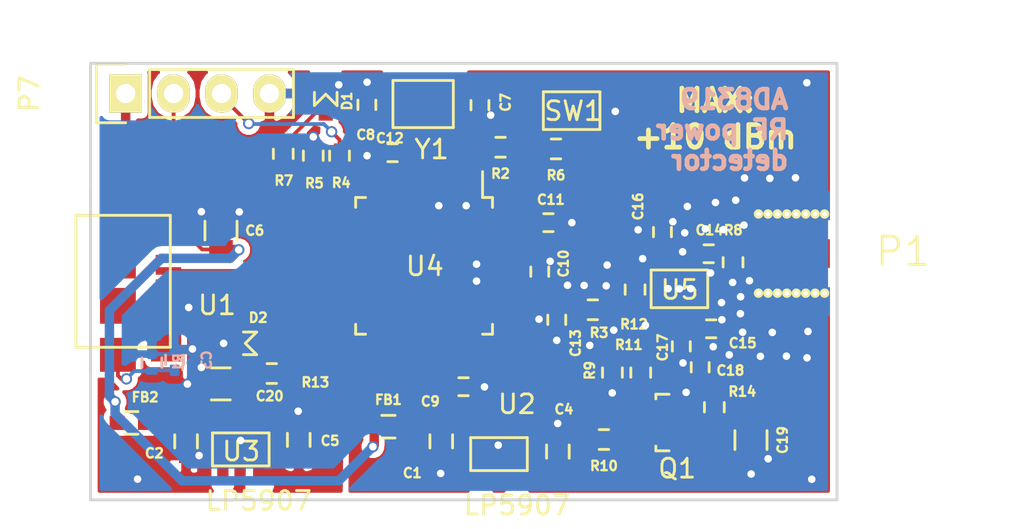
<source format=kicad_pcb>
(kicad_pcb (version 4) (host pcbnew "(2016-05-20 BZR 6816)-product")

  (general
    (links 131)
    (no_connects 0)
    (area 98.224999 82.674999 137.925001 105.975001)
    (thickness 1.6)
    (drawings 6)
    (tracks 519)
    (zones 0)
    (modules 52)
    (nets 61)
  )

  (page A4)
  (layers
    (0 F.Cu signal)
    (31 B.Cu signal hide)
    (32 B.Adhes user)
    (33 F.Adhes user)
    (34 B.Paste user)
    (35 F.Paste user)
    (36 B.SilkS user)
    (37 F.SilkS user)
    (38 B.Mask user)
    (39 F.Mask user)
    (40 Dwgs.User user)
    (41 Cmts.User user)
    (42 Eco1.User user)
    (43 Eco2.User user)
    (44 Edge.Cuts user)
    (45 Margin user)
    (46 B.CrtYd user)
    (47 F.CrtYd user)
    (48 B.Fab user)
    (49 F.Fab user)
  )

  (setup
    (last_trace_width 0.5)
    (user_trace_width 0.3)
    (user_trace_width 0.5)
    (trace_clearance 0.2)
    (zone_clearance 0.3)
    (zone_45_only yes)
    (trace_min 0.16)
    (segment_width 0.2)
    (edge_width 0.15)
    (via_size 0.6)
    (via_drill 0.4)
    (via_min_size 0.4)
    (via_min_drill 0.3)
    (uvia_size 0.3)
    (uvia_drill 0.1)
    (uvias_allowed no)
    (uvia_min_size 0.2)
    (uvia_min_drill 0.1)
    (pcb_text_width 0.3)
    (pcb_text_size 1.5 1.5)
    (mod_edge_width 0.15)
    (mod_text_size 1 1)
    (mod_text_width 0.15)
    (pad_size 0.6 0.5)
    (pad_drill 0)
    (pad_to_mask_clearance 0.2)
    (aux_axis_origin 0 0)
    (visible_elements FFFEFF7F)
    (pcbplotparams
      (layerselection 0x010f0_ffffffff)
      (usegerberextensions false)
      (excludeedgelayer true)
      (linewidth 0.100000)
      (plotframeref false)
      (viasonmask false)
      (mode 1)
      (useauxorigin false)
      (hpglpennumber 1)
      (hpglpenspeed 20)
      (hpglpendiameter 15)
      (psnegative false)
      (psa4output false)
      (plotreference true)
      (plotvalue false)
      (plotinvisibletext false)
      (padsonsilk false)
      (subtractmaskfromsilk false)
      (outputformat 1)
      (mirror false)
      (drillshape 0)
      (scaleselection 1)
      (outputdirectory gerbers))
  )

  (net 0 "")
  (net 1 "Net-(C1-Pad1)")
  (net 2 GND)
  (net 3 "Net-(C2-Pad1)")
  (net 4 "Net-(C3-Pad1)")
  (net 5 /3V3A)
  (net 6 /3V3D)
  (net 7 /VUSB)
  (net 8 "Net-(C7-Pad1)")
  (net 9 "Net-(C8-Pad1)")
  (net 10 "Net-(C13-Pad1)")
  (net 11 "Net-(C14-Pad1)")
  (net 12 /rf/RFIN)
  (net 13 "Net-(C15-Pad1)")
  (net 14 "Net-(C16-Pad1)")
  (net 15 "Net-(D1-Pad2)")
  (net 16 "Net-(R2-Pad2)")
  (net 17 /VOUT)
  (net 18 /mcu/ISB_USB)
  (net 19 /mcu/ISP_ENTRY)
  (net 20 /mcu/LED)
  (net 21 "Net-(R11-Pad1)")
  (net 22 /TADJ_G)
  (net 23 "Net-(Q1-Pad1)")
  (net 24 "Net-(R12-Pad2)")
  (net 25 /D+)
  (net 26 /D-)
  (net 27 "Net-(U1-Pad4)")
  (net 28 "Net-(U4-Pad1)")
  (net 29 "Net-(U4-Pad9)")
  (net 30 "Net-(U4-Pad10)")
  (net 31 "Net-(U4-Pad11)")
  (net 32 "Net-(U4-Pad12)")
  (net 33 "Net-(U4-Pad16)")
  (net 34 "Net-(U4-Pad17)")
  (net 35 "Net-(U4-Pad21)")
  (net 36 "Net-(U4-Pad22)")
  (net 37 "Net-(U4-Pad24)")
  (net 38 "Net-(U4-Pad26)")
  (net 39 "Net-(U4-Pad27)")
  (net 40 "Net-(U4-Pad28)")
  (net 41 "Net-(U4-Pad30)")
  (net 42 "Net-(U4-Pad31)")
  (net 43 "Net-(U4-Pad32)")
  (net 44 "Net-(U4-Pad33)")
  (net 45 "Net-(U4-Pad37)")
  (net 46 "Net-(U4-Pad42)")
  (net 47 "Net-(U4-Pad45)")
  (net 48 "Net-(U4-Pad46)")
  (net 49 "Net-(U4-Pad48)")
  (net 50 "Net-(Y1-Pad2)")
  (net 51 "Net-(Y1-Pad4)")
  (net 52 "Net-(U4-Pad18)")
  (net 53 "Net-(Q1-Pad3)")
  (net 54 "Net-(D2-Pad2)")
  (net 55 "Net-(P6-Pad1)")
  (net 56 "Net-(P5-Pad1)")
  (net 57 "Net-(P3-Pad1)")
  (net 58 "Net-(P4-Pad1)")
  (net 59 /GPIO0)
  (net 60 "Net-(C17-Pad1)")

  (net_class Default "This is the default net class."
    (clearance 0.2)
    (trace_width 0.2)
    (via_dia 0.6)
    (via_drill 0.4)
    (uvia_dia 0.3)
    (uvia_drill 0.1)
    (add_net /3V3A)
    (add_net /3V3D)
    (add_net /D+)
    (add_net /D-)
    (add_net /GPIO0)
    (add_net /TADJ_G)
    (add_net /VOUT)
    (add_net /VUSB)
    (add_net /mcu/ISB_USB)
    (add_net /mcu/ISP_ENTRY)
    (add_net /mcu/LED)
    (add_net /rf/RFIN)
    (add_net GND)
    (add_net "Net-(C1-Pad1)")
    (add_net "Net-(C13-Pad1)")
    (add_net "Net-(C14-Pad1)")
    (add_net "Net-(C15-Pad1)")
    (add_net "Net-(C16-Pad1)")
    (add_net "Net-(C17-Pad1)")
    (add_net "Net-(C2-Pad1)")
    (add_net "Net-(C3-Pad1)")
    (add_net "Net-(C7-Pad1)")
    (add_net "Net-(C8-Pad1)")
    (add_net "Net-(D1-Pad2)")
    (add_net "Net-(D2-Pad2)")
    (add_net "Net-(P3-Pad1)")
    (add_net "Net-(P4-Pad1)")
    (add_net "Net-(P5-Pad1)")
    (add_net "Net-(P6-Pad1)")
    (add_net "Net-(Q1-Pad1)")
    (add_net "Net-(Q1-Pad3)")
    (add_net "Net-(R11-Pad1)")
    (add_net "Net-(R12-Pad2)")
    (add_net "Net-(R2-Pad2)")
    (add_net "Net-(U1-Pad4)")
    (add_net "Net-(U4-Pad1)")
    (add_net "Net-(U4-Pad10)")
    (add_net "Net-(U4-Pad11)")
    (add_net "Net-(U4-Pad12)")
    (add_net "Net-(U4-Pad16)")
    (add_net "Net-(U4-Pad17)")
    (add_net "Net-(U4-Pad18)")
    (add_net "Net-(U4-Pad21)")
    (add_net "Net-(U4-Pad22)")
    (add_net "Net-(U4-Pad24)")
    (add_net "Net-(U4-Pad26)")
    (add_net "Net-(U4-Pad27)")
    (add_net "Net-(U4-Pad28)")
    (add_net "Net-(U4-Pad30)")
    (add_net "Net-(U4-Pad31)")
    (add_net "Net-(U4-Pad32)")
    (add_net "Net-(U4-Pad33)")
    (add_net "Net-(U4-Pad37)")
    (add_net "Net-(U4-Pad42)")
    (add_net "Net-(U4-Pad45)")
    (add_net "Net-(U4-Pad46)")
    (add_net "Net-(U4-Pad48)")
    (add_net "Net-(U4-Pad9)")
    (add_net "Net-(Y1-Pad2)")
    (add_net "Net-(Y1-Pad4)")
  )

  (module detector:R_0402b (layer F.Cu) (tedit 57694EC6) (tstamp 576547EB)
    (at 132.34 93.3 270)
    (descr "Resistor SMD 0402, reflow soldering, Vishay (see dcrcw.pdf)")
    (tags "resistor 0402")
    (path /57654515/57655FBA)
    (attr smd)
    (fp_text reference R8 (at -1.7 -0.01 360) (layer F.SilkS)
      (effects (font (size 0.5 0.5) (thickness 0.125)))
    )
    (fp_text value 52.3 (at 0 1.8 270) (layer F.Fab)
      (effects (font (size 1 1) (thickness 0.15)))
    )
    (fp_line (start -0.95 -0.65) (end 0.95 -0.65) (layer F.CrtYd) (width 0.05))
    (fp_line (start -0.95 0.65) (end 0.95 0.65) (layer F.CrtYd) (width 0.05))
    (fp_line (start -0.95 -0.65) (end -0.95 0.65) (layer F.CrtYd) (width 0.05))
    (fp_line (start 0.95 -0.65) (end 0.95 0.65) (layer F.CrtYd) (width 0.05))
    (fp_line (start 0.25 -0.525) (end -0.25 -0.525) (layer F.SilkS) (width 0.15))
    (fp_line (start -0.25 0.525) (end 0.25 0.525) (layer F.SilkS) (width 0.15))
    (pad 1 smd rect (at -0.45 0 270) (size 0.4 0.6) (layers F.Cu F.Paste F.Mask)
      (net 12 /rf/RFIN))
    (pad 2 smd rect (at 0.45 0 270) (size 0.4 0.6) (layers F.Cu F.Paste F.Mask)
      (net 2 GND) (zone_connect 2))
    (model Resistors_SMD.3dshapes/R_0402.wrl
      (at (xyz 0 0 0))
      (scale (xyz 1 1 1))
      (rotate (xyz 0 0 0))
    )
  )

  (module detector:C_0603b (layer F.Cu) (tedit 57694EA2) (tstamp 57654730)
    (at 116.88 102.8 270)
    (descr "Capacitor SMD 0603, reflow soldering, AVX (see smccp.pdf)")
    (tags "capacitor 0603")
    (path /57658671)
    (attr smd)
    (fp_text reference C1 (at 1.68 1.53 360) (layer F.SilkS)
      (effects (font (size 0.5 0.5) (thickness 0.125)))
    )
    (fp_text value 1u (at 0 1.9 270) (layer F.Fab)
      (effects (font (size 1 1) (thickness 0.15)))
    )
    (fp_line (start -1.45 -0.75) (end 1.45 -0.75) (layer F.CrtYd) (width 0.05))
    (fp_line (start -1.45 0.75) (end 1.45 0.75) (layer F.CrtYd) (width 0.05))
    (fp_line (start -1.45 -0.75) (end -1.45 0.75) (layer F.CrtYd) (width 0.05))
    (fp_line (start 1.45 -0.75) (end 1.45 0.75) (layer F.CrtYd) (width 0.05))
    (fp_line (start -0.35 -0.6) (end 0.35 -0.6) (layer F.SilkS) (width 0.15))
    (fp_line (start 0.35 0.6) (end -0.35 0.6) (layer F.SilkS) (width 0.15))
    (pad 1 smd rect (at -0.75 0 270) (size 0.8 0.75) (layers F.Cu F.Paste F.Mask)
      (net 1 "Net-(C1-Pad1)"))
    (pad 2 smd rect (at 0.75 0 270) (size 0.8 0.75) (layers F.Cu F.Paste F.Mask)
      (net 2 GND))
    (model Capacitors_SMD.3dshapes/C_0603.wrl
      (at (xyz 0 0 0))
      (scale (xyz 1 1 1))
      (rotate (xyz 0 0 0))
    )
  )

  (module detector:C_0603b (layer F.Cu) (tedit 57694EB5) (tstamp 57654736)
    (at 103.36 102.8 270)
    (descr "Capacitor SMD 0603, reflow soldering, AVX (see smccp.pdf)")
    (tags "capacitor 0603")
    (path /57658FBE)
    (attr smd)
    (fp_text reference C2 (at 0.63 1.68 360) (layer F.SilkS)
      (effects (font (size 0.5 0.5) (thickness 0.125)))
    )
    (fp_text value 1u (at 0 1.9 270) (layer F.Fab)
      (effects (font (size 1 1) (thickness 0.15)))
    )
    (fp_line (start -1.45 -0.75) (end 1.45 -0.75) (layer F.CrtYd) (width 0.05))
    (fp_line (start -1.45 0.75) (end 1.45 0.75) (layer F.CrtYd) (width 0.05))
    (fp_line (start -1.45 -0.75) (end -1.45 0.75) (layer F.CrtYd) (width 0.05))
    (fp_line (start 1.45 -0.75) (end 1.45 0.75) (layer F.CrtYd) (width 0.05))
    (fp_line (start -0.35 -0.6) (end 0.35 -0.6) (layer F.SilkS) (width 0.15))
    (fp_line (start 0.35 0.6) (end -0.35 0.6) (layer F.SilkS) (width 0.15))
    (pad 1 smd rect (at -0.75 0 270) (size 0.8 0.75) (layers F.Cu F.Paste F.Mask)
      (net 3 "Net-(C2-Pad1)"))
    (pad 2 smd rect (at 0.75 0 270) (size 0.8 0.75) (layers F.Cu F.Paste F.Mask)
      (net 2 GND))
    (model Capacitors_SMD.3dshapes/C_0603.wrl
      (at (xyz 0 0 0))
      (scale (xyz 1 1 1))
      (rotate (xyz 0 0 0))
    )
  )

  (module detector:C_0402b (layer B.Cu) (tedit 55A40188) (tstamp 5765473C)
    (at 102.75 98.48 90)
    (descr "Capacitor SMD 0402, reflow soldering, AVX (see smccp.pdf)")
    (tags "capacitor 0402")
    (path /57652DC8)
    (attr smd)
    (fp_text reference C3 (at 0 1.7 90) (layer B.SilkS)
      (effects (font (size 0.5 0.5) (thickness 0.125)) (justify mirror))
    )
    (fp_text value DNP (at 0 -1.7 90) (layer B.Fab)
      (effects (font (size 1 1) (thickness 0.15)) (justify mirror))
    )
    (fp_line (start -1.15 0.6) (end 1.15 0.6) (layer B.CrtYd) (width 0.05))
    (fp_line (start -1.15 -0.6) (end 1.15 -0.6) (layer B.CrtYd) (width 0.05))
    (fp_line (start -1.15 0.6) (end -1.15 -0.6) (layer B.CrtYd) (width 0.05))
    (fp_line (start 1.15 0.6) (end 1.15 -0.6) (layer B.CrtYd) (width 0.05))
    (fp_line (start 0.25 0.475) (end -0.25 0.475) (layer B.SilkS) (width 0.15))
    (fp_line (start -0.25 -0.475) (end 0.25 -0.475) (layer B.SilkS) (width 0.15))
    (pad 1 smd rect (at -0.55 0 90) (size 0.6 0.5) (layers B.Cu B.Paste B.Mask)
      (net 4 "Net-(C3-Pad1)"))
    (pad 2 smd rect (at 0.55 0 90) (size 0.6 0.5) (layers B.Cu B.Paste B.Mask)
      (net 2 GND))
    (model Capacitors_SMD.3dshapes/C_0402.wrl
      (at (xyz 0 0 0))
      (scale (xyz 1 1 1))
      (rotate (xyz 0 0 0))
    )
  )

  (module detector:C_0603b (layer F.Cu) (tedit 57694E9E) (tstamp 57654742)
    (at 123.06 103.34 90)
    (descr "Capacitor SMD 0603, reflow soldering, AVX (see smccp.pdf)")
    (tags "capacitor 0603")
    (path /5765866A)
    (attr smd)
    (fp_text reference C4 (at 2.24 0.32 180) (layer F.SilkS)
      (effects (font (size 0.5 0.5) (thickness 0.125)))
    )
    (fp_text value 1u (at 0 1.9 90) (layer F.Fab)
      (effects (font (size 1 1) (thickness 0.15)))
    )
    (fp_line (start -1.45 -0.75) (end 1.45 -0.75) (layer F.CrtYd) (width 0.05))
    (fp_line (start -1.45 0.75) (end 1.45 0.75) (layer F.CrtYd) (width 0.05))
    (fp_line (start -1.45 -0.75) (end -1.45 0.75) (layer F.CrtYd) (width 0.05))
    (fp_line (start 1.45 -0.75) (end 1.45 0.75) (layer F.CrtYd) (width 0.05))
    (fp_line (start -0.35 -0.6) (end 0.35 -0.6) (layer F.SilkS) (width 0.15))
    (fp_line (start 0.35 0.6) (end -0.35 0.6) (layer F.SilkS) (width 0.15))
    (pad 1 smd rect (at -0.75 0 90) (size 0.8 0.75) (layers F.Cu F.Paste F.Mask)
      (net 5 /3V3A))
    (pad 2 smd rect (at 0.75 0 90) (size 0.8 0.75) (layers F.Cu F.Paste F.Mask)
      (net 2 GND))
    (model Capacitors_SMD.3dshapes/C_0603.wrl
      (at (xyz 0 0 0))
      (scale (xyz 1 1 1))
      (rotate (xyz 0 0 0))
    )
  )

  (module detector:C_0603b (layer F.Cu) (tedit 57694EA9) (tstamp 57654748)
    (at 109.33 102.72 90)
    (descr "Capacitor SMD 0603, reflow soldering, AVX (see smccp.pdf)")
    (tags "capacitor 0603")
    (path /57658FB7)
    (attr smd)
    (fp_text reference C5 (at -0.05 1.66 180) (layer F.SilkS)
      (effects (font (size 0.5 0.5) (thickness 0.125)))
    )
    (fp_text value 1u (at 0 1.9 90) (layer F.Fab)
      (effects (font (size 1 1) (thickness 0.15)))
    )
    (fp_line (start -1.45 -0.75) (end 1.45 -0.75) (layer F.CrtYd) (width 0.05))
    (fp_line (start -1.45 0.75) (end 1.45 0.75) (layer F.CrtYd) (width 0.05))
    (fp_line (start -1.45 -0.75) (end -1.45 0.75) (layer F.CrtYd) (width 0.05))
    (fp_line (start 1.45 -0.75) (end 1.45 0.75) (layer F.CrtYd) (width 0.05))
    (fp_line (start -0.35 -0.6) (end 0.35 -0.6) (layer F.SilkS) (width 0.15))
    (fp_line (start 0.35 0.6) (end -0.35 0.6) (layer F.SilkS) (width 0.15))
    (pad 1 smd rect (at -0.75 0 90) (size 0.8 0.75) (layers F.Cu F.Paste F.Mask)
      (net 6 /3V3D))
    (pad 2 smd rect (at 0.75 0 90) (size 0.8 0.75) (layers F.Cu F.Paste F.Mask)
      (net 2 GND))
    (model Capacitors_SMD.3dshapes/C_0603.wrl
      (at (xyz 0 0 0))
      (scale (xyz 1 1 1))
      (rotate (xyz 0 0 0))
    )
  )

  (module detector:C_0805b (layer F.Cu) (tedit 57694E5E) (tstamp 5765474E)
    (at 105.21 91.62 90)
    (descr "Capacitor SMD 0805, reflow soldering, AVX (see smccp.pdf)")
    (tags "capacitor 0805")
    (path /576528E1)
    (attr smd)
    (fp_text reference C6 (at 0 1.79 180) (layer F.SilkS)
      (effects (font (size 0.5 0.5) (thickness 0.125)))
    )
    (fp_text value 10u (at 0 2.1 90) (layer F.Fab)
      (effects (font (size 1 1) (thickness 0.15)))
    )
    (fp_line (start -1.8 -1) (end 1.8 -1) (layer F.CrtYd) (width 0.05))
    (fp_line (start -1.8 1) (end 1.8 1) (layer F.CrtYd) (width 0.05))
    (fp_line (start -1.8 -1) (end -1.8 1) (layer F.CrtYd) (width 0.05))
    (fp_line (start 1.8 -1) (end 1.8 1) (layer F.CrtYd) (width 0.05))
    (fp_line (start 0.5 -0.85) (end -0.5 -0.85) (layer F.SilkS) (width 0.15))
    (fp_line (start -0.5 0.85) (end 0.5 0.85) (layer F.SilkS) (width 0.15))
    (pad 1 smd rect (at -1 0 90) (size 1 1.25) (layers F.Cu F.Paste F.Mask)
      (net 7 /VUSB))
    (pad 2 smd rect (at 1 0 90) (size 1 1.25) (layers F.Cu F.Paste F.Mask)
      (net 2 GND))
    (model Capacitors_SMD.3dshapes/C_0805.wrl
      (at (xyz 0 0 0))
      (scale (xyz 1 1 1))
      (rotate (xyz 0 0 0))
    )
  )

  (module detector:C_0402b (layer F.Cu) (tedit 57694E6F) (tstamp 57654754)
    (at 118.93 84.97 270)
    (descr "Capacitor SMD 0402, reflow soldering, AVX (see smccp.pdf)")
    (tags "capacitor 0402")
    (path /576544EA/57656BD9)
    (attr smd)
    (fp_text reference C7 (at -0.15 -1.36 270) (layer F.SilkS)
      (effects (font (size 0.5 0.5) (thickness 0.125)))
    )
    (fp_text value 18p (at 0 1.7 270) (layer F.Fab)
      (effects (font (size 1 1) (thickness 0.15)))
    )
    (fp_line (start -1.15 -0.6) (end 1.15 -0.6) (layer F.CrtYd) (width 0.05))
    (fp_line (start -1.15 0.6) (end 1.15 0.6) (layer F.CrtYd) (width 0.05))
    (fp_line (start -1.15 -0.6) (end -1.15 0.6) (layer F.CrtYd) (width 0.05))
    (fp_line (start 1.15 -0.6) (end 1.15 0.6) (layer F.CrtYd) (width 0.05))
    (fp_line (start 0.25 -0.475) (end -0.25 -0.475) (layer F.SilkS) (width 0.15))
    (fp_line (start -0.25 0.475) (end 0.25 0.475) (layer F.SilkS) (width 0.15))
    (pad 1 smd rect (at -0.55 0 270) (size 0.6 0.5) (layers F.Cu F.Paste F.Mask)
      (net 8 "Net-(C7-Pad1)"))
    (pad 2 smd rect (at 0.55 0 270) (size 0.6 0.5) (layers F.Cu F.Paste F.Mask)
      (net 2 GND))
    (model Capacitors_SMD.3dshapes/C_0402.wrl
      (at (xyz 0 0 0))
      (scale (xyz 1 1 1))
      (rotate (xyz 0 0 0))
    )
  )

  (module detector:C_0402b (layer F.Cu) (tedit 57694E69) (tstamp 5765475A)
    (at 112.94 84.95 90)
    (descr "Capacitor SMD 0402, reflow soldering, AVX (see smccp.pdf)")
    (tags "capacitor 0402")
    (path /576544EA/57656BA3)
    (attr smd)
    (fp_text reference C8 (at -1.59 -0.06 180) (layer F.SilkS)
      (effects (font (size 0.5 0.5) (thickness 0.125)))
    )
    (fp_text value 18p (at 0 1.7 90) (layer F.Fab)
      (effects (font (size 1 1) (thickness 0.15)))
    )
    (fp_line (start -1.15 -0.6) (end 1.15 -0.6) (layer F.CrtYd) (width 0.05))
    (fp_line (start -1.15 0.6) (end 1.15 0.6) (layer F.CrtYd) (width 0.05))
    (fp_line (start -1.15 -0.6) (end -1.15 0.6) (layer F.CrtYd) (width 0.05))
    (fp_line (start 1.15 -0.6) (end 1.15 0.6) (layer F.CrtYd) (width 0.05))
    (fp_line (start 0.25 -0.475) (end -0.25 -0.475) (layer F.SilkS) (width 0.15))
    (fp_line (start -0.25 0.475) (end 0.25 0.475) (layer F.SilkS) (width 0.15))
    (pad 1 smd rect (at -0.55 0 90) (size 0.6 0.5) (layers F.Cu F.Paste F.Mask)
      (net 9 "Net-(C8-Pad1)"))
    (pad 2 smd rect (at 0.55 0 90) (size 0.6 0.5) (layers F.Cu F.Paste F.Mask)
      (net 2 GND))
    (model Capacitors_SMD.3dshapes/C_0402.wrl
      (at (xyz 0 0 0))
      (scale (xyz 1 1 1))
      (rotate (xyz 0 0 0))
    )
  )

  (module detector:C_0402b (layer F.Cu) (tedit 57694EA6) (tstamp 57654760)
    (at 118.06 99.9)
    (descr "Capacitor SMD 0402, reflow soldering, AVX (see smccp.pdf)")
    (tags "capacitor 0402")
    (path /576544EA/5765938B)
    (attr smd)
    (fp_text reference C9 (at -1.76 0.78) (layer F.SilkS)
      (effects (font (size 0.5 0.5) (thickness 0.125)))
    )
    (fp_text value C (at 0 1.7) (layer F.Fab)
      (effects (font (size 1 1) (thickness 0.15)))
    )
    (fp_line (start -1.15 -0.6) (end 1.15 -0.6) (layer F.CrtYd) (width 0.05))
    (fp_line (start -1.15 0.6) (end 1.15 0.6) (layer F.CrtYd) (width 0.05))
    (fp_line (start -1.15 -0.6) (end -1.15 0.6) (layer F.CrtYd) (width 0.05))
    (fp_line (start 1.15 -0.6) (end 1.15 0.6) (layer F.CrtYd) (width 0.05))
    (fp_line (start 0.25 -0.475) (end -0.25 -0.475) (layer F.SilkS) (width 0.15))
    (fp_line (start -0.25 0.475) (end 0.25 0.475) (layer F.SilkS) (width 0.15))
    (pad 1 smd rect (at -0.55 0) (size 0.6 0.5) (layers F.Cu F.Paste F.Mask)
      (net 5 /3V3A))
    (pad 2 smd rect (at 0.55 0) (size 0.6 0.5) (layers F.Cu F.Paste F.Mask)
      (net 2 GND))
    (model Capacitors_SMD.3dshapes/C_0402.wrl
      (at (xyz 0 0 0))
      (scale (xyz 1 1 1))
      (rotate (xyz 0 0 0))
    )
  )

  (module detector:C_0402b (layer F.Cu) (tedit 57694E80) (tstamp 57654766)
    (at 122.1 93.8 90)
    (descr "Capacitor SMD 0402, reflow soldering, AVX (see smccp.pdf)")
    (tags "capacitor 0402")
    (path /576544EA/5765CE93)
    (attr smd)
    (fp_text reference C10 (at 0.43 1.26 90) (layer F.SilkS)
      (effects (font (size 0.5 0.5) (thickness 0.125)))
    )
    (fp_text value 100n (at 0 1.7 90) (layer F.Fab)
      (effects (font (size 1 1) (thickness 0.15)))
    )
    (fp_line (start -1.15 -0.6) (end 1.15 -0.6) (layer F.CrtYd) (width 0.05))
    (fp_line (start -1.15 0.6) (end 1.15 0.6) (layer F.CrtYd) (width 0.05))
    (fp_line (start -1.15 -0.6) (end -1.15 0.6) (layer F.CrtYd) (width 0.05))
    (fp_line (start 1.15 -0.6) (end 1.15 0.6) (layer F.CrtYd) (width 0.05))
    (fp_line (start 0.25 -0.475) (end -0.25 -0.475) (layer F.SilkS) (width 0.15))
    (fp_line (start -0.25 0.475) (end 0.25 0.475) (layer F.SilkS) (width 0.15))
    (pad 1 smd rect (at -0.55 0 90) (size 0.6 0.5) (layers F.Cu F.Paste F.Mask)
      (net 5 /3V3A))
    (pad 2 smd rect (at 0.55 0 90) (size 0.6 0.5) (layers F.Cu F.Paste F.Mask)
      (net 2 GND))
    (model Capacitors_SMD.3dshapes/C_0402.wrl
      (at (xyz 0 0 0))
      (scale (xyz 1 1 1))
      (rotate (xyz 0 0 0))
    )
  )

  (module detector:C_0402b (layer F.Cu) (tedit 57694E75) (tstamp 5765476C)
    (at 122.56 91.2)
    (descr "Capacitor SMD 0402, reflow soldering, AVX (see smccp.pdf)")
    (tags "capacitor 0402")
    (path /576544EA/576567DC)
    (attr smd)
    (fp_text reference C11 (at 0.13 -1.22) (layer F.SilkS)
      (effects (font (size 0.5 0.5) (thickness 0.125)))
    )
    (fp_text value 100n (at 0 1.7) (layer F.Fab)
      (effects (font (size 1 1) (thickness 0.15)))
    )
    (fp_line (start -1.15 -0.6) (end 1.15 -0.6) (layer F.CrtYd) (width 0.05))
    (fp_line (start -1.15 0.6) (end 1.15 0.6) (layer F.CrtYd) (width 0.05))
    (fp_line (start -1.15 -0.6) (end -1.15 0.6) (layer F.CrtYd) (width 0.05))
    (fp_line (start 1.15 -0.6) (end 1.15 0.6) (layer F.CrtYd) (width 0.05))
    (fp_line (start 0.25 -0.475) (end -0.25 -0.475) (layer F.SilkS) (width 0.15))
    (fp_line (start -0.25 0.475) (end 0.25 0.475) (layer F.SilkS) (width 0.15))
    (pad 1 smd rect (at -0.55 0) (size 0.6 0.5) (layers F.Cu F.Paste F.Mask)
      (net 6 /3V3D))
    (pad 2 smd rect (at 0.55 0) (size 0.6 0.5) (layers F.Cu F.Paste F.Mask)
      (net 2 GND))
    (model Capacitors_SMD.3dshapes/C_0402.wrl
      (at (xyz 0 0 0))
      (scale (xyz 1 1 1))
      (rotate (xyz 0 0 0))
    )
  )

  (module detector:C_0402b (layer F.Cu) (tedit 57694ED3) (tstamp 57654772)
    (at 114.3 87.49 180)
    (descr "Capacitor SMD 0402, reflow soldering, AVX (see smccp.pdf)")
    (tags "capacitor 0402")
    (path /576544EA/5765D0A6)
    (attr smd)
    (fp_text reference C12 (at 0.14 0.77 180) (layer F.SilkS)
      (effects (font (size 0.5 0.5) (thickness 0.125)))
    )
    (fp_text value 100n (at 0 1.7 180) (layer F.Fab)
      (effects (font (size 1 1) (thickness 0.15)))
    )
    (fp_line (start -1.15 -0.6) (end 1.15 -0.6) (layer F.CrtYd) (width 0.05))
    (fp_line (start -1.15 0.6) (end 1.15 0.6) (layer F.CrtYd) (width 0.05))
    (fp_line (start -1.15 -0.6) (end -1.15 0.6) (layer F.CrtYd) (width 0.05))
    (fp_line (start 1.15 -0.6) (end 1.15 0.6) (layer F.CrtYd) (width 0.05))
    (fp_line (start 0.25 -0.475) (end -0.25 -0.475) (layer F.SilkS) (width 0.15))
    (fp_line (start -0.25 0.475) (end 0.25 0.475) (layer F.SilkS) (width 0.15))
    (pad 1 smd rect (at -0.55 0 180) (size 0.6 0.5) (layers F.Cu F.Paste F.Mask)
      (net 6 /3V3D))
    (pad 2 smd rect (at 0.55 0 180) (size 0.6 0.5) (layers F.Cu F.Paste F.Mask)
      (net 2 GND))
    (model Capacitors_SMD.3dshapes/C_0402.wrl
      (at (xyz 0 0 0))
      (scale (xyz 1 1 1))
      (rotate (xyz 0 0 0))
    )
  )

  (module detector:C_0402b (layer F.Cu) (tedit 57694E88) (tstamp 57654778)
    (at 123 96.35 270)
    (descr "Capacitor SMD 0402, reflow soldering, AVX (see smccp.pdf)")
    (tags "capacitor 0402")
    (path /576544EA/5766173B)
    (attr smd)
    (fp_text reference C13 (at 1.24 -1 270) (layer F.SilkS)
      (effects (font (size 0.5 0.5) (thickness 0.125)))
    )
    (fp_text value 100n (at 0 1.7 270) (layer F.Fab)
      (effects (font (size 1 1) (thickness 0.15)))
    )
    (fp_line (start -1.15 -0.6) (end 1.15 -0.6) (layer F.CrtYd) (width 0.05))
    (fp_line (start -1.15 0.6) (end 1.15 0.6) (layer F.CrtYd) (width 0.05))
    (fp_line (start -1.15 -0.6) (end -1.15 0.6) (layer F.CrtYd) (width 0.05))
    (fp_line (start 1.15 -0.6) (end 1.15 0.6) (layer F.CrtYd) (width 0.05))
    (fp_line (start 0.25 -0.475) (end -0.25 -0.475) (layer F.SilkS) (width 0.15))
    (fp_line (start -0.25 0.475) (end 0.25 0.475) (layer F.SilkS) (width 0.15))
    (pad 1 smd rect (at -0.55 0 270) (size 0.6 0.5) (layers F.Cu F.Paste F.Mask)
      (net 10 "Net-(C13-Pad1)"))
    (pad 2 smd rect (at 0.55 0 270) (size 0.6 0.5) (layers F.Cu F.Paste F.Mask)
      (net 2 GND))
    (model Capacitors_SMD.3dshapes/C_0402.wrl
      (at (xyz 0 0 0))
      (scale (xyz 1 1 1))
      (rotate (xyz 0 0 0))
    )
  )

  (module detector:C_0402b (layer F.Cu) (tedit 57694EBC) (tstamp 5765477E)
    (at 131.05 92.85)
    (descr "Capacitor SMD 0402, reflow soldering, AVX (see smccp.pdf)")
    (tags "capacitor 0402")
    (path /57654515/57655FC1)
    (attr smd)
    (fp_text reference C14 (at 0.04 -1.25) (layer F.SilkS)
      (effects (font (size 0.5 0.5) (thickness 0.125)))
    )
    (fp_text value 47n (at 0 1.7) (layer F.Fab)
      (effects (font (size 1 1) (thickness 0.15)))
    )
    (fp_line (start -1.15 -0.6) (end 1.15 -0.6) (layer F.CrtYd) (width 0.05))
    (fp_line (start -1.15 0.6) (end 1.15 0.6) (layer F.CrtYd) (width 0.05))
    (fp_line (start -1.15 -0.6) (end -1.15 0.6) (layer F.CrtYd) (width 0.05))
    (fp_line (start 1.15 -0.6) (end 1.15 0.6) (layer F.CrtYd) (width 0.05))
    (fp_line (start 0.25 -0.475) (end -0.25 -0.475) (layer F.SilkS) (width 0.15))
    (fp_line (start -0.25 0.475) (end 0.25 0.475) (layer F.SilkS) (width 0.15))
    (pad 1 smd rect (at -0.55 0) (size 0.6 0.5) (layers F.Cu F.Paste F.Mask)
      (net 11 "Net-(C14-Pad1)"))
    (pad 2 smd rect (at 0.55 0) (size 0.6 0.5) (layers F.Cu F.Paste F.Mask)
      (net 12 /rf/RFIN))
    (model Capacitors_SMD.3dshapes/C_0402.wrl
      (at (xyz 0 0 0))
      (scale (xyz 1 1 1))
      (rotate (xyz 0 0 0))
    )
  )

  (module detector:C_0402b (layer F.Cu) (tedit 57694EC2) (tstamp 57654784)
    (at 131.18 96.83)
    (descr "Capacitor SMD 0402, reflow soldering, AVX (see smccp.pdf)")
    (tags "capacitor 0402")
    (path /57654515/57655FC8)
    (attr smd)
    (fp_text reference C15 (at 1.67 0.76) (layer F.SilkS)
      (effects (font (size 0.5 0.5) (thickness 0.125)))
    )
    (fp_text value 47n (at 0 1.7) (layer F.Fab)
      (effects (font (size 1 1) (thickness 0.15)))
    )
    (fp_line (start -1.15 -0.6) (end 1.15 -0.6) (layer F.CrtYd) (width 0.05))
    (fp_line (start -1.15 0.6) (end 1.15 0.6) (layer F.CrtYd) (width 0.05))
    (fp_line (start -1.15 -0.6) (end -1.15 0.6) (layer F.CrtYd) (width 0.05))
    (fp_line (start 1.15 -0.6) (end 1.15 0.6) (layer F.CrtYd) (width 0.05))
    (fp_line (start 0.25 -0.475) (end -0.25 -0.475) (layer F.SilkS) (width 0.15))
    (fp_line (start -0.25 0.475) (end 0.25 0.475) (layer F.SilkS) (width 0.15))
    (pad 1 smd rect (at -0.55 0) (size 0.6 0.5) (layers F.Cu F.Paste F.Mask)
      (net 13 "Net-(C15-Pad1)"))
    (pad 2 smd rect (at 0.55 0) (size 0.6 0.5) (layers F.Cu F.Paste F.Mask)
      (net 2 GND) (zone_connect 2))
    (model Capacitors_SMD.3dshapes/C_0402.wrl
      (at (xyz 0 0 0))
      (scale (xyz 1 1 1))
      (rotate (xyz 0 0 0))
    )
  )

  (module detector:C_0402b (layer F.Cu) (tedit 57694EBA) (tstamp 5765478A)
    (at 128.6 91.7 90)
    (descr "Capacitor SMD 0402, reflow soldering, AVX (see smccp.pdf)")
    (tags "capacitor 0402")
    (path /57654515/57655FDE)
    (attr smd)
    (fp_text reference C16 (at 1.36 -1.29 90) (layer F.SilkS)
      (effects (font (size 0.5 0.5) (thickness 0.125)))
    )
    (fp_text value 10n (at 0 1.7 90) (layer F.Fab)
      (effects (font (size 1 1) (thickness 0.15)))
    )
    (fp_line (start -1.15 -0.6) (end 1.15 -0.6) (layer F.CrtYd) (width 0.05))
    (fp_line (start -1.15 0.6) (end 1.15 0.6) (layer F.CrtYd) (width 0.05))
    (fp_line (start -1.15 -0.6) (end -1.15 0.6) (layer F.CrtYd) (width 0.05))
    (fp_line (start 1.15 -0.6) (end 1.15 0.6) (layer F.CrtYd) (width 0.05))
    (fp_line (start 0.25 -0.475) (end -0.25 -0.475) (layer F.SilkS) (width 0.15))
    (fp_line (start -0.25 0.475) (end 0.25 0.475) (layer F.SilkS) (width 0.15))
    (pad 1 smd rect (at -0.55 0 90) (size 0.6 0.5) (layers F.Cu F.Paste F.Mask)
      (net 14 "Net-(C16-Pad1)"))
    (pad 2 smd rect (at 0.55 0 90) (size 0.6 0.5) (layers F.Cu F.Paste F.Mask)
      (net 2 GND))
    (model Capacitors_SMD.3dshapes/C_0402.wrl
      (at (xyz 0 0 0))
      (scale (xyz 1 1 1))
      (rotate (xyz 0 0 0))
    )
  )

  (module detector:C_0402b (layer F.Cu) (tedit 57694E95) (tstamp 57654790)
    (at 129.6 97.76 270)
    (descr "Capacitor SMD 0402, reflow soldering, AVX (see smccp.pdf)")
    (tags "capacitor 0402")
    (path /57654515/57655FFB)
    (attr smd)
    (fp_text reference C17 (at 0.06 0.99 270) (layer F.SilkS)
      (effects (font (size 0.5 0.5) (thickness 0.125)))
    )
    (fp_text value 100p (at 0 1.7 270) (layer F.Fab)
      (effects (font (size 1 1) (thickness 0.15)))
    )
    (fp_line (start -1.15 -0.6) (end 1.15 -0.6) (layer F.CrtYd) (width 0.05))
    (fp_line (start -1.15 0.6) (end 1.15 0.6) (layer F.CrtYd) (width 0.05))
    (fp_line (start -1.15 -0.6) (end -1.15 0.6) (layer F.CrtYd) (width 0.05))
    (fp_line (start 1.15 -0.6) (end 1.15 0.6) (layer F.CrtYd) (width 0.05))
    (fp_line (start 0.25 -0.475) (end -0.25 -0.475) (layer F.SilkS) (width 0.15))
    (fp_line (start -0.25 0.475) (end 0.25 0.475) (layer F.SilkS) (width 0.15))
    (pad 1 smd rect (at -0.55 0 270) (size 0.6 0.5) (layers F.Cu F.Paste F.Mask)
      (net 60 "Net-(C17-Pad1)"))
    (pad 2 smd rect (at 0.55 0 270) (size 0.6 0.5) (layers F.Cu F.Paste F.Mask)
      (net 2 GND))
    (model Capacitors_SMD.3dshapes/C_0402.wrl
      (at (xyz 0 0 0))
      (scale (xyz 1 1 1))
      (rotate (xyz 0 0 0))
    )
  )

  (module detector:LED_0603 (layer F.Cu) (tedit 57694E6B) (tstamp 57654796)
    (at 110.76 84.64 270)
    (descr "Capacitor SMD 0603, reflow soldering, AVX (see smccp.pdf)")
    (tags "capacitor 0603")
    (path /576544EA/576573B6)
    (attr smd)
    (fp_text reference D1 (at 0.11 -1.13 270) (layer F.SilkS)
      (effects (font (size 0.5 0.5) (thickness 0.125)))
    )
    (fp_text value LED (at 0 1.9 270) (layer F.Fab)
      (effects (font (size 1 1) (thickness 0.15)))
    )
    (fp_line (start 0.35 -0.6) (end -0.25 0) (layer F.SilkS) (width 0.15))
    (fp_line (start -0.25 0) (end 0.35 0.6) (layer F.SilkS) (width 0.15))
    (fp_line (start -1.45 -0.75) (end 1.45 -0.75) (layer F.CrtYd) (width 0.05))
    (fp_line (start -1.45 0.75) (end 1.45 0.75) (layer F.CrtYd) (width 0.05))
    (fp_line (start -1.45 -0.75) (end -1.45 0.75) (layer F.CrtYd) (width 0.05))
    (fp_line (start 1.45 -0.75) (end 1.45 0.75) (layer F.CrtYd) (width 0.05))
    (fp_line (start -0.35 -0.6) (end 0.35 -0.6) (layer F.SilkS) (width 0.15))
    (fp_line (start 0.35 0.6) (end -0.35 0.6) (layer F.SilkS) (width 0.15))
    (pad 1 smd rect (at -0.75 0 270) (size 0.8 0.75) (layers F.Cu F.Paste F.Mask)
      (net 2 GND))
    (pad 2 smd rect (at 0.75 0 270) (size 0.8 0.75) (layers F.Cu F.Paste F.Mask)
      (net 15 "Net-(D1-Pad2)"))
    (model Capacitors_SMD.3dshapes/C_0603.wrl
      (at (xyz 0 0 0))
      (scale (xyz 1 1 1))
      (rotate (xyz 0 0 0))
    )
  )

  (module detector:C_0603b (layer F.Cu) (tedit 55A401E5) (tstamp 5765479C)
    (at 114.08 102.02)
    (descr "Capacitor SMD 0603, reflow soldering, AVX (see smccp.pdf)")
    (tags "capacitor 0603")
    (path /5765868C)
    (attr smd)
    (fp_text reference FB1 (at 0 -1.425) (layer F.SilkS)
      (effects (font (size 0.5 0.5) (thickness 0.125)))
    )
    (fp_text value BLM18PG181SN1D (at 0 1.9) (layer F.Fab)
      (effects (font (size 1 1) (thickness 0.15)))
    )
    (fp_line (start -1.45 -0.75) (end 1.45 -0.75) (layer F.CrtYd) (width 0.05))
    (fp_line (start -1.45 0.75) (end 1.45 0.75) (layer F.CrtYd) (width 0.05))
    (fp_line (start -1.45 -0.75) (end -1.45 0.75) (layer F.CrtYd) (width 0.05))
    (fp_line (start 1.45 -0.75) (end 1.45 0.75) (layer F.CrtYd) (width 0.05))
    (fp_line (start -0.35 -0.6) (end 0.35 -0.6) (layer F.SilkS) (width 0.15))
    (fp_line (start 0.35 0.6) (end -0.35 0.6) (layer F.SilkS) (width 0.15))
    (pad 1 smd rect (at -0.75 0) (size 0.8 0.75) (layers F.Cu F.Paste F.Mask)
      (net 7 /VUSB))
    (pad 2 smd rect (at 0.75 0) (size 0.8 0.75) (layers F.Cu F.Paste F.Mask)
      (net 1 "Net-(C1-Pad1)"))
    (model Capacitors_SMD.3dshapes/C_0603.wrl
      (at (xyz 0 0 0))
      (scale (xyz 1 1 1))
      (rotate (xyz 0 0 0))
    )
  )

  (module detector:C_0603b (layer F.Cu) (tedit 57694EB7) (tstamp 576547A2)
    (at 100.46 101.82)
    (descr "Capacitor SMD 0603, reflow soldering, AVX (see smccp.pdf)")
    (tags "capacitor 0603")
    (path /57658FD9)
    (attr smd)
    (fp_text reference FB2 (at 0.73 -1.36) (layer F.SilkS)
      (effects (font (size 0.5 0.5) (thickness 0.125)))
    )
    (fp_text value BLM18PG181SN1D (at 0 1.9) (layer F.Fab)
      (effects (font (size 1 1) (thickness 0.15)))
    )
    (fp_line (start -1.45 -0.75) (end 1.45 -0.75) (layer F.CrtYd) (width 0.05))
    (fp_line (start -1.45 0.75) (end 1.45 0.75) (layer F.CrtYd) (width 0.05))
    (fp_line (start -1.45 -0.75) (end -1.45 0.75) (layer F.CrtYd) (width 0.05))
    (fp_line (start 1.45 -0.75) (end 1.45 0.75) (layer F.CrtYd) (width 0.05))
    (fp_line (start -0.35 -0.6) (end 0.35 -0.6) (layer F.SilkS) (width 0.15))
    (fp_line (start 0.35 0.6) (end -0.35 0.6) (layer F.SilkS) (width 0.15))
    (pad 1 smd rect (at -0.75 0) (size 0.8 0.75) (layers F.Cu F.Paste F.Mask)
      (net 7 /VUSB))
    (pad 2 smd rect (at 0.75 0) (size 0.8 0.75) (layers F.Cu F.Paste F.Mask)
      (net 3 "Net-(C2-Pad1)"))
    (model Capacitors_SMD.3dshapes/C_0603.wrl
      (at (xyz 0 0 0))
      (scale (xyz 1 1 1))
      (rotate (xyz 0 0 0))
    )
  )

  (module detector:CONSMA003.062 (layer F.Cu) (tedit 57694E58) (tstamp 576547BB)
    (at 135.44 92.84)
    (path /57659795)
    (fp_text reference P1 (at 5.91 -0.11) (layer F.SilkS)
      (effects (font (size 1.5 1.5) (thickness 0.15)))
    )
    (fp_text value SMA (at 0 -7.62) (layer F.SilkS) hide
      (effects (font (size 1.5 1.5) (thickness 0.15)))
    )
    (fp_line (start 2.25 4.5) (end 2.25 -4.5) (layer Dwgs.User) (width 0.15))
    (fp_line (start 2.25 -4.5) (end 12.25 -4.5) (layer Dwgs.User) (width 0.15))
    (fp_line (start 12.25 -4.5) (end 12.25 4.5) (layer Dwgs.User) (width 0.15))
    (fp_line (start 12.25 4.5) (end 2.25 4.5) (layer Dwgs.User) (width 0.15))
    (pad 1 smd rect (at 0 0) (size 4.06 1.52) (layers F.Cu F.Paste F.Mask)
      (net 12 /rf/RFIN))
    (pad 2 smd rect (at 0 -2.54) (size 4.06 1.52) (layers F.Cu F.Paste F.Mask)
      (net 2 GND) (zone_connect 2) (thermal_width 4) (thermal_gap 0.3))
    (pad 2 smd rect (at 0 2.54) (size 4.06 1.52) (layers F.Cu F.Paste F.Mask)
      (net 2 GND) (zone_connect 2) (thermal_width 4) (thermal_gap 0.3))
    (pad 2 smd rect (at 0 -2.54) (size 4.06 1.52) (layers B.Cu B.Paste B.Mask)
      (net 2 GND) (zone_connect 2) (thermal_width 4) (thermal_gap 0.3))
    (pad 2 smd rect (at 0 2.54) (size 4.06 1.52) (layers B.Cu B.Paste B.Mask)
      (net 2 GND) (zone_connect 2) (thermal_width 4) (thermal_gap 0.3))
    (pad 2 thru_hole circle (at 1.75 -2.1) (size 0.5 0.5) (drill 0.25) (layers *.Cu *.Mask F.SilkS)
      (net 2 GND) (zone_connect 2))
    (pad 2 thru_hole circle (at 1.25 -2.1) (size 0.5 0.5) (drill 0.25) (layers *.Cu *.Mask F.SilkS)
      (net 2 GND) (zone_connect 2))
    (pad 2 thru_hole circle (at 0.75 -2.1) (size 0.5 0.5) (drill 0.25) (layers *.Cu *.Mask F.SilkS)
      (net 2 GND) (zone_connect 2))
    (pad 2 thru_hole circle (at 0.25 -2.1) (size 0.5 0.5) (drill 0.25) (layers *.Cu *.Mask F.SilkS)
      (net 2 GND) (zone_connect 2))
    (pad 2 thru_hole circle (at -0.25 -2.1) (size 0.5 0.5) (drill 0.25) (layers *.Cu *.Mask F.SilkS)
      (net 2 GND) (zone_connect 2))
    (pad 2 thru_hole circle (at -0.75 -2.1) (size 0.5 0.5) (drill 0.25) (layers *.Cu *.Mask F.SilkS)
      (net 2 GND) (zone_connect 2))
    (pad 2 thru_hole circle (at -1.25 -2.1) (size 0.5 0.5) (drill 0.25) (layers *.Cu *.Mask F.SilkS)
      (net 2 GND) (zone_connect 2))
    (pad 2 thru_hole circle (at -1.75 -2.1) (size 0.5 0.5) (drill 0.25) (layers *.Cu *.Mask F.SilkS)
      (net 2 GND) (zone_connect 2))
    (pad 2 thru_hole circle (at 1.75 2.1) (size 0.5 0.5) (drill 0.25) (layers *.Cu *.Mask F.SilkS)
      (net 2 GND) (zone_connect 2))
    (pad 2 thru_hole circle (at 1.25 2.1) (size 0.5 0.5) (drill 0.25) (layers *.Cu *.Mask F.SilkS)
      (net 2 GND) (zone_connect 2))
    (pad 2 thru_hole circle (at 0.75 2.1) (size 0.5 0.5) (drill 0.25) (layers *.Cu *.Mask F.SilkS)
      (net 2 GND) (zone_connect 2))
    (pad 2 thru_hole circle (at 0.25 2.1) (size 0.5 0.5) (drill 0.25) (layers *.Cu *.Mask F.SilkS)
      (net 2 GND) (zone_connect 2))
    (pad 2 thru_hole circle (at -0.25 2.1) (size 0.5 0.5) (drill 0.25) (layers *.Cu *.Mask F.SilkS)
      (net 2 GND) (zone_connect 2))
    (pad 2 thru_hole circle (at -0.75 2.1) (size 0.5 0.5) (drill 0.25) (layers *.Cu *.Mask F.SilkS)
      (net 2 GND) (zone_connect 2))
    (pad 2 thru_hole circle (at -1.25 2.1) (size 0.5 0.5) (drill 0.25) (layers *.Cu *.Mask F.SilkS)
      (net 2 GND) (zone_connect 2))
    (pad 2 thru_hole circle (at -1.75 2.1) (size 0.5 0.5) (drill 0.25) (layers *.Cu *.Mask F.SilkS)
      (net 2 GND) (zone_connect 2))
  )

  (module detector:R_0402b (layer B.Cu) (tedit 55A401B2) (tstamp 576547C1)
    (at 101.55 98.62 90)
    (descr "Resistor SMD 0402, reflow soldering, Vishay (see dcrcw.pdf)")
    (tags "resistor 0402")
    (path /57652D7D)
    (attr smd)
    (fp_text reference R1 (at 0 1.4 90) (layer B.SilkS)
      (effects (font (size 0.5 0.5) (thickness 0.125)) (justify mirror))
    )
    (fp_text value DNP (at 0 -1.8 90) (layer B.Fab)
      (effects (font (size 1 1) (thickness 0.15)) (justify mirror))
    )
    (fp_line (start -0.95 0.65) (end 0.95 0.65) (layer B.CrtYd) (width 0.05))
    (fp_line (start -0.95 -0.65) (end 0.95 -0.65) (layer B.CrtYd) (width 0.05))
    (fp_line (start -0.95 0.65) (end -0.95 -0.65) (layer B.CrtYd) (width 0.05))
    (fp_line (start 0.95 0.65) (end 0.95 -0.65) (layer B.CrtYd) (width 0.05))
    (fp_line (start 0.25 0.525) (end -0.25 0.525) (layer B.SilkS) (width 0.15))
    (fp_line (start -0.25 -0.525) (end 0.25 -0.525) (layer B.SilkS) (width 0.15))
    (pad 1 smd rect (at -0.45 0 90) (size 0.4 0.6) (layers B.Cu B.Paste B.Mask)
      (net 4 "Net-(C3-Pad1)"))
    (pad 2 smd rect (at 0.45 0 90) (size 0.4 0.6) (layers B.Cu B.Paste B.Mask)
      (net 2 GND))
    (model Resistors_SMD.3dshapes/R_0402.wrl
      (at (xyz 0 0 0))
      (scale (xyz 1 1 1))
      (rotate (xyz 0 0 0))
    )
  )

  (module detector:R_0402b (layer F.Cu) (tedit 55A401B2) (tstamp 576547C7)
    (at 120.02 87.2 180)
    (descr "Resistor SMD 0402, reflow soldering, Vishay (see dcrcw.pdf)")
    (tags "resistor 0402")
    (path /576544EA/576568FF)
    (attr smd)
    (fp_text reference R2 (at 0 -1.4 180) (layer F.SilkS)
      (effects (font (size 0.5 0.5) (thickness 0.125)))
    )
    (fp_text value 47k (at 0 1.8 180) (layer F.Fab)
      (effects (font (size 1 1) (thickness 0.15)))
    )
    (fp_line (start -0.95 -0.65) (end 0.95 -0.65) (layer F.CrtYd) (width 0.05))
    (fp_line (start -0.95 0.65) (end 0.95 0.65) (layer F.CrtYd) (width 0.05))
    (fp_line (start -0.95 -0.65) (end -0.95 0.65) (layer F.CrtYd) (width 0.05))
    (fp_line (start 0.95 -0.65) (end 0.95 0.65) (layer F.CrtYd) (width 0.05))
    (fp_line (start 0.25 -0.525) (end -0.25 -0.525) (layer F.SilkS) (width 0.15))
    (fp_line (start -0.25 0.525) (end 0.25 0.525) (layer F.SilkS) (width 0.15))
    (pad 1 smd rect (at -0.45 0 180) (size 0.4 0.6) (layers F.Cu F.Paste F.Mask)
      (net 6 /3V3D))
    (pad 2 smd rect (at 0.45 0 180) (size 0.4 0.6) (layers F.Cu F.Paste F.Mask)
      (net 16 "Net-(R2-Pad2)"))
    (model Resistors_SMD.3dshapes/R_0402.wrl
      (at (xyz 0 0 0))
      (scale (xyz 1 1 1))
      (rotate (xyz 0 0 0))
    )
  )

  (module detector:R_0402b (layer F.Cu) (tedit 57694E87) (tstamp 576547CD)
    (at 124.91 95.82 180)
    (descr "Resistor SMD 0402, reflow soldering, Vishay (see dcrcw.pdf)")
    (tags "resistor 0402")
    (path /576544EA/576616E4)
    (attr smd)
    (fp_text reference R3 (at -0.33 -1.22 180) (layer F.SilkS)
      (effects (font (size 0.5 0.5) (thickness 0.125)))
    )
    (fp_text value 100 (at 0 1.8 180) (layer F.Fab)
      (effects (font (size 1 1) (thickness 0.15)))
    )
    (fp_line (start -0.95 -0.65) (end 0.95 -0.65) (layer F.CrtYd) (width 0.05))
    (fp_line (start -0.95 0.65) (end 0.95 0.65) (layer F.CrtYd) (width 0.05))
    (fp_line (start -0.95 -0.65) (end -0.95 0.65) (layer F.CrtYd) (width 0.05))
    (fp_line (start 0.95 -0.65) (end 0.95 0.65) (layer F.CrtYd) (width 0.05))
    (fp_line (start 0.25 -0.525) (end -0.25 -0.525) (layer F.SilkS) (width 0.15))
    (fp_line (start -0.25 0.525) (end 0.25 0.525) (layer F.SilkS) (width 0.15))
    (pad 1 smd rect (at -0.45 0 180) (size 0.4 0.6) (layers F.Cu F.Paste F.Mask)
      (net 17 /VOUT))
    (pad 2 smd rect (at 0.45 0 180) (size 0.4 0.6) (layers F.Cu F.Paste F.Mask)
      (net 10 "Net-(C13-Pad1)"))
    (model Resistors_SMD.3dshapes/R_0402.wrl
      (at (xyz 0 0 0))
      (scale (xyz 1 1 1))
      (rotate (xyz 0 0 0))
    )
  )

  (module detector:R_0402b (layer F.Cu) (tedit 57694ED6) (tstamp 576547D3)
    (at 111.49 87.65 270)
    (descr "Resistor SMD 0402, reflow soldering, Vishay (see dcrcw.pdf)")
    (tags "resistor 0402")
    (path /576544EA/5765AD53)
    (attr smd)
    (fp_text reference R4 (at 1.44 -0.09 360) (layer F.SilkS)
      (effects (font (size 0.5 0.5) (thickness 0.125)))
    )
    (fp_text value 47k (at 0 1.8 270) (layer F.Fab)
      (effects (font (size 1 1) (thickness 0.15)))
    )
    (fp_line (start -0.95 -0.65) (end 0.95 -0.65) (layer F.CrtYd) (width 0.05))
    (fp_line (start -0.95 0.65) (end 0.95 0.65) (layer F.CrtYd) (width 0.05))
    (fp_line (start -0.95 -0.65) (end -0.95 0.65) (layer F.CrtYd) (width 0.05))
    (fp_line (start 0.95 -0.65) (end 0.95 0.65) (layer F.CrtYd) (width 0.05))
    (fp_line (start 0.25 -0.525) (end -0.25 -0.525) (layer F.SilkS) (width 0.15))
    (fp_line (start -0.25 0.525) (end 0.25 0.525) (layer F.SilkS) (width 0.15))
    (pad 1 smd rect (at -0.45 0 270) (size 0.4 0.6) (layers F.Cu F.Paste F.Mask)
      (net 6 /3V3D))
    (pad 2 smd rect (at 0.45 0 270) (size 0.4 0.6) (layers F.Cu F.Paste F.Mask)
      (net 18 /mcu/ISB_USB))
    (model Resistors_SMD.3dshapes/R_0402.wrl
      (at (xyz 0 0 0))
      (scale (xyz 1 1 1))
      (rotate (xyz 0 0 0))
    )
  )

  (module detector:R_0402b (layer F.Cu) (tedit 57694E62) (tstamp 576547D9)
    (at 110.1 87.65 90)
    (descr "Resistor SMD 0402, reflow soldering, Vishay (see dcrcw.pdf)")
    (tags "resistor 0402")
    (path /576544EA/5765AEBF)
    (attr smd)
    (fp_text reference R5 (at -1.46 0.06 180) (layer F.SilkS)
      (effects (font (size 0.5 0.5) (thickness 0.125)))
    )
    (fp_text value DNP (at 0 1.8 90) (layer F.Fab)
      (effects (font (size 1 1) (thickness 0.15)))
    )
    (fp_line (start -0.95 -0.65) (end 0.95 -0.65) (layer F.CrtYd) (width 0.05))
    (fp_line (start -0.95 0.65) (end 0.95 0.65) (layer F.CrtYd) (width 0.05))
    (fp_line (start -0.95 -0.65) (end -0.95 0.65) (layer F.CrtYd) (width 0.05))
    (fp_line (start 0.95 -0.65) (end 0.95 0.65) (layer F.CrtYd) (width 0.05))
    (fp_line (start 0.25 -0.525) (end -0.25 -0.525) (layer F.SilkS) (width 0.15))
    (fp_line (start -0.25 0.525) (end 0.25 0.525) (layer F.SilkS) (width 0.15))
    (pad 1 smd rect (at -0.45 0 90) (size 0.4 0.6) (layers F.Cu F.Paste F.Mask)
      (net 18 /mcu/ISB_USB))
    (pad 2 smd rect (at 0.45 0 90) (size 0.4 0.6) (layers F.Cu F.Paste F.Mask)
      (net 2 GND))
    (model Resistors_SMD.3dshapes/R_0402.wrl
      (at (xyz 0 0 0))
      (scale (xyz 1 1 1))
      (rotate (xyz 0 0 0))
    )
  )

  (module detector:R_0402b (layer F.Cu) (tedit 55A401B2) (tstamp 576547DF)
    (at 122.96 87.29 180)
    (descr "Resistor SMD 0402, reflow soldering, Vishay (see dcrcw.pdf)")
    (tags "resistor 0402")
    (path /576544EA/5765717D)
    (attr smd)
    (fp_text reference R6 (at 0 -1.4 180) (layer F.SilkS)
      (effects (font (size 0.5 0.5) (thickness 0.125)))
    )
    (fp_text value 47k (at 0 1.8 180) (layer F.Fab)
      (effects (font (size 1 1) (thickness 0.15)))
    )
    (fp_line (start -0.95 -0.65) (end 0.95 -0.65) (layer F.CrtYd) (width 0.05))
    (fp_line (start -0.95 0.65) (end 0.95 0.65) (layer F.CrtYd) (width 0.05))
    (fp_line (start -0.95 -0.65) (end -0.95 0.65) (layer F.CrtYd) (width 0.05))
    (fp_line (start 0.95 -0.65) (end 0.95 0.65) (layer F.CrtYd) (width 0.05))
    (fp_line (start 0.25 -0.525) (end -0.25 -0.525) (layer F.SilkS) (width 0.15))
    (fp_line (start -0.25 0.525) (end 0.25 0.525) (layer F.SilkS) (width 0.15))
    (pad 1 smd rect (at -0.45 0 180) (size 0.4 0.6) (layers F.Cu F.Paste F.Mask)
      (net 6 /3V3D))
    (pad 2 smd rect (at 0.45 0 180) (size 0.4 0.6) (layers F.Cu F.Paste F.Mask)
      (net 19 /mcu/ISP_ENTRY))
    (model Resistors_SMD.3dshapes/R_0402.wrl
      (at (xyz 0 0 0))
      (scale (xyz 1 1 1))
      (rotate (xyz 0 0 0))
    )
  )

  (module detector:R_0402b (layer F.Cu) (tedit 57694E63) (tstamp 576547E5)
    (at 108.51 87.55 90)
    (descr "Resistor SMD 0402, reflow soldering, Vishay (see dcrcw.pdf)")
    (tags "resistor 0402")
    (path /576544EA/576576A1)
    (attr smd)
    (fp_text reference R7 (at -1.42 0.03 180) (layer F.SilkS)
      (effects (font (size 0.5 0.5) (thickness 0.125)))
    )
    (fp_text value 240 (at 0 1.8 90) (layer F.Fab)
      (effects (font (size 1 1) (thickness 0.15)))
    )
    (fp_line (start -0.95 -0.65) (end 0.95 -0.65) (layer F.CrtYd) (width 0.05))
    (fp_line (start -0.95 0.65) (end 0.95 0.65) (layer F.CrtYd) (width 0.05))
    (fp_line (start -0.95 -0.65) (end -0.95 0.65) (layer F.CrtYd) (width 0.05))
    (fp_line (start 0.95 -0.65) (end 0.95 0.65) (layer F.CrtYd) (width 0.05))
    (fp_line (start 0.25 -0.525) (end -0.25 -0.525) (layer F.SilkS) (width 0.15))
    (fp_line (start -0.25 0.525) (end 0.25 0.525) (layer F.SilkS) (width 0.15))
    (pad 1 smd rect (at -0.45 0 90) (size 0.4 0.6) (layers F.Cu F.Paste F.Mask)
      (net 20 /mcu/LED))
    (pad 2 smd rect (at 0.45 0 90) (size 0.4 0.6) (layers F.Cu F.Paste F.Mask)
      (net 15 "Net-(D1-Pad2)"))
    (model Resistors_SMD.3dshapes/R_0402.wrl
      (at (xyz 0 0 0))
      (scale (xyz 1 1 1))
      (rotate (xyz 0 0 0))
    )
  )

  (module detector:R_0402b (layer F.Cu) (tedit 57694E8B) (tstamp 576547F1)
    (at 125.95 99.15 270)
    (descr "Resistor SMD 0402, reflow soldering, Vishay (see dcrcw.pdf)")
    (tags "resistor 0402")
    (path /57654515/57655FED)
    (attr smd)
    (fp_text reference R9 (at -0.11 1.2 270) (layer F.SilkS)
      (effects (font (size 0.5 0.5) (thickness 0.125)))
    )
    (fp_text value 8.2k (at 0 1.8 270) (layer F.Fab)
      (effects (font (size 1 1) (thickness 0.15)))
    )
    (fp_line (start -0.95 -0.65) (end 0.95 -0.65) (layer F.CrtYd) (width 0.05))
    (fp_line (start -0.95 0.65) (end 0.95 0.65) (layer F.CrtYd) (width 0.05))
    (fp_line (start -0.95 -0.65) (end -0.95 0.65) (layer F.CrtYd) (width 0.05))
    (fp_line (start 0.95 -0.65) (end 0.95 0.65) (layer F.CrtYd) (width 0.05))
    (fp_line (start 0.25 -0.525) (end -0.25 -0.525) (layer F.SilkS) (width 0.15))
    (fp_line (start -0.25 0.525) (end 0.25 0.525) (layer F.SilkS) (width 0.15))
    (pad 1 smd rect (at -0.45 0 270) (size 0.4 0.6) (layers F.Cu F.Paste F.Mask)
      (net 21 "Net-(R11-Pad1)"))
    (pad 2 smd rect (at 0.45 0 270) (size 0.4 0.6) (layers F.Cu F.Paste F.Mask)
      (net 2 GND))
    (model Resistors_SMD.3dshapes/R_0402.wrl
      (at (xyz 0 0 0))
      (scale (xyz 1 1 1))
      (rotate (xyz 0 0 0))
    )
  )

  (module detector:R_0402b (layer F.Cu) (tedit 55A401B2) (tstamp 576547F7)
    (at 125.5 102.7 180)
    (descr "Resistor SMD 0402, reflow soldering, Vishay (see dcrcw.pdf)")
    (tags "resistor 0402")
    (path /57654515/5765602E)
    (attr smd)
    (fp_text reference R10 (at 0 -1.4 180) (layer F.SilkS)
      (effects (font (size 0.5 0.5) (thickness 0.125)))
    )
    (fp_text value 1k (at 0 1.8 180) (layer F.Fab)
      (effects (font (size 1 1) (thickness 0.15)))
    )
    (fp_line (start -0.95 -0.65) (end 0.95 -0.65) (layer F.CrtYd) (width 0.05))
    (fp_line (start -0.95 0.65) (end 0.95 0.65) (layer F.CrtYd) (width 0.05))
    (fp_line (start -0.95 -0.65) (end -0.95 0.65) (layer F.CrtYd) (width 0.05))
    (fp_line (start 0.95 -0.65) (end 0.95 0.65) (layer F.CrtYd) (width 0.05))
    (fp_line (start 0.25 -0.525) (end -0.25 -0.525) (layer F.SilkS) (width 0.15))
    (fp_line (start -0.25 0.525) (end 0.25 0.525) (layer F.SilkS) (width 0.15))
    (pad 1 smd rect (at -0.45 0 180) (size 0.4 0.6) (layers F.Cu F.Paste F.Mask)
      (net 23 "Net-(Q1-Pad1)"))
    (pad 2 smd rect (at 0.45 0 180) (size 0.4 0.6) (layers F.Cu F.Paste F.Mask)
      (net 22 /TADJ_G))
    (model Resistors_SMD.3dshapes/R_0402.wrl
      (at (xyz 0 0 0))
      (scale (xyz 1 1 1))
      (rotate (xyz 0 0 0))
    )
  )

  (module detector:R_0402b (layer F.Cu) (tedit 57694E8E) (tstamp 576547FD)
    (at 127.45 99.15 270)
    (descr "Resistor SMD 0402, reflow soldering, Vishay (see dcrcw.pdf)")
    (tags "resistor 0402")
    (path /57654515/5765601E)
    (attr smd)
    (fp_text reference R11 (at -1.47 0.63 360) (layer F.SilkS)
      (effects (font (size 0.5 0.5) (thickness 0.125)))
    )
    (fp_text value 510 (at 0 1.8 270) (layer F.Fab)
      (effects (font (size 1 1) (thickness 0.15)))
    )
    (fp_line (start -0.95 -0.65) (end 0.95 -0.65) (layer F.CrtYd) (width 0.05))
    (fp_line (start -0.95 0.65) (end 0.95 0.65) (layer F.CrtYd) (width 0.05))
    (fp_line (start -0.95 -0.65) (end -0.95 0.65) (layer F.CrtYd) (width 0.05))
    (fp_line (start 0.95 -0.65) (end 0.95 0.65) (layer F.CrtYd) (width 0.05))
    (fp_line (start 0.25 -0.525) (end -0.25 -0.525) (layer F.SilkS) (width 0.15))
    (fp_line (start -0.25 0.525) (end 0.25 0.525) (layer F.SilkS) (width 0.15))
    (pad 1 smd rect (at -0.45 0 270) (size 0.4 0.6) (layers F.Cu F.Paste F.Mask)
      (net 21 "Net-(R11-Pad1)"))
    (pad 2 smd rect (at 0.45 0 270) (size 0.4 0.6) (layers F.Cu F.Paste F.Mask)
      (net 53 "Net-(Q1-Pad3)"))
    (model Resistors_SMD.3dshapes/R_0402.wrl
      (at (xyz 0 0 0))
      (scale (xyz 1 1 1))
      (rotate (xyz 0 0 0))
    )
  )

  (module detector:R_0402b (layer F.Cu) (tedit 57694E84) (tstamp 57654803)
    (at 127.15 94.75 90)
    (descr "Resistor SMD 0402, reflow soldering, Vishay (see dcrcw.pdf)")
    (tags "resistor 0402")
    (path /57654515/5765600C)
    (attr smd)
    (fp_text reference R12 (at -1.84 -0.06 180) (layer F.SilkS)
      (effects (font (size 0.5 0.5) (thickness 0.125)))
    )
    (fp_text value 0 (at 0 1.8 90) (layer F.Fab)
      (effects (font (size 1 1) (thickness 0.15)))
    )
    (fp_line (start -0.95 -0.65) (end 0.95 -0.65) (layer F.CrtYd) (width 0.05))
    (fp_line (start -0.95 0.65) (end 0.95 0.65) (layer F.CrtYd) (width 0.05))
    (fp_line (start -0.95 -0.65) (end -0.95 0.65) (layer F.CrtYd) (width 0.05))
    (fp_line (start 0.95 -0.65) (end 0.95 0.65) (layer F.CrtYd) (width 0.05))
    (fp_line (start 0.25 -0.525) (end -0.25 -0.525) (layer F.SilkS) (width 0.15))
    (fp_line (start -0.25 0.525) (end 0.25 0.525) (layer F.SilkS) (width 0.15))
    (pad 1 smd rect (at -0.45 0 90) (size 0.4 0.6) (layers F.Cu F.Paste F.Mask)
      (net 17 /VOUT))
    (pad 2 smd rect (at 0.45 0 90) (size 0.4 0.6) (layers F.Cu F.Paste F.Mask)
      (net 24 "Net-(R12-Pad2)"))
    (model Resistors_SMD.3dshapes/R_0402.wrl
      (at (xyz 0 0 0))
      (scale (xyz 1 1 1))
      (rotate (xyz 0 0 0))
    )
  )

  (module detector:EVP-AWBA2A (layer F.Cu) (tedit 57694E74) (tstamp 5765480D)
    (at 122.19 85.26)
    (path /576544EA/576570FF)
    (fp_text reference SW1 (at 1.68 0.02) (layer F.SilkS)
      (effects (font (size 1 1) (thickness 0.15)))
    )
    (fp_text value SW_PUSH (at 1 -1.9) (layer F.Fab)
      (effects (font (size 1 1) (thickness 0.15)))
    )
    (fp_line (start 0.1 1) (end 0.1 -1) (layer F.SilkS) (width 0.15))
    (fp_line (start 0.1 -1) (end 3.1 -1) (layer F.SilkS) (width 0.15))
    (fp_line (start 3.1 -1) (end 3.1 1) (layer F.SilkS) (width 0.15))
    (fp_line (start 3.1 1) (end 0.1 1) (layer F.SilkS) (width 0.15))
    (pad 1 smd rect (at 0 0) (size 0.55 1.5) (layers F.Cu F.Mask)
      (net 19 /mcu/ISP_ENTRY))
    (pad 2 smd rect (at 3.25 0) (size 0.55 1.5) (layers F.Cu F.Mask)
      (net 2 GND))
    (pad 2 smd rect (at 3.25 -0.4) (size 0.55 0.5) (layers F.Cu F.Paste F.Mask)
      (net 2 GND))
    (pad 2 smd rect (at 3.25 0.5) (size 0.55 0.5) (layers F.Cu F.Paste F.Mask)
      (net 2 GND))
    (pad 1 smd rect (at 0 -0.5) (size 0.55 0.5) (layers F.Cu F.Paste F.Mask)
      (net 19 /mcu/ISP_ENTRY))
    (pad 1 smd rect (at 0 0.5) (size 0.55 0.5) (layers F.Cu F.Paste F.Mask)
      (net 19 /mcu/ISP_ENTRY))
  )

  (module detector:USB_MICRO (layer F.Cu) (tedit 57694E5B) (tstamp 5765481C)
    (at 102.425 94.41 270)
    (path /5765224F)
    (fp_text reference U1 (at 1.17 -2.575 360) (layer F.SilkS)
      (effects (font (size 1 1) (thickness 0.15)))
    )
    (fp_text value USB-MICRO (at 0.1 7.3 270) (layer F.SilkS) hide
      (effects (font (size 1 1) (thickness 0.15)))
    )
    (fp_line (start -3.6 4.9) (end -3.6 -0.1) (layer F.SilkS) (width 0.15))
    (fp_line (start -3.6 -0.1) (end 3.4 -0.1) (layer F.SilkS) (width 0.15))
    (fp_line (start 3.4 -0.1) (end 3.4 4.9) (layer F.SilkS) (width 0.15))
    (fp_line (start 3.4 4.9) (end -3.6 4.9) (layer F.SilkS) (width 0.15))
    (fp_line (start -4.95 4.125) (end 4.75 4.125) (layer F.SilkS) (width 0.15))
    (pad 1 smd rect (at -1.3 0 270) (size 0.4 1.35) (layers F.Cu F.Paste F.Mask)
      (net 7 /VUSB))
    (pad 5 smd rect (at 1.3 0 270) (size 0.4 1.35) (layers F.Cu F.Paste F.Mask)
      (net 2 GND))
    (pad 3 smd rect (at 0 0 270) (size 0.4 1.35) (layers F.Cu F.Paste F.Mask)
      (net 25 /D+))
    (pad 2 smd rect (at -0.65 0 270) (size 0.4 1.35) (layers F.Cu F.Paste F.Mask)
      (net 26 /D-))
    (pad 4 smd rect (at 0.65 0 270) (size 0.4 1.35) (layers F.Cu F.Paste F.Mask)
      (net 27 "Net-(U1-Pad4)"))
    (pad ~ smd rect (at -3.1 0.12 270) (size 2.1 1.6) (layers F.Cu F.Paste F.Mask))
    (pad ~ smd rect (at 3.1 0.12 270) (size 2.1 1.6) (layers F.Cu F.Paste F.Mask))
    (pad SH smd rect (at 3.8 2.675 270) (size 1.8 1.9) (layers F.Cu F.Paste F.Mask)
      (net 4 "Net-(C3-Pad1)"))
    (pad ~ smd rect (at -3.8 2.675 270) (size 1.8 1.9) (layers F.Cu F.Paste F.Mask))
    (pad ~ smd rect (at 1.2 2.675 270) (size 1.9 1.9) (layers F.Cu F.Paste F.Mask))
    (pad ~ smd rect (at -1.2 2.675 270) (size 1.9 1.9) (layers F.Cu F.Paste F.Mask))
  )

  (module detector:SOT-23-5 (layer F.Cu) (tedit 55AA3491) (tstamp 57654825)
    (at 120.89 102.15 180)
    (path /5765865C)
    (fp_text reference U2 (at 0 1.325 180) (layer F.SilkS)
      (effects (font (size 1 1) (thickness 0.15)))
    )
    (fp_text value LP5907 (at 0 -4.05 180) (layer F.SilkS)
      (effects (font (size 1 1) (thickness 0.15)))
    )
    (fp_line (start -0.55 -2.2) (end -0.55 -0.45) (layer F.SilkS) (width 0.15))
    (fp_line (start -0.55 -0.45) (end 2.45 -0.45) (layer F.SilkS) (width 0.15))
    (fp_line (start 2.45 -0.45) (end 2.45 -2.2) (layer F.SilkS) (width 0.15))
    (fp_line (start 2.45 -2.2) (end -0.55 -2.2) (layer F.SilkS) (width 0.15))
    (pad 1 smd rect (at 0 0 180) (size 0.6 1.05) (layers F.Cu F.Paste F.Mask)
      (net 1 "Net-(C1-Pad1)"))
    (pad 2 smd rect (at 0.95 0 180) (size 0.6 1.05) (layers F.Cu F.Paste F.Mask)
      (net 2 GND))
    (pad 3 smd rect (at 1.9 0 180) (size 0.6 1.05) (layers F.Cu F.Paste F.Mask)
      (net 1 "Net-(C1-Pad1)"))
    (pad 4 smd rect (at 1.9 -2.6 180) (size 0.6 1.25) (layers F.Cu F.Paste F.Mask))
    (pad 5 smd rect (at 0 -2.6 180) (size 0.6 1.25) (layers F.Cu F.Paste F.Mask)
      (net 5 /3V3A))
  )

  (module detector:SOT-23-5 (layer F.Cu) (tedit 57694EAE) (tstamp 5765482E)
    (at 107.21 101.9 180)
    (path /57658FA9)
    (fp_text reference U3 (at 0.93 -1.43 180) (layer F.SilkS)
      (effects (font (size 1 1) (thickness 0.15)))
    )
    (fp_text value LP5907 (at 0 -4.05 180) (layer F.SilkS)
      (effects (font (size 1 1) (thickness 0.15)))
    )
    (fp_line (start -0.55 -2.2) (end -0.55 -0.45) (layer F.SilkS) (width 0.15))
    (fp_line (start -0.55 -0.45) (end 2.45 -0.45) (layer F.SilkS) (width 0.15))
    (fp_line (start 2.45 -0.45) (end 2.45 -2.2) (layer F.SilkS) (width 0.15))
    (fp_line (start 2.45 -2.2) (end -0.55 -2.2) (layer F.SilkS) (width 0.15))
    (pad 1 smd rect (at 0 0 180) (size 0.6 1.05) (layers F.Cu F.Paste F.Mask)
      (net 3 "Net-(C2-Pad1)"))
    (pad 2 smd rect (at 0.95 0 180) (size 0.6 1.05) (layers F.Cu F.Paste F.Mask)
      (net 2 GND))
    (pad 3 smd rect (at 1.9 0 180) (size 0.6 1.05) (layers F.Cu F.Paste F.Mask)
      (net 3 "Net-(C2-Pad1)"))
    (pad 4 smd rect (at 1.9 -2.6 180) (size 0.6 1.25) (layers F.Cu F.Paste F.Mask))
    (pad 5 smd rect (at 0 -2.6 180) (size 0.6 1.25) (layers F.Cu F.Paste F.Mask)
      (net 6 /3V3D))
  )

  (module Housings_QFP:LQFP-48_7x7mm_Pitch0.5mm (layer F.Cu) (tedit 57694E7E) (tstamp 57654862)
    (at 115.97 93.49 270)
    (descr "48 LEAD LQFP 7x7mm (see MICREL LQFP7x7-48LD-PL-1.pdf)")
    (tags "QFP 0.5")
    (path /576544EA/576567AB)
    (attr smd)
    (fp_text reference U4 (at 0.02 -0.04 360) (layer F.SilkS)
      (effects (font (size 1 1) (thickness 0.15)))
    )
    (fp_text value LPC11U68JBD64E (at 0 6 270) (layer F.Fab)
      (effects (font (size 1 1) (thickness 0.15)))
    )
    (fp_line (start -5.25 -5.25) (end -5.25 5.25) (layer F.CrtYd) (width 0.05))
    (fp_line (start 5.25 -5.25) (end 5.25 5.25) (layer F.CrtYd) (width 0.05))
    (fp_line (start -5.25 -5.25) (end 5.25 -5.25) (layer F.CrtYd) (width 0.05))
    (fp_line (start -5.25 5.25) (end 5.25 5.25) (layer F.CrtYd) (width 0.05))
    (fp_line (start -3.625 -3.625) (end -3.625 -3.1) (layer F.SilkS) (width 0.15))
    (fp_line (start 3.625 -3.625) (end 3.625 -3.1) (layer F.SilkS) (width 0.15))
    (fp_line (start 3.625 3.625) (end 3.625 3.1) (layer F.SilkS) (width 0.15))
    (fp_line (start -3.625 3.625) (end -3.625 3.1) (layer F.SilkS) (width 0.15))
    (fp_line (start -3.625 -3.625) (end -3.1 -3.625) (layer F.SilkS) (width 0.15))
    (fp_line (start -3.625 3.625) (end -3.1 3.625) (layer F.SilkS) (width 0.15))
    (fp_line (start 3.625 3.625) (end 3.1 3.625) (layer F.SilkS) (width 0.15))
    (fp_line (start 3.625 -3.625) (end 3.1 -3.625) (layer F.SilkS) (width 0.15))
    (fp_line (start -3.625 -3.1) (end -5 -3.1) (layer F.SilkS) (width 0.15))
    (pad 1 smd rect (at -4.35 -2.75 270) (size 1.3 0.25) (layers F.Cu F.Paste F.Mask)
      (net 28 "Net-(U4-Pad1)"))
    (pad 2 smd rect (at -4.35 -2.25 270) (size 1.3 0.25) (layers F.Cu F.Paste F.Mask)
      (net 2 GND))
    (pad 3 smd rect (at -4.35 -1.75 270) (size 1.3 0.25) (layers F.Cu F.Paste F.Mask)
      (net 16 "Net-(R2-Pad2)"))
    (pad 4 smd rect (at -4.35 -1.25 270) (size 1.3 0.25) (layers F.Cu F.Paste F.Mask)
      (net 19 /mcu/ISP_ENTRY))
    (pad 5 smd rect (at -4.35 -0.75 270) (size 1.3 0.25) (layers F.Cu F.Paste F.Mask)
      (net 2 GND))
    (pad 6 smd rect (at -4.35 -0.25 270) (size 1.3 0.25) (layers F.Cu F.Paste F.Mask)
      (net 8 "Net-(C7-Pad1)"))
    (pad 7 smd rect (at -4.35 0.25 270) (size 1.3 0.25) (layers F.Cu F.Paste F.Mask)
      (net 9 "Net-(C8-Pad1)"))
    (pad 8 smd rect (at -4.35 0.75 270) (size 1.3 0.25) (layers F.Cu F.Paste F.Mask)
      (net 6 /3V3D))
    (pad 9 smd rect (at -4.35 1.25 270) (size 1.3 0.25) (layers F.Cu F.Paste F.Mask)
      (net 29 "Net-(U4-Pad9)"))
    (pad 10 smd rect (at -4.35 1.75 270) (size 1.3 0.25) (layers F.Cu F.Paste F.Mask)
      (net 30 "Net-(U4-Pad10)"))
    (pad 11 smd rect (at -4.35 2.25 270) (size 1.3 0.25) (layers F.Cu F.Paste F.Mask)
      (net 31 "Net-(U4-Pad11)"))
    (pad 12 smd rect (at -4.35 2.75 270) (size 1.3 0.25) (layers F.Cu F.Paste F.Mask)
      (net 32 "Net-(U4-Pad12)"))
    (pad 13 smd rect (at -2.75 4.35) (size 1.3 0.25) (layers F.Cu F.Paste F.Mask)
      (net 20 /mcu/LED))
    (pad 14 smd rect (at -2.25 4.35) (size 1.3 0.25) (layers F.Cu F.Paste F.Mask)
      (net 18 /mcu/ISB_USB))
    (pad 15 smd rect (at -1.75 4.35) (size 1.3 0.25) (layers F.Cu F.Paste F.Mask)
      (net 59 /GPIO0))
    (pad 16 smd rect (at -1.25 4.35) (size 1.3 0.25) (layers F.Cu F.Paste F.Mask)
      (net 33 "Net-(U4-Pad16)"))
    (pad 17 smd rect (at -0.75 4.35) (size 1.3 0.25) (layers F.Cu F.Paste F.Mask)
      (net 34 "Net-(U4-Pad17)"))
    (pad 18 smd rect (at -0.25 4.35) (size 1.3 0.25) (layers F.Cu F.Paste F.Mask)
      (net 52 "Net-(U4-Pad18)"))
    (pad 19 smd rect (at 0.25 4.35) (size 1.3 0.25) (layers F.Cu F.Paste F.Mask)
      (net 26 /D-))
    (pad 20 smd rect (at 0.75 4.35) (size 1.3 0.25) (layers F.Cu F.Paste F.Mask)
      (net 25 /D+))
    (pad 21 smd rect (at 1.25 4.35) (size 1.3 0.25) (layers F.Cu F.Paste F.Mask)
      (net 35 "Net-(U4-Pad21)"))
    (pad 22 smd rect (at 1.75 4.35) (size 1.3 0.25) (layers F.Cu F.Paste F.Mask)
      (net 36 "Net-(U4-Pad22)"))
    (pad 23 smd rect (at 2.25 4.35) (size 1.3 0.25) (layers F.Cu F.Paste F.Mask)
      (net 57 "Net-(P3-Pad1)"))
    (pad 24 smd rect (at 2.75 4.35) (size 1.3 0.25) (layers F.Cu F.Paste F.Mask)
      (net 37 "Net-(U4-Pad24)"))
    (pad 25 smd rect (at 4.35 2.75 270) (size 1.3 0.25) (layers F.Cu F.Paste F.Mask)
      (net 58 "Net-(P4-Pad1)"))
    (pad 26 smd rect (at 4.35 2.25 270) (size 1.3 0.25) (layers F.Cu F.Paste F.Mask)
      (net 38 "Net-(U4-Pad26)"))
    (pad 27 smd rect (at 4.35 1.75 270) (size 1.3 0.25) (layers F.Cu F.Paste F.Mask)
      (net 39 "Net-(U4-Pad27)"))
    (pad 28 smd rect (at 4.35 1.25 270) (size 1.3 0.25) (layers F.Cu F.Paste F.Mask)
      (net 40 "Net-(U4-Pad28)"))
    (pad 29 smd rect (at 4.35 0.75 270) (size 1.3 0.25) (layers F.Cu F.Paste F.Mask)
      (net 56 "Net-(P5-Pad1)"))
    (pad 30 smd rect (at 4.35 0.25 270) (size 1.3 0.25) (layers F.Cu F.Paste F.Mask)
      (net 41 "Net-(U4-Pad30)"))
    (pad 31 smd rect (at 4.35 -0.25 270) (size 1.3 0.25) (layers F.Cu F.Paste F.Mask)
      (net 42 "Net-(U4-Pad31)"))
    (pad 32 smd rect (at 4.35 -0.75 270) (size 1.3 0.25) (layers F.Cu F.Paste F.Mask)
      (net 43 "Net-(U4-Pad32)"))
    (pad 33 smd rect (at 4.35 -1.25 270) (size 1.3 0.25) (layers F.Cu F.Paste F.Mask)
      (net 44 "Net-(U4-Pad33)"))
    (pad 34 smd rect (at 4.35 -1.75 270) (size 1.3 0.25) (layers F.Cu F.Paste F.Mask)
      (net 5 /3V3A))
    (pad 35 smd rect (at 4.35 -2.25 270) (size 1.3 0.25) (layers F.Cu F.Paste F.Mask)
      (net 2 GND))
    (pad 36 smd rect (at 4.35 -2.75 270) (size 1.3 0.25) (layers F.Cu F.Paste F.Mask)
      (net 55 "Net-(P6-Pad1)"))
    (pad 37 smd rect (at 2.75 -4.35) (size 1.3 0.25) (layers F.Cu F.Paste F.Mask)
      (net 45 "Net-(U4-Pad37)"))
    (pad 38 smd rect (at 2.25 -4.35) (size 1.3 0.25) (layers F.Cu F.Paste F.Mask)
      (net 22 /TADJ_G))
    (pad 39 smd rect (at 1.75 -4.35) (size 1.3 0.25) (layers F.Cu F.Paste F.Mask)
      (net 10 "Net-(C13-Pad1)"))
    (pad 40 smd rect (at 1.25 -4.35) (size 1.3 0.25) (layers F.Cu F.Paste F.Mask)
      (net 5 /3V3A))
    (pad 41 smd rect (at 0.75 -4.35) (size 1.3 0.25) (layers F.Cu F.Paste F.Mask)
      (net 2 GND))
    (pad 42 smd rect (at 0.25 -4.35) (size 1.3 0.25) (layers F.Cu F.Paste F.Mask)
      (net 46 "Net-(U4-Pad42)"))
    (pad 43 smd rect (at -0.25 -4.35) (size 1.3 0.25) (layers F.Cu F.Paste F.Mask)
      (net 2 GND))
    (pad 44 smd rect (at -0.75 -4.35) (size 1.3 0.25) (layers F.Cu F.Paste F.Mask)
      (net 6 /3V3D))
    (pad 45 smd rect (at -1.25 -4.35) (size 1.3 0.25) (layers F.Cu F.Paste F.Mask)
      (net 47 "Net-(U4-Pad45)"))
    (pad 46 smd rect (at -1.75 -4.35) (size 1.3 0.25) (layers F.Cu F.Paste F.Mask)
      (net 48 "Net-(U4-Pad46)"))
    (pad 47 smd rect (at -2.25 -4.35) (size 1.3 0.25) (layers F.Cu F.Paste F.Mask)
      (net 6 /3V3D))
    (pad 48 smd rect (at -2.75 -4.35) (size 1.3 0.25) (layers F.Cu F.Paste F.Mask)
      (net 49 "Net-(U4-Pad48)"))
    (model Housings_QFP.3dshapes/LQFP-48_7x7mm_Pitch0.5mm.wrl
      (at (xyz 0 0 0))
      (scale (xyz 1 1 1))
      (rotate (xyz 0 0 0))
    )
  )

  (module detector:XTAL_3.2x2.5 (layer F.Cu) (tedit 57694E6D) (tstamp 5765487B)
    (at 115.92 84.86 180)
    (path /576544EA/57656B3C)
    (fp_text reference Y1 (at -0.45 -2.45 180) (layer F.SilkS)
      (effects (font (size 1 1) (thickness 0.15)))
    )
    (fp_text value 12MHz (at 0 -2.5 180) (layer F.Fab)
      (effects (font (size 1 1) (thickness 0.15)))
    )
    (fp_line (start -1.6 1.2) (end -1.6 -1.3) (layer F.SilkS) (width 0.15))
    (fp_line (start -1.6 -1.3) (end 1.6 -1.3) (layer F.SilkS) (width 0.15))
    (fp_line (start 1.6 -1.3) (end 1.6 1.2) (layer F.SilkS) (width 0.15))
    (fp_line (start 1.6 1.2) (end -1.6 1.2) (layer F.SilkS) (width 0.15))
    (pad 1 smd rect (at -1.4 0.8 180) (size 1.4 1.2) (layers F.Cu F.Paste F.Mask)
      (net 8 "Net-(C7-Pad1)"))
    (pad 2 smd rect (at 1.2 0.8 180) (size 1.4 1.2) (layers F.Cu F.Paste F.Mask)
      (net 50 "Net-(Y1-Pad2)"))
    (pad 3 smd rect (at 1.2 -0.9 180) (size 1.4 1.2) (layers F.Cu F.Paste F.Mask)
      (net 9 "Net-(C8-Pad1)"))
    (pad 4 smd rect (at -1.4 -0.9 180) (size 1.4 1.2) (layers F.Cu F.Paste F.Mask)
      (net 51 "Net-(Y1-Pad4)"))
  )

  (module detector:LFCSP-8 (layer F.Cu) (tedit 57694EBF) (tstamp 57654873)
    (at 129.5 94.71 180)
    (path /57654515/57655FA7)
    (fp_text reference U5 (at -0.01 -0.05 180) (layer F.SilkS)
      (effects (font (size 1 1) (thickness 0.15)))
    )
    (fp_text value AD8319 (at -0.75 -2.9 180) (layer F.Fab)
      (effects (font (size 1 1) (thickness 0.15)))
    )
    (fp_line (start 1.5 1) (end -1.5 1) (layer F.SilkS) (width 0.15))
    (fp_line (start 1.5 -1) (end 1.5 1) (layer F.SilkS) (width 0.15))
    (fp_line (start -1.5 -1) (end 1.5 -1) (layer F.SilkS) (width 0.15))
    (fp_line (start -1.5 1) (end -1.5 -1) (layer F.SilkS) (width 0.15))
    (pad 1 smd rect (at -0.75 0.95 180) (size 0.3 0.8) (layers F.Cu F.Paste F.Mask)
      (net 11 "Net-(C14-Pad1)"))
    (pad 2 smd rect (at -0.25 0.95 180) (size 0.3 0.8) (layers F.Cu F.Paste F.Mask)
      (net 2 GND))
    (pad 3 smd rect (at 0.25 0.95 180) (size 0.3 0.8) (layers F.Cu F.Paste F.Mask)
      (net 14 "Net-(C16-Pad1)"))
    (pad 4 smd rect (at 0.75 0.95 180) (size 0.3 0.8) (layers F.Cu F.Paste F.Mask)
      (net 24 "Net-(R12-Pad2)"))
    (pad 5 smd rect (at 0.75 -0.95 180) (size 0.3 0.8) (layers F.Cu F.Paste F.Mask)
      (net 17 /VOUT))
    (pad 6 smd rect (at 0.25 -0.95 180) (size 0.3 0.8) (layers F.Cu F.Paste F.Mask)
      (net 21 "Net-(R11-Pad1)"))
    (pad 7 smd rect (at -0.25 -0.95 180) (size 0.3 0.8) (layers F.Cu F.Paste F.Mask)
      (net 60 "Net-(C17-Pad1)"))
    (pad 8 smd rect (at -0.75 -0.95 180) (size 0.3 0.8) (layers F.Cu F.Paste F.Mask)
      (net 13 "Net-(C15-Pad1)"))
    (pad 9 smd rect (at 0 0 180) (size 1.8 0.6) (layers F.Cu F.Mask)
      (net 2 GND))
    (pad 9 smd rect (at -0.55 0 180) (size 0.4 0.4) (layers F.Cu F.Paste F.Mask)
      (net 2 GND))
    (pad 9 smd rect (at 0.55 0 180) (size 0.4 0.4) (layers F.Cu F.Paste F.Mask)
      (net 2 GND))
  )

  (module TO_SOT_Packages_SMD:SOT-23 (layer F.Cu) (tedit 57694F07) (tstamp 57655886)
    (at 128.9 101.8 90)
    (descr "SOT-23, Standard")
    (tags SOT-23)
    (path /57654515/5765564E)
    (attr smd)
    (fp_text reference Q1 (at -2.44 0.48 180) (layer F.SilkS)
      (effects (font (size 1 1) (thickness 0.15)))
    )
    (fp_text value 2N7002P (at 0 2.3 90) (layer F.Fab)
      (effects (font (size 1 1) (thickness 0.15)))
    )
    (fp_line (start -1.65 -1.6) (end 1.65 -1.6) (layer F.CrtYd) (width 0.05))
    (fp_line (start 1.65 -1.6) (end 1.65 1.6) (layer F.CrtYd) (width 0.05))
    (fp_line (start 1.65 1.6) (end -1.65 1.6) (layer F.CrtYd) (width 0.05))
    (fp_line (start -1.65 1.6) (end -1.65 -1.6) (layer F.CrtYd) (width 0.05))
    (fp_line (start 1.29916 -0.65024) (end 1.2509 -0.65024) (layer F.SilkS) (width 0.15))
    (fp_line (start -1.49982 0.0508) (end -1.49982 -0.65024) (layer F.SilkS) (width 0.15))
    (fp_line (start -1.49982 -0.65024) (end -1.2509 -0.65024) (layer F.SilkS) (width 0.15))
    (fp_line (start 1.29916 -0.65024) (end 1.49982 -0.65024) (layer F.SilkS) (width 0.15))
    (fp_line (start 1.49982 -0.65024) (end 1.49982 0.0508) (layer F.SilkS) (width 0.15))
    (pad 1 smd rect (at -0.95 1.00076 90) (size 0.8001 0.8001) (layers F.Cu F.Paste F.Mask)
      (net 23 "Net-(Q1-Pad1)"))
    (pad 2 smd rect (at 0.95 1.00076 90) (size 0.8001 0.8001) (layers F.Cu F.Paste F.Mask)
      (net 2 GND))
    (pad 3 smd rect (at 0 -0.99822 90) (size 0.8001 0.8001) (layers F.Cu F.Paste F.Mask)
      (net 53 "Net-(Q1-Pad3)"))
    (model TO_SOT_Packages_SMD.3dshapes/SOT-23.wrl
      (at (xyz 0 0 0))
      (scale (xyz 1 1 1))
      (rotate (xyz 0 0 0))
    )
  )

  (module detector:R_0402b (layer F.Cu) (tedit 57694EAB) (tstamp 576562D3)
    (at 107.9 99.2 180)
    (descr "Resistor SMD 0402, reflow soldering, Vishay (see dcrcw.pdf)")
    (tags "resistor 0402")
    (path /576544EA/5765646B)
    (attr smd)
    (fp_text reference R13 (at -2.31 -0.47 180) (layer F.SilkS)
      (effects (font (size 0.5 0.5) (thickness 0.125)))
    )
    (fp_text value 240 (at 0 1.8 180) (layer F.Fab)
      (effects (font (size 1 1) (thickness 0.15)))
    )
    (fp_line (start -0.95 -0.65) (end 0.95 -0.65) (layer F.CrtYd) (width 0.05))
    (fp_line (start -0.95 0.65) (end 0.95 0.65) (layer F.CrtYd) (width 0.05))
    (fp_line (start -0.95 -0.65) (end -0.95 0.65) (layer F.CrtYd) (width 0.05))
    (fp_line (start 0.95 -0.65) (end 0.95 0.65) (layer F.CrtYd) (width 0.05))
    (fp_line (start 0.25 -0.525) (end -0.25 -0.525) (layer F.SilkS) (width 0.15))
    (fp_line (start -0.25 0.525) (end 0.25 0.525) (layer F.SilkS) (width 0.15))
    (pad 1 smd rect (at -0.45 0 180) (size 0.4 0.6) (layers F.Cu F.Paste F.Mask)
      (net 6 /3V3D))
    (pad 2 smd rect (at 0.45 0 180) (size 0.4 0.6) (layers F.Cu F.Paste F.Mask)
      (net 54 "Net-(D2-Pad2)"))
    (model Resistors_SMD.3dshapes/R_0402.wrl
      (at (xyz 0 0 0))
      (scale (xyz 1 1 1))
      (rotate (xyz 0 0 0))
    )
  )

  (module detector:LED_0603 (layer F.Cu) (tedit 57694EB2) (tstamp 5765636F)
    (at 106.75 97.6)
    (descr "Capacitor SMD 0603, reflow soldering, AVX (see smccp.pdf)")
    (tags "capacitor 0603")
    (path /576544EA/5765645E)
    (attr smd)
    (fp_text reference D2 (at 0.43 -1.36) (layer F.SilkS)
      (effects (font (size 0.5 0.5) (thickness 0.125)))
    )
    (fp_text value LED (at 0 1.9) (layer F.Fab)
      (effects (font (size 1 1) (thickness 0.15)))
    )
    (fp_line (start 0.35 -0.6) (end -0.25 0) (layer F.SilkS) (width 0.15))
    (fp_line (start -0.25 0) (end 0.35 0.6) (layer F.SilkS) (width 0.15))
    (fp_line (start -1.45 -0.75) (end 1.45 -0.75) (layer F.CrtYd) (width 0.05))
    (fp_line (start -1.45 0.75) (end 1.45 0.75) (layer F.CrtYd) (width 0.05))
    (fp_line (start -1.45 -0.75) (end -1.45 0.75) (layer F.CrtYd) (width 0.05))
    (fp_line (start 1.45 -0.75) (end 1.45 0.75) (layer F.CrtYd) (width 0.05))
    (fp_line (start -0.35 -0.6) (end 0.35 -0.6) (layer F.SilkS) (width 0.15))
    (fp_line (start 0.35 0.6) (end -0.35 0.6) (layer F.SilkS) (width 0.15))
    (pad 1 smd rect (at -0.75 0) (size 0.8 0.75) (layers F.Cu F.Paste F.Mask)
      (net 2 GND))
    (pad 2 smd rect (at 0.75 0) (size 0.8 0.75) (layers F.Cu F.Paste F.Mask)
      (net 54 "Net-(D2-Pad2)"))
    (model Capacitors_SMD.3dshapes/C_0603.wrl
      (at (xyz 0 0 0))
      (scale (xyz 1 1 1))
      (rotate (xyz 0 0 0))
    )
  )

  (module detector:TP_1.00 (layer F.Cu) (tedit 55A404EB) (tstamp 57656CA2)
    (at 119.73 98.88)
    (path /576544EA/57657D4C)
    (fp_text reference P6 (at 0.125 0.05) (layer F.SilkS) hide
      (effects (font (size 0.5 0.5) (thickness 0.125)))
    )
    (fp_text value CONN_01X01 (at 0 -0.5) (layer F.Fab)
      (effects (font (size 1 1) (thickness 0.15)))
    )
    (pad 1 smd circle (at 0 0) (size 1 1) (layers F.Cu F.Paste F.Mask)
      (net 55 "Net-(P6-Pad1)"))
  )

  (module detector:TP_1.00 (layer F.Cu) (tedit 55A404EB) (tstamp 57656CAF)
    (at 115.23 99.61)
    (path /576544EA/57657B4D)
    (fp_text reference P5 (at 0.125 0.05) (layer F.SilkS) hide
      (effects (font (size 0.5 0.5) (thickness 0.125)))
    )
    (fp_text value CONN_01X01 (at 0 -0.5) (layer F.Fab)
      (effects (font (size 1 1) (thickness 0.15)))
    )
    (pad 1 smd circle (at 0 0) (size 1 1) (layers F.Cu F.Paste F.Mask)
      (net 56 "Net-(P5-Pad1)"))
  )

  (module detector:TP_1.00 (layer F.Cu) (tedit 55A404EB) (tstamp 57656CBC)
    (at 109.9 95.69)
    (path /576544EA/57657793)
    (fp_text reference P3 (at 0.125 0.05) (layer F.SilkS) hide
      (effects (font (size 0.5 0.5) (thickness 0.125)))
    )
    (fp_text value CONN_01X01 (at 0 -0.5) (layer F.Fab)
      (effects (font (size 1 1) (thickness 0.15)))
    )
    (pad 1 smd circle (at 0 0) (size 1 1) (layers F.Cu F.Paste F.Mask)
      (net 57 "Net-(P3-Pad1)"))
  )

  (module detector:TP_1.00 (layer F.Cu) (tedit 55A404EB) (tstamp 57656CD6)
    (at 113.19 99.67)
    (path /576544EA/5765798E)
    (fp_text reference P4 (at 0.125 0.05) (layer F.SilkS) hide
      (effects (font (size 0.5 0.5) (thickness 0.125)))
    )
    (fp_text value CONN_01X01 (at 0 -0.5) (layer F.Fab)
      (effects (font (size 1 1) (thickness 0.15)))
    )
    (pad 1 smd circle (at 0 0) (size 1 1) (layers F.Cu F.Paste F.Mask)
      (net 58 "Net-(P4-Pad1)"))
  )

  (module detector:C_0402b (layer F.Cu) (tedit 57694E93) (tstamp 576582D9)
    (at 130.6 98.87 90)
    (descr "Capacitor SMD 0402, reflow soldering, AVX (see smccp.pdf)")
    (tags "capacitor 0402")
    (path /57654515/57658EEE)
    (attr smd)
    (fp_text reference C18 (at -0.17 1.6 180) (layer F.SilkS)
      (effects (font (size 0.5 0.5) (thickness 0.125)))
    )
    (fp_text value 100n (at 0 1.7 90) (layer F.Fab)
      (effects (font (size 1 1) (thickness 0.15)))
    )
    (fp_line (start -1.15 -0.6) (end 1.15 -0.6) (layer F.CrtYd) (width 0.05))
    (fp_line (start -1.15 0.6) (end 1.15 0.6) (layer F.CrtYd) (width 0.05))
    (fp_line (start -1.15 -0.6) (end -1.15 0.6) (layer F.CrtYd) (width 0.05))
    (fp_line (start 1.15 -0.6) (end 1.15 0.6) (layer F.CrtYd) (width 0.05))
    (fp_line (start 0.25 -0.475) (end -0.25 -0.475) (layer F.SilkS) (width 0.15))
    (fp_line (start -0.25 0.475) (end 0.25 0.475) (layer F.SilkS) (width 0.15))
    (pad 1 smd rect (at -0.55 0 90) (size 0.6 0.5) (layers F.Cu F.Paste F.Mask)
      (net 60 "Net-(C17-Pad1)"))
    (pad 2 smd rect (at 0.55 0 90) (size 0.6 0.5) (layers F.Cu F.Paste F.Mask)
      (net 2 GND))
    (model Capacitors_SMD.3dshapes/C_0402.wrl
      (at (xyz 0 0 0))
      (scale (xyz 1 1 1))
      (rotate (xyz 0 0 0))
    )
  )

  (module Pin_Headers:Pin_Header_Straight_1x04 (layer F.Cu) (tedit 0) (tstamp 57695311)
    (at 100.16 84.35 90)
    (descr "Through hole pin header")
    (tags "pin header")
    (path /57694C20)
    (fp_text reference P7 (at 0 -5.1 90) (layer F.SilkS)
      (effects (font (size 1 1) (thickness 0.15)))
    )
    (fp_text value CONN_01X04 (at 0 -3.1 90) (layer F.Fab)
      (effects (font (size 1 1) (thickness 0.15)))
    )
    (fp_line (start -1.75 -1.75) (end -1.75 9.4) (layer F.CrtYd) (width 0.05))
    (fp_line (start 1.75 -1.75) (end 1.75 9.4) (layer F.CrtYd) (width 0.05))
    (fp_line (start -1.75 -1.75) (end 1.75 -1.75) (layer F.CrtYd) (width 0.05))
    (fp_line (start -1.75 9.4) (end 1.75 9.4) (layer F.CrtYd) (width 0.05))
    (fp_line (start -1.27 1.27) (end -1.27 8.89) (layer F.SilkS) (width 0.15))
    (fp_line (start 1.27 1.27) (end 1.27 8.89) (layer F.SilkS) (width 0.15))
    (fp_line (start 1.55 -1.55) (end 1.55 0) (layer F.SilkS) (width 0.15))
    (fp_line (start -1.27 8.89) (end 1.27 8.89) (layer F.SilkS) (width 0.15))
    (fp_line (start 1.27 1.27) (end -1.27 1.27) (layer F.SilkS) (width 0.15))
    (fp_line (start -1.55 0) (end -1.55 -1.55) (layer F.SilkS) (width 0.15))
    (fp_line (start -1.55 -1.55) (end 1.55 -1.55) (layer F.SilkS) (width 0.15))
    (pad 1 thru_hole rect (at 0 0 90) (size 2.032 1.7272) (drill 1.016) (layers *.Cu *.Mask F.SilkS)
      (net 7 /VUSB))
    (pad 2 thru_hole oval (at 0 2.54 90) (size 2.032 1.7272) (drill 1.016) (layers *.Cu *.Mask F.SilkS)
      (net 59 /GPIO0))
    (pad 3 thru_hole oval (at 0 5.08 90) (size 2.032 1.7272) (drill 1.016) (layers *.Cu *.Mask F.SilkS)
      (net 6 /3V3D))
    (pad 4 thru_hole oval (at 0 7.62 90) (size 2.032 1.7272) (drill 1.016) (layers *.Cu *.Mask F.SilkS)
      (net 2 GND))
    (model Pin_Headers.3dshapes/Pin_Header_Straight_1x04.wrl
      (at (xyz 0 -0.15 0))
      (scale (xyz 1 1 1))
      (rotate (xyz 0 0 90))
    )
  )

  (module detector:C_0805b (layer F.Cu) (tedit 55A401FA) (tstamp 576972F2)
    (at 133.29 102.73 270)
    (descr "Capacitor SMD 0805, reflow soldering, AVX (see smccp.pdf)")
    (tags "capacitor 0805")
    (path /5769697B)
    (attr smd)
    (fp_text reference C19 (at 0 -1.675 270) (layer F.SilkS)
      (effects (font (size 0.5 0.5) (thickness 0.125)))
    )
    (fp_text value DNP (at 0 2.1 270) (layer F.Fab)
      (effects (font (size 1 1) (thickness 0.15)))
    )
    (fp_line (start -1.8 -1) (end 1.8 -1) (layer F.CrtYd) (width 0.05))
    (fp_line (start -1.8 1) (end 1.8 1) (layer F.CrtYd) (width 0.05))
    (fp_line (start -1.8 -1) (end -1.8 1) (layer F.CrtYd) (width 0.05))
    (fp_line (start 1.8 -1) (end 1.8 1) (layer F.CrtYd) (width 0.05))
    (fp_line (start 0.5 -0.85) (end -0.5 -0.85) (layer F.SilkS) (width 0.15))
    (fp_line (start -0.5 0.85) (end 0.5 0.85) (layer F.SilkS) (width 0.15))
    (pad 1 smd rect (at -1 0 270) (size 1 1.25) (layers F.Cu F.Paste F.Mask)
      (net 5 /3V3A))
    (pad 2 smd rect (at 1 0 270) (size 1 1.25) (layers F.Cu F.Paste F.Mask)
      (net 2 GND))
    (model Capacitors_SMD.3dshapes/C_0805.wrl
      (at (xyz 0 0 0))
      (scale (xyz 1 1 1))
      (rotate (xyz 0 0 0))
    )
  )

  (module detector:C_0805b (layer F.Cu) (tedit 57694EB1) (tstamp 57697314)
    (at 105.2 99.75 180)
    (descr "Capacitor SMD 0805, reflow soldering, AVX (see smccp.pdf)")
    (tags "capacitor 0805")
    (path /57696D4C)
    (attr smd)
    (fp_text reference C20 (at -2.59 -0.65 180) (layer F.SilkS)
      (effects (font (size 0.5 0.5) (thickness 0.125)))
    )
    (fp_text value DNP (at 0 2.1 180) (layer F.Fab)
      (effects (font (size 1 1) (thickness 0.15)))
    )
    (fp_line (start -1.8 -1) (end 1.8 -1) (layer F.CrtYd) (width 0.05))
    (fp_line (start -1.8 1) (end 1.8 1) (layer F.CrtYd) (width 0.05))
    (fp_line (start -1.8 -1) (end -1.8 1) (layer F.CrtYd) (width 0.05))
    (fp_line (start 1.8 -1) (end 1.8 1) (layer F.CrtYd) (width 0.05))
    (fp_line (start 0.5 -0.85) (end -0.5 -0.85) (layer F.SilkS) (width 0.15))
    (fp_line (start -0.5 0.85) (end 0.5 0.85) (layer F.SilkS) (width 0.15))
    (pad 1 smd rect (at -1 0 180) (size 1 1.25) (layers F.Cu F.Paste F.Mask)
      (net 6 /3V3D))
    (pad 2 smd rect (at 1 0 180) (size 1 1.25) (layers F.Cu F.Paste F.Mask)
      (net 2 GND))
    (model Capacitors_SMD.3dshapes/C_0805.wrl
      (at (xyz 0 0 0))
      (scale (xyz 1 1 1))
      (rotate (xyz 0 0 0))
    )
  )

  (module detector:R_0402b (layer F.Cu) (tedit 57694E98) (tstamp 5769892E)
    (at 131.35 100.99 270)
    (descr "Resistor SMD 0402, reflow soldering, Vishay (see dcrcw.pdf)")
    (tags "resistor 0402")
    (path /57654515/5769761F)
    (attr smd)
    (fp_text reference R14 (at -0.83 -1.48 360) (layer F.SilkS)
      (effects (font (size 0.5 0.5) (thickness 0.125)))
    )
    (fp_text value 0 (at 0 1.8 270) (layer F.Fab)
      (effects (font (size 1 1) (thickness 0.15)))
    )
    (fp_line (start -0.95 -0.65) (end 0.95 -0.65) (layer F.CrtYd) (width 0.05))
    (fp_line (start -0.95 0.65) (end 0.95 0.65) (layer F.CrtYd) (width 0.05))
    (fp_line (start -0.95 -0.65) (end -0.95 0.65) (layer F.CrtYd) (width 0.05))
    (fp_line (start 0.95 -0.65) (end 0.95 0.65) (layer F.CrtYd) (width 0.05))
    (fp_line (start 0.25 -0.525) (end -0.25 -0.525) (layer F.SilkS) (width 0.15))
    (fp_line (start -0.25 0.525) (end 0.25 0.525) (layer F.SilkS) (width 0.15))
    (pad 1 smd rect (at -0.45 0 270) (size 0.4 0.6) (layers F.Cu F.Paste F.Mask)
      (net 60 "Net-(C17-Pad1)"))
    (pad 2 smd rect (at 0.45 0 270) (size 0.4 0.6) (layers F.Cu F.Paste F.Mask)
      (net 5 /3V3A))
    (model Resistors_SMD.3dshapes/R_0402.wrl
      (at (xyz 0 0 0))
      (scale (xyz 1 1 1))
      (rotate (xyz 0 0 0))
    )
  )

  (gr_text "MAX:\n+10 dBm" (at 131.4 85.69) (layer F.SilkS)
    (effects (font (size 1.2 1.2) (thickness 0.25)))
  )
  (gr_text "AD8319\nRF power\ndetector" (at 135.4 86.28) (layer B.SilkS)
    (effects (font (size 1 1) (thickness 0.25)) (justify left mirror))
  )
  (gr_line (start 98.3 105.9) (end 98.3 82.75) (angle 90) (layer Edge.Cuts) (width 0.15))
  (gr_line (start 137.85 105.9) (end 98.3 105.9) (angle 90) (layer Edge.Cuts) (width 0.15))
  (gr_line (start 137.85 82.75) (end 137.85 105.9) (angle 90) (layer Edge.Cuts) (width 0.15))
  (gr_line (start 98.3 82.75) (end 137.85 82.75) (angle 90) (layer Edge.Cuts) (width 0.15))

  (segment (start 120.75 101.285) (end 119.13 101.285) (width 0.2) (layer F.Cu) (net 1))
  (segment (start 119.13 101.285) (end 118.99 101.425) (width 0.2) (layer F.Cu) (net 1))
  (segment (start 118.99 101.425) (end 118.99 102.15) (width 0.2) (layer F.Cu) (net 1))
  (segment (start 120.89 102.15) (end 120.89 101.425) (width 0.2) (layer F.Cu) (net 1))
  (segment (start 120.89 101.425) (end 120.75 101.285) (width 0.2) (layer F.Cu) (net 1))
  (segment (start 116.88 102.05) (end 118.89 102.05) (width 0.2) (layer F.Cu) (net 1))
  (segment (start 118.89 102.05) (end 118.99 102.15) (width 0.2) (layer F.Cu) (net 1))
  (segment (start 114.83 102.02) (end 116.85 102.02) (width 0.2) (layer F.Cu) (net 1))
  (segment (start 116.85 102.02) (end 116.88 102.05) (width 0.2) (layer F.Cu) (net 1))
  (segment (start 124.75 97.71) (end 125.21 97.71) (width 0.5) (layer F.Cu) (net 2))
  (segment (start 123.745 98.715) (end 124.75 97.71) (width 0.5) (layer F.Cu) (net 2) (tstamp 57699A21))
  (via (at 124.75 97.71) (size 0.6) (drill 0.4) (layers F.Cu B.Cu) (net 2))
  (segment (start 123.705 98.715) (end 123.745 98.715) (width 0.5) (layer F.Cu) (net 2))
  (via (at 127.7 96.64) (size 0.6) (drill 0.4) (layers F.Cu B.Cu) (net 2))
  (segment (start 126.28 96.64) (end 127.7 96.64) (width 0.5) (layer B.Cu) (net 2) (tstamp 57699A28))
  (segment (start 126.02 96.9) (end 126.28 96.64) (width 0.5) (layer B.Cu) (net 2) (tstamp 57699A27))
  (via (at 126.02 96.9) (size 0.6) (drill 0.4) (layers F.Cu B.Cu) (net 2))
  (segment (start 125.21 97.71) (end 126.02 96.9) (width 0.5) (layer F.Cu) (net 2) (tstamp 57699A25))
  (segment (start 133.29 103.73) (end 134.19 103.73) (width 0.5) (layer F.Cu) (net 2))
  (via (at 134.2 103.72) (size 0.6) (drill 0.4) (layers F.Cu B.Cu) (net 2))
  (segment (start 134.19 103.73) (end 134.2 103.72) (width 0.5) (layer F.Cu) (net 2) (tstamp 5769761F))
  (segment (start 133.29 103.73) (end 133.29 104.52) (width 0.5) (layer F.Cu) (net 2))
  (via (at 133.3 104.53) (size 0.6) (drill 0.4) (layers F.Cu B.Cu) (net 2))
  (segment (start 133.29 104.52) (end 133.3 104.53) (width 0.5) (layer F.Cu) (net 2) (tstamp 5769761A))
  (segment (start 104.2 99.75) (end 104.2 98.91) (width 0.5) (layer F.Cu) (net 2))
  (via (at 104.17 98.88) (size 0.6) (drill 0.4) (layers F.Cu B.Cu) (net 2))
  (segment (start 104.2 98.91) (end 104.17 98.88) (width 0.5) (layer F.Cu) (net 2) (tstamp 57697612))
  (segment (start 104.2 99.75) (end 103.44 99.75) (width 0.5) (layer F.Cu) (net 2))
  (via (at 103.43 99.76) (size 0.6) (drill 0.4) (layers F.Cu B.Cu) (net 2))
  (segment (start 103.44 99.75) (end 103.43 99.76) (width 0.5) (layer F.Cu) (net 2) (tstamp 5769760D))
  (segment (start 131.73 95.44) (end 131.73 94.45) (width 0.2) (layer B.Cu) (net 2))
  (segment (start 132.74 95.13) (end 132.43 95.44) (width 0.2) (layer F.Cu) (net 2) (tstamp 57657788))
  (segment (start 132.43 95.44) (end 131.73 95.44) (width 0.2) (layer F.Cu) (net 2) (tstamp 57657789))
  (via (at 131.73 95.44) (size 0.6) (drill 0.4) (layers F.Cu B.Cu) (net 2))
  (via (at 131.15 93.87) (size 0.6) (drill 0.4) (layers F.Cu B.Cu) (net 2))
  (segment (start 131.73 94.45) (end 131.15 93.87) (width 0.2) (layer B.Cu) (net 2) (tstamp 57695D92))
  (segment (start 110.76 83.89) (end 111.45 83.89) (width 0.2) (layer F.Cu) (net 2))
  (via (at 111.45 83.89) (size 0.6) (drill 0.4) (layers F.Cu B.Cu) (net 2))
  (segment (start 130.6 98.32) (end 132.03 98.32) (width 0.2) (layer F.Cu) (net 2))
  (segment (start 132.03 98.32) (end 132.14 98.21) (width 0.2) (layer F.Cu) (net 2) (tstamp 5765841C))
  (segment (start 129.6 98.31) (end 130.59 98.31) (width 0.2) (layer F.Cu) (net 2))
  (segment (start 130.59 98.31) (end 130.6 98.32) (width 0.2) (layer F.Cu) (net 2) (tstamp 57658416))
  (segment (start 130.6 98.32) (end 130.75 98.32) (width 0.2) (layer F.Cu) (net 2))
  (segment (start 130.75 98.32) (end 131.29 97.78) (width 0.2) (layer F.Cu) (net 2) (tstamp 57658413))
  (segment (start 132.48 90.01) (end 132.48 90.89) (width 0.2) (layer B.Cu) (net 2))
  (via (at 131.83 91.57) (size 0.6) (drill 0.4) (layers F.Cu B.Cu) (net 2))
  (segment (start 132.68 91.57) (end 131.83 91.57) (width 0.2) (layer F.Cu) (net 2) (tstamp 5765779F))
  (segment (start 132.92 91.33) (end 132.68 91.57) (width 0.2) (layer F.Cu) (net 2) (tstamp 5765779E))
  (via (at 132.92 91.33) (size 0.6) (drill 0.4) (layers F.Cu B.Cu) (net 2))
  (segment (start 132.48 90.89) (end 132.92 91.33) (width 0.2) (layer B.Cu) (net 2) (tstamp 5765779C))
  (segment (start 132.74 95.13) (end 132.74 94.75) (width 0.2) (layer F.Cu) (net 2))
  (via (at 133.21 94.28) (size 0.6) (drill 0.4) (layers F.Cu B.Cu) (net 2))
  (segment (start 132.74 94.75) (end 133.21 94.28) (width 0.2) (layer F.Cu) (net 2) (tstamp 57657798))
  (segment (start 132.32 94.37) (end 132.96 94.37) (width 0.2) (layer F.Cu) (net 2))
  (segment (start 132.49 93.41) (end 132.49 93.6) (width 0.2) (layer F.Cu) (net 2) (tstamp 57657794))
  (segment (start 133.15 94.07) (end 132.49 93.41) (width 0.2) (layer F.Cu) (net 2) (tstamp 57657793))
  (segment (start 133.15 94.18) (end 133.15 94.07) (width 0.2) (layer F.Cu) (net 2) (tstamp 57657792))
  (segment (start 132.96 94.37) (end 133.15 94.18) (width 0.2) (layer F.Cu) (net 2) (tstamp 57657791))
  (segment (start 132.49 93.6) (end 132.34 93.75) (width 0.2) (layer F.Cu) (net 2) (tstamp 57657795))
  (segment (start 132.74 95.13) (end 132.74 96.02) (width 0.2) (layer B.Cu) (net 2))
  (via (at 132.73 96.03) (size 0.6) (drill 0.4) (layers F.Cu B.Cu) (net 2))
  (segment (start 132.74 96.02) (end 132.73 96.03) (width 0.2) (layer B.Cu) (net 2) (tstamp 5765778D))
  (segment (start 132.32 94.37) (end 132.32 94.71) (width 0.2) (layer B.Cu) (net 2))
  (segment (start 132.34 94.35) (end 132.32 94.37) (width 0.2) (layer F.Cu) (net 2) (tstamp 57657781))
  (via (at 132.32 94.37) (size 0.6) (drill 0.4) (layers F.Cu B.Cu) (net 2))
  (segment (start 132.34 93.75) (end 132.34 94.35) (width 0.2) (layer F.Cu) (net 2))
  (via (at 132.74 95.13) (size 0.6) (drill 0.4) (layers F.Cu B.Cu) (net 2))
  (segment (start 132.32 94.71) (end 132.74 95.13) (width 0.2) (layer B.Cu) (net 2) (tstamp 57657786))
  (via (at 122.06 96.32) (size 0.6) (drill 0.4) (layers F.Cu B.Cu) (net 2))
  (segment (start 122.06 97.49) (end 122.06 96.32) (width 0.2) (layer F.Cu) (net 2) (tstamp 57657765))
  (segment (start 122.34 97.77) (end 122.06 97.49) (width 0.2) (layer F.Cu) (net 2) (tstamp 57657764))
  (segment (start 122.8 97.77) (end 122.34 97.77) (width 0.2) (layer F.Cu) (net 2) (tstamp 57657763))
  (segment (start 123 97.57) (end 122.8 97.77) (width 0.2) (layer F.Cu) (net 2) (tstamp 57657762))
  (segment (start 123 97.44) (end 123 97.57) (width 0.2) (layer F.Cu) (net 2))
  (via (at 123.05 101.85) (size 0.6) (drill 0.4) (layers F.Cu B.Cu) (net 2))
  (segment (start 123.06 101.86) (end 123.05 101.85) (width 0.2) (layer F.Cu) (net 2))
  (segment (start 123.06 102.59) (end 123.06 101.86) (width 0.2) (layer F.Cu) (net 2))
  (via (at 123 97.44) (size 0.6) (drill 0.4) (layers F.Cu B.Cu) (net 2))
  (segment (start 125.94 100.23) (end 125.22 100.23) (width 0.2) (layer F.Cu) (net 2))
  (segment (start 125.95 100.22) (end 125.94 100.23) (width 0.2) (layer F.Cu) (net 2) (tstamp 57656865))
  (via (at 125.94 100.23) (size 0.6) (drill 0.4) (layers F.Cu B.Cu) (net 2))
  (segment (start 125.95 99.6) (end 125.95 100.22) (width 0.2) (layer F.Cu) (net 2))
  (segment (start 123 97.44) (end 123 96.9) (width 0.2) (layer F.Cu) (net 2))
  (segment (start 123 98.01) (end 123 97.44) (width 0.2) (layer F.Cu) (net 2) (tstamp 5765775F))
  (segment (start 125.22 100.23) (end 123.705 98.715) (width 0.2) (layer F.Cu) (net 2) (tstamp 5765775E))
  (segment (start 123.705 98.715) (end 123 98.01) (width 0.2) (layer F.Cu) (net 2) (tstamp 57699A1F))
  (segment (start 136.26 98.37) (end 136.26 104.56) (width 0.2) (layer B.Cu) (net 2))
  (via (at 136.51 104.81) (size 0.6) (drill 0.4) (layers F.Cu B.Cu) (net 2))
  (segment (start 136.26 104.56) (end 136.51 104.81) (width 0.2) (layer B.Cu) (net 2) (tstamp 576571D1))
  (segment (start 135.65 88.82) (end 135.65 84.38) (width 0.2) (layer F.Cu) (net 2))
  (via (at 129.78 91.74) (size 0.6) (drill 0.4) (layers F.Cu B.Cu) (net 2))
  (segment (start 130.66 91.74) (end 129.78 91.74) (width 0.5) (layer B.Cu) (net 2) (tstamp 57656809))
  (segment (start 130.87 91.53) (end 130.66 91.74) (width 0.5) (layer B.Cu) (net 2) (tstamp 57656808))
  (via (at 130.87 91.53) (size 0.6) (drill 0.4) (layers F.Cu B.Cu) (net 2))
  (via (at 135.65 88.82) (size 0.6) (drill 0.4) (layers F.Cu B.Cu) (net 2))
  (segment (start 134.32 88.82) (end 135.65 88.82) (width 0.5) (layer B.Cu) (net 2) (tstamp 57656FDD))
  (segment (start 134.29 88.85) (end 134.32 88.82) (width 0.5) (layer B.Cu) (net 2) (tstamp 57656FDC))
  (via (at 134.29 88.85) (size 0.6) (drill 0.4) (layers F.Cu B.Cu) (net 2))
  (segment (start 132.97 88.85) (end 134.29 88.85) (width 0.5) (layer F.Cu) (net 2) (tstamp 57656FDA))
  (segment (start 132.95 88.83) (end 132.97 88.85) (width 0.5) (layer F.Cu) (net 2) (tstamp 57656FD9))
  (via (at 132.95 88.83) (size 0.6) (drill 0.4) (layers F.Cu B.Cu) (net 2))
  (segment (start 132.95 89.54) (end 132.95 88.83) (width 0.5) (layer B.Cu) (net 2) (tstamp 57656FD7))
  (segment (start 132.48 90.01) (end 132.95 89.54) (width 0.5) (layer B.Cu) (net 2) (tstamp 57656FD6))
  (via (at 132.48 90.01) (size 0.6) (drill 0.4) (layers F.Cu B.Cu) (net 2))
  (segment (start 131.53 90.01) (end 132.48 90.01) (width 0.5) (layer F.Cu) (net 2) (tstamp 57656FD4))
  (segment (start 131.41 90.13) (end 131.53 90.01) (width 0.5) (layer F.Cu) (net 2) (tstamp 57656FD3))
  (via (at 131.41 90.13) (size 0.6) (drill 0.4) (layers F.Cu B.Cu) (net 2))
  (segment (start 130.13 90.13) (end 131.41 90.13) (width 0.5) (layer B.Cu) (net 2) (tstamp 57656FD1))
  (segment (start 129.92 90.34) (end 130.13 90.13) (width 0.5) (layer B.Cu) (net 2) (tstamp 57656FD0))
  (via (at 129.92 90.34) (size 0.6) (drill 0.4) (layers F.Cu B.Cu) (net 2))
  (segment (start 129.78 90.48) (end 129.92 90.34) (width 0.5) (layer F.Cu) (net 2) (tstamp 57656FCE))
  (segment (start 129.78 91.74) (end 129.78 90.48) (width 0.5) (layer F.Cu) (net 2))
  (via (at 136.25 83.78) (size 0.6) (drill 0.4) (layers F.Cu B.Cu) (net 2))
  (segment (start 135.65 84.38) (end 136.25 83.78) (width 0.2) (layer F.Cu) (net 2) (tstamp 576571CD))
  (segment (start 130.87 91.53) (end 131.19 91.85) (width 0.5) (layer F.Cu) (net 2))
  (segment (start 131.19 91.85) (end 132.37 91.85) (width 0.5) (layer F.Cu) (net 2) (tstamp 576571AF))
  (segment (start 132.579999 92.239999) (end 132.579999 91.909999) (width 0.2) (layer F.Cu) (net 2))
  (segment (start 132.579999 91.909999) (end 132.55 91.88) (width 0.2) (layer F.Cu) (net 2) (tstamp 576571AC))
  (segment (start 135.44 90.3) (end 134.519998 90.3) (width 0.2) (layer F.Cu) (net 2))
  (segment (start 134.519998 90.3) (end 132.579999 92.239999) (width 0.2) (layer F.Cu) (net 2) (tstamp 576571A3))
  (segment (start 132.579999 92.239999) (end 132.539998 92.28) (width 0.2) (layer F.Cu) (net 2) (tstamp 576571AA))
  (segment (start 132.539998 92.28) (end 132.18 92.28) (width 0.2) (layer F.Cu) (net 2) (tstamp 576571A5))
  (segment (start 132.18 92.28) (end 131.43 91.53) (width 0.2) (layer F.Cu) (net 2) (tstamp 576571A6))
  (segment (start 131.43 91.53) (end 130.87 91.53) (width 0.2) (layer F.Cu) (net 2) (tstamp 576571A7))
  (segment (start 131.75 96.35) (end 131.75 97.37) (width 0.5) (layer F.Cu) (net 2))
  (via (at 131.75 96.35) (size 0.6) (drill 0.4) (layers F.Cu B.Cu) (net 2))
  (segment (start 131.73 96.37) (end 131.75 96.35) (width 0.2) (layer F.Cu) (net 2))
  (segment (start 131.73 96.83) (end 131.73 96.37) (width 0.2) (layer F.Cu) (net 2))
  (via (at 133.79 98.29) (size 0.6) (drill 0.4) (layers F.Cu B.Cu) (net 2))
  (segment (start 135.16 98.29) (end 133.79 98.29) (width 0.5) (layer B.Cu) (net 2) (tstamp 57656FCA))
  (segment (start 135.17 98.28) (end 135.16 98.29) (width 0.5) (layer B.Cu) (net 2) (tstamp 57656FC9))
  (via (at 135.17 98.28) (size 0.6) (drill 0.4) (layers F.Cu B.Cu) (net 2))
  (segment (start 136.17 98.28) (end 135.17 98.28) (width 0.5) (layer F.Cu) (net 2) (tstamp 57656FC7))
  (segment (start 136.26 98.37) (end 136.17 98.28) (width 0.5) (layer F.Cu) (net 2) (tstamp 57656FC6))
  (via (at 136.26 98.37) (size 0.6) (drill 0.4) (layers F.Cu B.Cu) (net 2))
  (segment (start 136.26 97.02) (end 136.26 98.37) (width 0.5) (layer B.Cu) (net 2) (tstamp 57656FC4))
  (segment (start 132.14 98.21) (end 132.85 97.5) (width 0.5) (layer F.Cu) (net 2) (tstamp 57656FBA))
  (segment (start 132.85 97.5) (end 132.85 97.01) (width 0.5) (layer F.Cu) (net 2) (tstamp 57656FBB))
  (via (at 132.85 97.01) (size 0.6) (drill 0.4) (layers F.Cu B.Cu) (net 2))
  (segment (start 132.85 97.01) (end 132.86 97.02) (width 0.5) (layer B.Cu) (net 2) (tstamp 57656FBD))
  (segment (start 132.86 97.02) (end 134.42 97.02) (width 0.5) (layer B.Cu) (net 2) (tstamp 57656FBE))
  (via (at 134.42 97.02) (size 0.6) (drill 0.4) (layers F.Cu B.Cu) (net 2))
  (segment (start 134.42 97.02) (end 134.47 96.97) (width 0.5) (layer F.Cu) (net 2) (tstamp 57656FC0))
  (segment (start 134.47 96.97) (end 136.31 96.97) (width 0.5) (layer F.Cu) (net 2) (tstamp 57656FC1))
  (via (at 136.31 96.97) (size 0.6) (drill 0.4) (layers F.Cu B.Cu) (net 2))
  (segment (start 136.31 96.97) (end 136.26 97.02) (width 0.5) (layer B.Cu) (net 2) (tstamp 57656FC3))
  (via (at 132.14 98.21) (size 0.6) (drill 0.4) (layers F.Cu B.Cu) (net 2))
  (via (at 131.29 97.78) (size 0.6) (drill 0.4) (layers F.Cu B.Cu) (net 2))
  (segment (start 131.29 97.78) (end 131.33 97.82) (width 0.5) (layer B.Cu) (net 2) (tstamp 57656FB7))
  (segment (start 131.33 97.82) (end 132.14 98.21) (width 0.5) (layer B.Cu) (net 2) (tstamp 57656FB8))
  (segment (start 131.75 97.37) (end 131.29 97.78) (width 0.5) (layer F.Cu) (net 2) (tstamp 57656FB5))
  (segment (start 105.21 90.62) (end 104.17 90.62) (width 0.2) (layer F.Cu) (net 2))
  (via (at 104.17 90.62) (size 0.6) (drill 0.4) (layers F.Cu B.Cu) (net 2))
  (segment (start 105.21 90.62) (end 106.17 90.62) (width 0.2) (layer F.Cu) (net 2))
  (via (at 106.18 90.63) (size 0.6) (drill 0.4) (layers F.Cu B.Cu) (net 2))
  (segment (start 106.17 90.62) (end 106.18 90.63) (width 0.2) (layer F.Cu) (net 2) (tstamp 57656F5C))
  (segment (start 118.61 99.9) (end 119.16 99.9) (width 0.2) (layer F.Cu) (net 2))
  (via (at 119.17 99.91) (size 0.6) (drill 0.4) (layers F.Cu B.Cu) (net 2))
  (segment (start 119.16 99.9) (end 119.17 99.91) (width 0.2) (layer F.Cu) (net 2) (tstamp 57656860))
  (segment (start 122.65 93.25) (end 122.65 93.6) (width 0.5) (layer F.Cu) (net 2))
  (via (at 122.65 93.25) (size 0.6) (drill 0.4) (layers F.Cu B.Cu) (net 2))
  (segment (start 122.1 93.25) (end 122.65 93.25) (width 0.2) (layer F.Cu) (net 2))
  (via (at 127.31 91.58) (size 0.6) (drill 0.4) (layers F.Cu B.Cu) (net 2))
  (segment (start 127.31 92.87) (end 127.31 91.58) (width 0.5) (layer B.Cu) (net 2) (tstamp 57656824))
  (segment (start 127.55 93.11) (end 127.31 92.87) (width 0.5) (layer B.Cu) (net 2) (tstamp 57656823))
  (via (at 127.55 93.11) (size 0.6) (drill 0.4) (layers F.Cu B.Cu) (net 2))
  (segment (start 126.01 93.11) (end 127.55 93.11) (width 0.5) (layer F.Cu) (net 2) (tstamp 57656821))
  (segment (start 125.67 93.45) (end 126.01 93.11) (width 0.5) (layer F.Cu) (net 2) (tstamp 57656820))
  (via (at 125.67 93.45) (size 0.6) (drill 0.4) (layers F.Cu B.Cu) (net 2))
  (segment (start 125.67 94.5) (end 125.67 93.45) (width 0.5) (layer B.Cu) (net 2) (tstamp 5765681E))
  (segment (start 125.62 94.55) (end 125.67 94.5) (width 0.5) (layer B.Cu) (net 2) (tstamp 5765681D))
  (via (at 125.62 94.55) (size 0.6) (drill 0.4) (layers F.Cu B.Cu) (net 2))
  (segment (start 124.47 94.55) (end 125.62 94.55) (width 0.5) (layer F.Cu) (net 2) (tstamp 5765681B))
  (segment (start 124.45 94.53) (end 124.47 94.55) (width 0.5) (layer F.Cu) (net 2) (tstamp 5765681A))
  (via (at 124.45 94.53) (size 0.6) (drill 0.4) (layers F.Cu B.Cu) (net 2))
  (segment (start 123.58 94.53) (end 124.45 94.53) (width 0.5) (layer B.Cu) (net 2) (tstamp 57656818))
  (segment (start 123.57 94.52) (end 123.58 94.53) (width 0.5) (layer B.Cu) (net 2) (tstamp 57656817))
  (via (at 123.57 94.52) (size 0.6) (drill 0.4) (layers F.Cu B.Cu) (net 2))
  (segment (start 122.65 93.6) (end 123.57 94.52) (width 0.5) (layer F.Cu) (net 2) (tstamp 57656815))
  (segment (start 135.44 90.27) (end 133.73 90.27) (width 0.5) (layer F.Cu) (net 2))
  (via (at 100.79 104.8) (size 0.6) (drill 0.4) (layers F.Cu B.Cu) (net 2))
  (segment (start 104.05 104.62) (end 103.87 104.8) (width 0.2) (layer F.Cu) (net 2) (tstamp 57656702))
  (segment (start 100.79 104.8) (end 103.87 104.8) (width 0.2) (layer F.Cu) (net 2) (tstamp 57656703))
  (segment (start 104.05 103.55) (end 103.36 103.55) (width 0.2) (layer F.Cu) (net 2))
  (via (at 104.05 103.55) (size 0.6) (drill 0.4) (layers F.Cu B.Cu) (net 2))
  (segment (start 104.05 103.55) (end 104.05 104.62) (width 0.2) (layer F.Cu) (net 2))
  (segment (start 106 97.6) (end 105.35 97.6) (width 0.2) (layer F.Cu) (net 2))
  (via (at 105.35 97.6) (size 0.6) (drill 0.4) (layers F.Cu B.Cu) (net 2))
  (segment (start 113.75 87.49) (end 113.11 87.49) (width 0.2) (layer F.Cu) (net 2))
  (via (at 112.95 87.65) (size 0.6) (drill 0.4) (layers F.Cu B.Cu) (net 2))
  (segment (start 113.11 87.49) (end 112.95 87.65) (width 0.2) (layer F.Cu) (net 2) (tstamp 5765656A))
  (segment (start 110.1 87.2) (end 110.1 86.65) (width 0.2) (layer F.Cu) (net 2))
  (via (at 110.1 86.65) (size 0.6) (drill 0.4) (layers F.Cu B.Cu) (net 2))
  (segment (start 112.94 84.4) (end 112.94 83.76) (width 0.2) (layer F.Cu) (net 2))
  (segment (start 112.94 83.76) (end 112.95 83.75) (width 0.2) (layer F.Cu) (net 2))
  (via (at 112.95 83.75) (size 0.6) (drill 0.4) (layers F.Cu B.Cu) (net 2))
  (segment (start 118.93 85.52) (end 119.48 85.52) (width 0.2) (layer F.Cu) (net 2))
  (segment (start 119.48 85.52) (end 119.5 85.5) (width 0.2) (layer F.Cu) (net 2))
  (via (at 119.5 85.5) (size 0.6) (drill 0.4) (layers F.Cu B.Cu) (net 2))
  (segment (start 125.44 85.26) (end 126.06 85.26) (width 0.2) (layer F.Cu) (net 2))
  (via (at 126.1 85.3) (size 0.6) (drill 0.4) (layers F.Cu B.Cu) (net 2))
  (segment (start 126.06 85.26) (end 126.1 85.3) (width 0.2) (layer F.Cu) (net 2))
  (segment (start 116.72 89.14) (end 116.72 90.27) (width 0.2) (layer F.Cu) (net 2))
  (segment (start 116.72 90.27) (end 116.75 90.3) (width 0.2) (layer F.Cu) (net 2))
  (via (at 116.75 90.3) (size 0.6) (drill 0.4) (layers F.Cu B.Cu) (net 2))
  (segment (start 118.22 89.14) (end 118.22 90.28) (width 0.2) (layer F.Cu) (net 2))
  (segment (start 118.22 90.28) (end 118.2 90.3) (width 0.2) (layer F.Cu) (net 2))
  (via (at 118.2 90.3) (size 0.6) (drill 0.4) (layers F.Cu B.Cu) (net 2))
  (segment (start 123.11 91.2) (end 123.8 91.2) (width 0.2) (layer F.Cu) (net 2))
  (via (at 123.8 91.2) (size 0.6) (drill 0.4) (layers F.Cu B.Cu) (net 2))
  (segment (start 120.32 94.24) (end 118.81 94.24) (width 0.2) (layer F.Cu) (net 2))
  (segment (start 118.81 94.24) (end 118.75 94.3) (width 0.2) (layer F.Cu) (net 2))
  (via (at 118.75 94.3) (size 0.6) (drill 0.4) (layers F.Cu B.Cu) (net 2))
  (segment (start 120.32 93.24) (end 118.91 93.24) (width 0.2) (layer F.Cu) (net 2))
  (segment (start 118.91 93.24) (end 118.75 93.4) (width 0.2) (layer F.Cu) (net 2))
  (via (at 118.75 93.4) (size 0.6) (drill 0.4) (layers F.Cu B.Cu) (net 2))
  (segment (start 120.32 93.24) (end 122.09 93.24) (width 0.2) (layer F.Cu) (net 2))
  (segment (start 122.09 93.24) (end 122.1 93.25) (width 0.2) (layer F.Cu) (net 2))
  (segment (start 129.90076 100.246448) (end 129.854322 100.20001) (width 0.2) (layer F.Cu) (net 2))
  (segment (start 129.90076 100.85) (end 129.90076 100.246448) (width 0.2) (layer F.Cu) (net 2))
  (via (at 129.854322 100.20001) (size 0.6) (drill 0.4) (layers F.Cu B.Cu) (net 2))
  (via (at 129.688024 98.639482) (size 0.6) (drill 0.4) (layers F.Cu B.Cu) (net 2))
  (segment (start 129.6 98.31) (end 129.6 98.551458) (width 0.2) (layer F.Cu) (net 2))
  (segment (start 129.6 98.551458) (end 129.688024 98.639482) (width 0.2) (layer F.Cu) (net 2))
  (segment (start 128.9 94.7) (end 129.49 94.7) (width 0.2) (layer B.Cu) (net 2))
  (segment (start 129.49 94.7) (end 129.5 94.71) (width 0.2) (layer B.Cu) (net 2))
  (segment (start 129.5 94.71) (end 130.05 94.71) (width 0.2) (layer B.Cu) (net 2))
  (via (at 130.1 94.7) (size 0.6) (drill 0.4) (layers F.Cu B.Cu) (net 2))
  (via (at 128.9 94.7) (size 0.6) (drill 0.4) (layers F.Cu B.Cu) (net 2))
  (via (at 129.5 94.71) (size 0.6) (drill 0.4) (layers F.Cu B.Cu) (net 2))
  (segment (start 118.22 97.84) (end 118.22 99.51) (width 0.2) (layer F.Cu) (net 2))
  (segment (start 118.22 99.51) (end 118.61 99.9) (width 0.2) (layer F.Cu) (net 2))
  (segment (start 109.33 101.97) (end 109.33 101.23) (width 0.2) (layer F.Cu) (net 2))
  (segment (start 109.33 101.23) (end 109.3 101.2) (width 0.2) (layer F.Cu) (net 2))
  (via (at 109.3 101.2) (size 0.6) (drill 0.4) (layers F.Cu B.Cu) (net 2))
  (segment (start 106.26 101.9) (end 106.26 102.74) (width 0.2) (layer F.Cu) (net 2))
  (segment (start 106.26 102.74) (end 106.25 102.75) (width 0.2) (layer F.Cu) (net 2))
  (via (at 106.25 102.75) (size 0.6) (drill 0.4) (layers F.Cu B.Cu) (net 2))
  (segment (start 119.94 102.15) (end 119.94 102.96) (width 0.2) (layer F.Cu) (net 2))
  (segment (start 119.94 102.96) (end 119.9 103) (width 0.2) (layer F.Cu) (net 2))
  (via (at 119.9 103) (size 0.6) (drill 0.4) (layers F.Cu B.Cu) (net 2))
  (segment (start 116.88 103.55) (end 116.88 104.47) (width 0.2) (layer F.Cu) (net 2))
  (segment (start 116.88 104.47) (end 116.85 104.5) (width 0.2) (layer F.Cu) (net 2))
  (via (at 116.85 104.5) (size 0.6) (drill 0.4) (layers F.Cu B.Cu) (net 2))
  (segment (start 102.75 97.93) (end 103.67 97.93) (width 0.2) (layer B.Cu) (net 2))
  (segment (start 103.67 97.93) (end 103.7 97.9) (width 0.2) (layer B.Cu) (net 2))
  (via (at 103.7 97.9) (size 0.6) (drill 0.4) (layers F.Cu B.Cu) (net 2))
  (segment (start 101.55 98.17) (end 102.51 98.17) (width 0.2) (layer B.Cu) (net 2))
  (segment (start 102.51 98.17) (end 102.75 97.93) (width 0.2) (layer B.Cu) (net 2))
  (segment (start 102.425 95.71) (end 103.49 95.71) (width 0.2) (layer F.Cu) (net 2))
  (segment (start 103.49 95.71) (end 103.5 95.7) (width 0.2) (layer F.Cu) (net 2))
  (via (at 103.5 95.7) (size 0.6) (drill 0.4) (layers F.Cu B.Cu) (net 2))
  (segment (start 128.6 91.15) (end 129.15 91.15) (width 0.2) (layer F.Cu) (net 2))
  (via (at 129.15 91.15) (size 0.6) (drill 0.4) (layers F.Cu B.Cu) (net 2))
  (segment (start 129.75 92.827032) (end 129.669988 92.74702) (width 0.2) (layer F.Cu) (net 2))
  (via (at 129.669988 92.74702) (size 0.6) (drill 0.4) (layers F.Cu B.Cu) (net 2))
  (segment (start 129.75 93.76) (end 129.75 92.827032) (width 0.2) (layer F.Cu) (net 2))
  (segment (start 105.31 101.9) (end 105.31 101.175) (width 0.2) (layer F.Cu) (net 3))
  (segment (start 105.31 101.175) (end 105.410001 101.074999) (width 0.2) (layer F.Cu) (net 3))
  (segment (start 105.410001 101.074999) (end 107.109999 101.074999) (width 0.2) (layer F.Cu) (net 3))
  (segment (start 107.109999 101.074999) (end 107.21 101.175) (width 0.2) (layer F.Cu) (net 3))
  (segment (start 107.21 101.175) (end 107.21 101.9) (width 0.2) (layer F.Cu) (net 3))
  (segment (start 103.36 102.05) (end 105.16 102.05) (width 0.2) (layer F.Cu) (net 3))
  (segment (start 105.16 102.05) (end 105.31 101.9) (width 0.2) (layer F.Cu) (net 3))
  (segment (start 101.21 101.82) (end 103.13 101.82) (width 0.2) (layer F.Cu) (net 3))
  (segment (start 103.13 101.82) (end 103.36 102.05) (width 0.2) (layer F.Cu) (net 3))
  (segment (start 99.75 98.21) (end 99.75 99.31) (width 0.2) (layer F.Cu) (net 4))
  (segment (start 100.500009 99.18435) (end 100.20001 99.484349) (width 0.2) (layer B.Cu) (net 4))
  (segment (start 100.614359 99.07) (end 100.500009 99.18435) (width 0.2) (layer B.Cu) (net 4))
  (segment (start 101.55 99.07) (end 100.614359 99.07) (width 0.2) (layer B.Cu) (net 4))
  (segment (start 99.924349 99.484349) (end 100.20001 99.484349) (width 0.2) (layer F.Cu) (net 4))
  (segment (start 99.75 99.31) (end 99.924349 99.484349) (width 0.2) (layer F.Cu) (net 4))
  (via (at 100.20001 99.484349) (size 0.6) (drill 0.4) (layers F.Cu B.Cu) (net 4))
  (segment (start 102.75 99.03) (end 101.59 99.03) (width 0.2) (layer B.Cu) (net 4))
  (segment (start 101.59 99.03) (end 101.55 99.07) (width 0.2) (layer B.Cu) (net 4))
  (segment (start 131.35 101.44) (end 131.35 102.75) (width 0.5) (layer F.Cu) (net 5))
  (segment (start 131.35 102.75) (end 131.29 102.81) (width 0.5) (layer F.Cu) (net 5) (tstamp 576997D5))
  (segment (start 133.29 101.73) (end 132.37 101.73) (width 0.5) (layer F.Cu) (net 5))
  (segment (start 131.16 104.09) (end 123.06 104.09) (width 0.5) (layer F.Cu) (net 5) (tstamp 57698D86))
  (segment (start 131.29 103.96) (end 131.16 104.09) (width 0.5) (layer F.Cu) (net 5))
  (segment (start 121.54 100.7) (end 121.54 98.97) (width 0.5) (layer F.Cu) (net 5))
  (segment (start 121.54 98.97) (end 118.39 95.82) (width 0.5) (layer F.Cu) (net 5) (tstamp 5765685B))
  (segment (start 120.89 104.75) (end 120.89 104.37) (width 0.5) (layer F.Cu) (net 5))
  (segment (start 120.89 104.37) (end 121.8 103.46) (width 0.5) (layer F.Cu) (net 5) (tstamp 5765684F))
  (segment (start 117.51 100.55) (end 117.51 99.9) (width 0.5) (layer F.Cu) (net 5) (tstamp 57656854))
  (segment (start 117.66 100.7) (end 117.51 100.55) (width 0.5) (layer F.Cu) (net 5) (tstamp 57656853))
  (segment (start 121.55 100.7) (end 121.54 100.7) (width 0.5) (layer F.Cu) (net 5) (tstamp 57656852))
  (segment (start 121.54 100.7) (end 117.66 100.7) (width 0.5) (layer F.Cu) (net 5) (tstamp 57656859))
  (segment (start 121.8 100.95) (end 121.55 100.7) (width 0.5) (layer F.Cu) (net 5) (tstamp 57656851))
  (segment (start 121.8 103.46) (end 121.8 100.95) (width 0.5) (layer F.Cu) (net 5) (tstamp 57656850))
  (segment (start 120.89 104.75) (end 121.71 104.75) (width 0.5) (layer F.Cu) (net 5))
  (segment (start 122.37 104.09) (end 123.06 104.09) (width 0.5) (layer F.Cu) (net 5) (tstamp 5765684B))
  (segment (start 121.71 104.75) (end 122.37 104.09) (width 0.5) (layer F.Cu) (net 5) (tstamp 5765684A))
  (segment (start 123.06 104.09) (end 123.15 104.18) (width 0.5) (layer F.Cu) (net 5))
  (segment (start 122.1 94.35) (end 121.65 94.35) (width 0.2) (layer F.Cu) (net 5))
  (segment (start 121.65 94.35) (end 121.26 94.74) (width 0.2) (layer F.Cu) (net 5))
  (segment (start 121.26 94.74) (end 120.32 94.74) (width 0.2) (layer F.Cu) (net 5))
  (segment (start 120.32 94.74) (end 119.47 94.74) (width 0.2) (layer F.Cu) (net 5))
  (segment (start 119.47 94.74) (end 118.39 95.82) (width 0.2) (layer F.Cu) (net 5))
  (segment (start 118.39 95.82) (end 117.72 96.49) (width 0.2) (layer F.Cu) (net 5) (tstamp 5765685E))
  (segment (start 117.72 96.49) (end 117.72 97.43) (width 0.2) (layer F.Cu) (net 5))
  (segment (start 117.72 97.43) (end 117.72 97.84) (width 0.2) (layer F.Cu) (net 5))
  (segment (start 117.51 99.9) (end 117.51 99.45) (width 0.2) (layer F.Cu) (net 5))
  (segment (start 117.72 99.24) (end 117.72 97.84) (width 0.2) (layer F.Cu) (net 5))
  (segment (start 117.51 99.45) (end 117.72 99.24) (width 0.2) (layer F.Cu) (net 5))
  (segment (start 123.06 104.115) (end 123.06 104.09) (width 0.2) (layer F.Cu) (net 5))
  (segment (start 131.29 102.81) (end 131.29 103.96) (width 0.5) (layer F.Cu) (net 5) (tstamp 57698D99))
  (segment (start 132.37 101.73) (end 131.29 102.81) (width 0.5) (layer F.Cu) (net 5) (tstamp 57698D98))
  (segment (start 106.2 99.75) (end 106.55 99.75) (width 0.5) (layer F.Cu) (net 6))
  (segment (start 106.55 99.75) (end 107 100.2) (width 0.5) (layer F.Cu) (net 6) (tstamp 57697608))
  (segment (start 107 100.2) (end 109.07 100.2) (width 0.5) (layer F.Cu) (net 6) (tstamp 57697609))
  (segment (start 109.07 100.2) (end 109.99 99.28) (width 0.5) (layer F.Cu) (net 6) (tstamp 5769760A))
  (segment (start 105.24 84.35) (end 105.24 84.5) (width 0.2) (layer F.Cu) (net 6))
  (segment (start 105.24 84.5) (end 106.68 85.94) (width 0.2) (layer F.Cu) (net 6) (tstamp 57695D85))
  (via (at 106.68 85.94) (size 0.6) (drill 0.4) (layers F.Cu B.Cu) (net 6))
  (segment (start 106.68 85.94) (end 106.71 85.97) (width 0.2) (layer B.Cu) (net 6) (tstamp 57695D87))
  (segment (start 106.71 85.97) (end 110.66 85.97) (width 0.2) (layer B.Cu) (net 6) (tstamp 57695D88))
  (segment (start 110.66 85.97) (end 111.07 86.38) (width 0.2) (layer B.Cu) (net 6) (tstamp 57695D89))
  (via (at 111.07 86.38) (size 0.6) (drill 0.4) (layers F.Cu B.Cu) (net 6))
  (segment (start 111.07 86.38) (end 111.49 86.8) (width 0.2) (layer F.Cu) (net 6) (tstamp 57695D8B))
  (segment (start 111.49 86.8) (end 111.49 87.2) (width 0.2) (layer F.Cu) (net 6) (tstamp 57695D8C))
  (segment (start 108.35 99.2) (end 109.99 99.2) (width 0.2) (layer F.Cu) (net 6))
  (segment (start 109.99 99.2) (end 109.91 99.28) (width 0.2) (layer F.Cu) (net 6) (tstamp 57656885))
  (segment (start 109.91 99.28) (end 109.84 99.28) (width 0.2) (layer F.Cu) (net 6) (tstamp 57656886))
  (segment (start 109.84 99.28) (end 109.99 99.28) (width 0.2) (layer F.Cu) (net 6) (tstamp 57656887))
  (segment (start 111.74 97.67) (end 111.6 97.67) (width 0.5) (layer F.Cu) (net 6))
  (segment (start 111.74 97.67) (end 116.67 92.74) (width 0.5) (layer F.Cu) (net 6) (tstamp 576566A6))
  (segment (start 116.86 92.74) (end 116.67 92.74) (width 0.5) (layer F.Cu) (net 6) (tstamp 576566A7))
  (segment (start 109.99 99.28) (end 109.99 99.28) (width 0.5) (layer F.Cu) (net 6) (tstamp 57656881))
  (segment (start 109.99 99.28) (end 109.99 99.2) (width 0.5) (layer F.Cu) (net 6) (tstamp 57656888))
  (segment (start 111.6 97.67) (end 109.99 99.28) (width 0.5) (layer F.Cu) (net 6) (tstamp 5765687F))
  (segment (start 109.94 103.47) (end 110.36 103.47) (width 0.5) (layer F.Cu) (net 6))
  (segment (start 110.36 103.47) (end 110.63 103.2) (width 0.5) (layer F.Cu) (net 6) (tstamp 57656879))
  (segment (start 110.63 103.2) (end 110.63 99.92) (width 0.5) (layer F.Cu) (net 6) (tstamp 5765687A))
  (segment (start 110.63 99.92) (end 109.91 99.2) (width 0.5) (layer F.Cu) (net 6) (tstamp 5765687B))
  (segment (start 109.91 99.2) (end 109.99 99.2) (width 0.5) (layer F.Cu) (net 6) (tstamp 5765687C))
  (segment (start 109.33 103.47) (end 109.94 103.47) (width 0.5) (layer F.Cu) (net 6))
  (segment (start 116.86 92.74) (end 120.32 92.74) (width 0.2) (layer F.Cu) (net 6))
  (segment (start 118.36 91.24) (end 116.86 92.74) (width 0.2) (layer F.Cu) (net 6))
  (segment (start 120.32 91.24) (end 118.36 91.24) (width 0.2) (layer F.Cu) (net 6))
  (segment (start 118.36 91.04) (end 118.36 91.24) (width 0.2) (layer F.Cu) (net 6))
  (segment (start 120.9 88.5) (end 118.36 91.04) (width 0.2) (layer F.Cu) (net 6))
  (segment (start 115.22 89.99) (end 116.86 91.63) (width 0.2) (layer F.Cu) (net 6))
  (segment (start 116.86 91.63) (end 116.86 92.74) (width 0.2) (layer F.Cu) (net 6))
  (segment (start 107.21 104.5) (end 107.21 104.17) (width 0.5) (layer F.Cu) (net 6))
  (segment (start 107.21 104.17) (end 107.91 103.47) (width 0.5) (layer F.Cu) (net 6) (tstamp 5765669A))
  (segment (start 107.91 103.47) (end 109.33 103.47) (width 0.5) (layer F.Cu) (net 6) (tstamp 5765669B))
  (segment (start 112.34 86.85) (end 114.16 86.85) (width 0.2) (layer F.Cu) (net 6))
  (segment (start 114.16 86.85) (end 114.8 87.49) (width 0.2) (layer F.Cu) (net 6))
  (segment (start 114.8 87.49) (end 114.85 87.49) (width 0.2) (layer F.Cu) (net 6))
  (segment (start 111.49 87.2) (end 111.99 87.2) (width 0.2) (layer F.Cu) (net 6))
  (segment (start 111.99 87.2) (end 112.34 86.85) (width 0.2) (layer F.Cu) (net 6))
  (segment (start 115.22 89.14) (end 115.22 87.86) (width 0.2) (layer F.Cu) (net 6))
  (segment (start 115.22 87.86) (end 114.85 87.49) (width 0.2) (layer F.Cu) (net 6))
  (segment (start 123.41 87.29) (end 123.41 87.79) (width 0.2) (layer F.Cu) (net 6))
  (segment (start 123.41 87.79) (end 122.7 88.5) (width 0.2) (layer F.Cu) (net 6))
  (segment (start 122.7 88.5) (end 120.9 88.5) (width 0.2) (layer F.Cu) (net 6))
  (segment (start 120.9 87.23) (end 120.9 88.5) (width 0.2) (layer F.Cu) (net 6))
  (segment (start 120.47 87.2) (end 120.87 87.2) (width 0.2) (layer F.Cu) (net 6))
  (segment (start 120.87 87.2) (end 120.9 87.23) (width 0.2) (layer F.Cu) (net 6))
  (segment (start 122.01 91.2) (end 120.36 91.2) (width 0.2) (layer F.Cu) (net 6))
  (segment (start 120.36 91.2) (end 120.32 91.24) (width 0.2) (layer F.Cu) (net 6))
  (segment (start 115.22 89.14) (end 115.22 89.99) (width 0.2) (layer F.Cu) (net 6))
  (segment (start 104.21 92.62) (end 103.52 91.93) (width 0.2) (layer F.Cu) (net 7) (tstamp 576953E0))
  (segment (start 104.21 92.62) (end 105.21 92.62) (width 0.2) (layer F.Cu) (net 7))
  (segment (start 103.45 89.57) (end 103.52 89.64) (width 0.2) (layer F.Cu) (net 7))
  (segment (start 103.21 89.57) (end 103.45 89.57) (width 0.5) (layer F.Cu) (net 7) (tstamp 576953F6))
  (segment (start 101.94 89.57) (end 103.21 89.57) (width 0.5) (layer F.Cu) (net 7) (tstamp 576953F0))
  (segment (start 100.16 87.79) (end 101.94 89.57) (width 0.5) (layer F.Cu) (net 7) (tstamp 576953EF))
  (segment (start 100.16 84.35) (end 100.16 87.79) (width 0.5) (layer F.Cu) (net 7))
  (segment (start 103.52 91.93) (end 103.52 90.12) (width 0.2) (layer F.Cu) (net 7) (tstamp 576953E1))
  (segment (start 103.52 89.64) (end 103.52 90.12) (width 0.2) (layer F.Cu) (net 7) (tstamp 576953FA))
  (segment (start 113.33 102.02) (end 113.33 103.01) (width 0.5) (layer F.Cu) (net 7))
  (segment (start 99.6 101.34) (end 103.15 104.89) (width 0.5) (layer B.Cu) (net 7) (tstamp 57656FA5))
  (segment (start 103.15 104.89) (end 111.45 104.89) (width 0.5) (layer B.Cu) (net 7) (tstamp 57656FA6))
  (segment (start 111.45 104.89) (end 113.26 103.08) (width 0.5) (layer B.Cu) (net 7) (tstamp 57656FA8))
  (via (at 113.26 103.08) (size 0.6) (drill 0.4) (layers F.Cu B.Cu) (net 7))
  (segment (start 99.6 101.34) (end 99.6 100.7) (width 0.5) (layer B.Cu) (net 7))
  (segment (start 113.33 103.01) (end 113.26 103.08) (width 0.5) (layer F.Cu) (net 7) (tstamp 57656FAC))
  (segment (start 105.21 92.62) (end 106.13 92.62) (width 0.5) (layer F.Cu) (net 7))
  (segment (start 99.3 100.4) (end 99.6 100.7) (width 0.5) (layer B.Cu) (net 7) (tstamp 57656FA1))
  (segment (start 99.3 95.85) (end 99.3 100.4) (width 0.5) (layer B.Cu) (net 7) (tstamp 57656F9F))
  (segment (start 102.06 93.09) (end 99.3 95.85) (width 0.5) (layer B.Cu) (net 7) (tstamp 57656F9D))
  (segment (start 105.7 93.09) (end 102.06 93.09) (width 0.5) (layer B.Cu) (net 7) (tstamp 57656F9C))
  (segment (start 106.15 92.64) (end 105.7 93.09) (width 0.5) (layer B.Cu) (net 7) (tstamp 57656F9B))
  (via (at 106.15 92.64) (size 0.6) (drill 0.4) (layers F.Cu B.Cu) (net 7))
  (segment (start 106.13 92.62) (end 106.15 92.64) (width 0.5) (layer F.Cu) (net 7) (tstamp 57656F99))
  (segment (start 99.6 100.7) (end 99.6 101.71) (width 0.2) (layer F.Cu) (net 7))
  (via (at 99.6 100.7) (size 0.6) (drill 0.4) (layers F.Cu B.Cu) (net 7))
  (segment (start 99.6 101.71) (end 99.71 101.82) (width 0.2) (layer F.Cu) (net 7))
  (segment (start 102.425 93.11) (end 104.72 93.11) (width 0.2) (layer F.Cu) (net 7))
  (segment (start 104.72 93.11) (end 105.21 92.62) (width 0.2) (layer F.Cu) (net 7))
  (segment (start 117.32 84.06) (end 116.42 84.06) (width 0.2) (layer F.Cu) (net 8))
  (segment (start 116.42 84.06) (end 116.22 84.26) (width 0.2) (layer F.Cu) (net 8))
  (segment (start 116.22 84.26) (end 116.22 88.29) (width 0.2) (layer F.Cu) (net 8))
  (segment (start 116.22 88.29) (end 116.22 89.14) (width 0.2) (layer F.Cu) (net 8))
  (segment (start 118.93 84.42) (end 117.68 84.42) (width 0.2) (layer F.Cu) (net 8))
  (segment (start 117.68 84.42) (end 117.32 84.06) (width 0.2) (layer F.Cu) (net 8))
  (segment (start 116.22 89.14) (end 116.24 89.14) (width 0.2) (layer F.Cu) (net 8))
  (segment (start 116.24 89.14) (end 116.294999 89.194999) (width 0.2) (layer F.Cu) (net 8))
  (segment (start 114.72 85.76) (end 113.2 85.76) (width 0.2) (layer F.Cu) (net 9))
  (segment (start 113.2 85.76) (end 112.94 85.5) (width 0.2) (layer F.Cu) (net 9))
  (segment (start 115.75 85.89) (end 115.72 85.92) (width 0.2) (layer F.Cu) (net 9))
  (segment (start 115.72 85.92) (end 115.72 89.14) (width 0.2) (layer F.Cu) (net 9))
  (segment (start 114.72 85.76) (end 115.62 85.76) (width 0.2) (layer F.Cu) (net 9))
  (segment (start 115.62 85.76) (end 115.75 85.89) (width 0.2) (layer F.Cu) (net 9))
  (segment (start 123 95.8) (end 124.44 95.8) (width 0.2) (layer F.Cu) (net 10))
  (segment (start 124.44 95.8) (end 124.46 95.82) (width 0.2) (layer F.Cu) (net 10) (tstamp 57657750))
  (segment (start 120.32 95.24) (end 122.03 95.24) (width 0.2) (layer F.Cu) (net 10))
  (segment (start 122.59 95.8) (end 123 95.8) (width 0.2) (layer F.Cu) (net 10) (tstamp 5765774D))
  (segment (start 122.03 95.24) (end 122.59 95.8) (width 0.2) (layer F.Cu) (net 10) (tstamp 5765774C))
  (segment (start 130.25 93.76) (end 130.25 93.13) (width 0.2) (layer F.Cu) (net 11))
  (segment (start 130.25 93.13) (end 130.5 92.88) (width 0.2) (layer F.Cu) (net 11) (tstamp 576566DF))
  (segment (start 133.03 92.85) (end 135.43 92.85) (width 0.5) (layer F.Cu) (net 12))
  (segment (start 135.43 92.85) (end 135.44 92.84) (width 0.5) (layer F.Cu) (net 12) (tstamp 57657190))
  (segment (start 132.34 92.85) (end 133.03 92.85) (width 0.5) (layer F.Cu) (net 12))
  (segment (start 133.03 92.85) (end 133.4 93.22) (width 0.5) (layer F.Cu) (net 12) (tstamp 5765718D))
  (segment (start 132.34 92.85) (end 133.07 92.85) (width 0.5) (layer F.Cu) (net 12))
  (segment (start 133.07 92.85) (end 133.4 92.52) (width 0.5) (layer F.Cu) (net 12) (tstamp 5765718A))
  (segment (start 132.34 92.85) (end 132.64 92.85) (width 0.2) (layer F.Cu) (net 12))
  (segment (start 132.64 92.85) (end 133.29 93.5) (width 0.2) (layer F.Cu) (net 12) (tstamp 57657184))
  (segment (start 133.29 93.5) (end 134.78 93.5) (width 0.2) (layer F.Cu) (net 12) (tstamp 57657185))
  (segment (start 134.78 93.5) (end 135.44 92.84) (width 0.2) (layer F.Cu) (net 12) (tstamp 57657186))
  (segment (start 132.34 92.85) (end 132.68 92.85) (width 0.2) (layer F.Cu) (net 12))
  (segment (start 133.35 92.18) (end 134.78 92.18) (width 0.2) (layer F.Cu) (net 12) (tstamp 57657180))
  (segment (start 132.68 92.85) (end 133.35 92.18) (width 0.2) (layer F.Cu) (net 12) (tstamp 5765717F))
  (segment (start 134.78 92.18) (end 135.44 92.84) (width 0.2) (layer F.Cu) (net 12) (tstamp 57657181))
  (segment (start 131.6 92.85) (end 132.34 92.85) (width 0.5) (layer F.Cu) (net 12))
  (segment (start 134.78 93.47) (end 135.44 92.81) (width 0.2) (layer F.Cu) (net 12) (tstamp 5765704C))
  (segment (start 134.78 93.47) (end 135.44 92.81) (width 0.2) (layer F.Cu) (net 12) (tstamp 57657043))
  (segment (start 135.4 92.85) (end 135.44 92.81) (width 0.5) (layer F.Cu) (net 12) (tstamp 576567A0) (status 30))
  (segment (start 132.31 92.88) (end 132.34 92.85) (width 0.2) (layer F.Cu) (net 12) (tstamp 5765677E))
  (segment (start 130.25 95.66) (end 130.25 96.45) (width 0.2) (layer F.Cu) (net 13))
  (segment (start 130.25 96.45) (end 130.63 96.83) (width 0.2) (layer F.Cu) (net 13))
  (segment (start 128.85 93.05) (end 128.6 92.8) (width 0.2) (layer F.Cu) (net 14))
  (segment (start 128.6 92.8) (end 128.6 92.25) (width 0.2) (layer F.Cu) (net 14))
  (segment (start 129.130002 93.05) (end 128.85 93.05) (width 0.2) (layer F.Cu) (net 14))
  (segment (start 129.25 93.76) (end 129.200001 93.710001) (width 0.2) (layer F.Cu) (net 14))
  (segment (start 129.200001 93.710001) (end 129.200001 93.119999) (width 0.2) (layer F.Cu) (net 14))
  (segment (start 129.200001 93.119999) (end 129.130002 93.05) (width 0.2) (layer F.Cu) (net 14))
  (segment (start 108.51 87.1) (end 108.51 87.09) (width 0.2) (layer F.Cu) (net 15))
  (segment (start 108.51 87.09) (end 110.21 85.39) (width 0.2) (layer F.Cu) (net 15) (tstamp 576953D4))
  (segment (start 110.21 85.39) (end 110.76 85.39) (width 0.2) (layer F.Cu) (net 15) (tstamp 576953D5))
  (segment (start 117.72 89.14) (end 117.72 88.29) (width 0.2) (layer F.Cu) (net 16))
  (segment (start 117.72 88.29) (end 118.81 87.2) (width 0.2) (layer F.Cu) (net 16))
  (segment (start 118.81 87.2) (end 119.17 87.2) (width 0.2) (layer F.Cu) (net 16))
  (segment (start 119.17 87.2) (end 119.57 87.2) (width 0.2) (layer F.Cu) (net 16))
  (segment (start 125.36 95.82) (end 127.05 95.82) (width 0.2) (layer F.Cu) (net 17))
  (segment (start 127.05 95.82) (end 127.21 95.66) (width 0.2) (layer F.Cu) (net 17) (tstamp 5765775B))
  (segment (start 128.75 95.66) (end 127.21 95.66) (width 0.2) (layer F.Cu) (net 17))
  (segment (start 127.21 95.66) (end 127.15 95.6) (width 0.2) (layer F.Cu) (net 17))
  (segment (start 127.15 95.6) (end 127.15 95.2) (width 0.2) (layer F.Cu) (net 17))
  (segment (start 110.1 88.1) (end 111.49 88.1) (width 0.2) (layer F.Cu) (net 18))
  (segment (start 112.7 90.3) (end 112.7 91.01) (width 0.2) (layer F.Cu) (net 18))
  (segment (start 112.7 91.01) (end 112.47 91.24) (width 0.2) (layer F.Cu) (net 18))
  (segment (start 112.47 91.24) (end 111.62 91.24) (width 0.2) (layer F.Cu) (net 18))
  (segment (start 111.49 89.09) (end 112.7 90.3) (width 0.2) (layer F.Cu) (net 18))
  (segment (start 111.49 88.1) (end 111.49 89.09) (width 0.2) (layer F.Cu) (net 18))
  (segment (start 119.09 86.21) (end 117.22 88.08) (width 0.2) (layer F.Cu) (net 19))
  (segment (start 117.22 88.08) (end 117.22 89.14) (width 0.2) (layer F.Cu) (net 19))
  (segment (start 122.19 85.26) (end 122.19 85.735) (width 0.2) (layer F.Cu) (net 19))
  (segment (start 122.19 85.735) (end 121.715 86.21) (width 0.2) (layer F.Cu) (net 19))
  (segment (start 121.715 86.21) (end 119.09 86.21) (width 0.2) (layer F.Cu) (net 19))
  (segment (start 122.51 87.29) (end 122.51 85.58) (width 0.2) (layer F.Cu) (net 19))
  (segment (start 122.51 85.58) (end 122.19 85.26) (width 0.2) (layer F.Cu) (net 19))
  (segment (start 111.62 90.74) (end 110.86 90.74) (width 0.2) (layer F.Cu) (net 20))
  (segment (start 108.51 88.39) (end 108.51 88) (width 0.2) (layer F.Cu) (net 20) (tstamp 576953D1))
  (segment (start 110.86 90.74) (end 108.51 88.39) (width 0.2) (layer F.Cu) (net 20) (tstamp 576953D0))
  (segment (start 125.95 98.7) (end 127.45 98.7) (width 0.2) (layer F.Cu) (net 21))
  (segment (start 127.45 98.7) (end 127.45 98.3) (width 0.2) (layer F.Cu) (net 21))
  (segment (start 127.45 98.3) (end 129.25 96.5) (width 0.2) (layer F.Cu) (net 21))
  (segment (start 129.25 96.5) (end 129.25 96.26) (width 0.2) (layer F.Cu) (net 21))
  (segment (start 129.25 96.26) (end 129.25 95.66) (width 0.2) (layer F.Cu) (net 21))
  (segment (start 125.05 102.7) (end 125.05 101.55) (width 0.2) (layer F.Cu) (net 22))
  (segment (start 121.07 95.74) (end 120.32 95.74) (width 0.2) (layer F.Cu) (net 22) (tstamp 57657736))
  (segment (start 121.41 96.08) (end 121.07 95.74) (width 0.2) (layer F.Cu) (net 22) (tstamp 57657735))
  (segment (start 121.41 97.91) (end 121.41 96.08) (width 0.2) (layer F.Cu) (net 22) (tstamp 57657733))
  (segment (start 125.05 101.55) (end 121.41 97.91) (width 0.2) (layer F.Cu) (net 22) (tstamp 57657731))
  (segment (start 129.90076 102.75) (end 126 102.75) (width 0.2) (layer F.Cu) (net 23))
  (segment (start 126 102.75) (end 125.95 102.7) (width 0.2) (layer F.Cu) (net 23))
  (segment (start 128.19 93.76) (end 128.4 93.76) (width 0.2) (layer F.Cu) (net 24))
  (segment (start 128.4 93.76) (end 128.75 93.76) (width 0.2) (layer F.Cu) (net 24))
  (segment (start 127.65 94.3) (end 128.19 93.76) (width 0.2) (layer F.Cu) (net 24))
  (segment (start 127.15 94.3) (end 127.65 94.3) (width 0.2) (layer F.Cu) (net 24))
  (segment (start 111.62 94.24) (end 110.77 94.24) (width 0.2) (layer F.Cu) (net 25))
  (segment (start 110.77 94.24) (end 110.6 94.41) (width 0.2) (layer F.Cu) (net 25))
  (segment (start 110.6 94.41) (end 103.3 94.41) (width 0.2) (layer F.Cu) (net 25))
  (segment (start 103.3 94.41) (end 102.425 94.41) (width 0.2) (layer F.Cu) (net 25))
  (segment (start 102.425 93.76) (end 111.6 93.76) (width 0.2) (layer F.Cu) (net 26))
  (segment (start 111.6 93.76) (end 111.62 93.74) (width 0.2) (layer F.Cu) (net 26))
  (segment (start 127.45 99.6) (end 127.45 101.34822) (width 0.2) (layer F.Cu) (net 53))
  (segment (start 127.45 101.34822) (end 127.90178 101.8) (width 0.2) (layer F.Cu) (net 53))
  (segment (start 107.45 99.2) (end 107.45 97.65) (width 0.2) (layer F.Cu) (net 54))
  (segment (start 107.45 97.65) (end 107.5 97.6) (width 0.2) (layer F.Cu) (net 54))
  (segment (start 118.72 97.84) (end 118.72 97.87) (width 0.2) (layer F.Cu) (net 55))
  (segment (start 118.72 97.87) (end 119.73 98.88) (width 0.2) (layer F.Cu) (net 55) (tstamp 57656F51))
  (segment (start 115.23 99.61) (end 115.23 97.85) (width 0.2) (layer F.Cu) (net 56))
  (segment (start 115.23 97.85) (end 115.22 97.84) (width 0.2) (layer F.Cu) (net 56) (tstamp 57656F4E))
  (segment (start 109.9 95.69) (end 111.57 95.69) (width 0.2) (layer F.Cu) (net 57))
  (segment (start 111.57 95.69) (end 111.62 95.74) (width 0.2) (layer F.Cu) (net 57) (tstamp 57656F4B))
  (segment (start 113.22 97.84) (end 113.22 99.64) (width 0.2) (layer F.Cu) (net 58))
  (segment (start 113.22 99.64) (end 113.19 99.67) (width 0.2) (layer F.Cu) (net 58) (tstamp 57656F59))
  (segment (start 111.62 91.74) (end 109.09 91.74) (width 0.2) (layer F.Cu) (net 59))
  (segment (start 102.7 86.81) (end 102.7 84.35) (width 0.2) (layer F.Cu) (net 59) (tstamp 57695D81))
  (segment (start 103.82 87.93) (end 102.7 86.81) (width 0.2) (layer F.Cu) (net 59) (tstamp 57695D7F))
  (segment (start 105.28 87.93) (end 103.82 87.93) (width 0.2) (layer F.Cu) (net 59) (tstamp 57695D7D))
  (segment (start 109.09 91.74) (end 105.28 87.93) (width 0.2) (layer F.Cu) (net 59) (tstamp 57695D7B))
  (segment (start 131.35 100.54) (end 131.35 99.86) (width 0.5) (layer F.Cu) (net 60))
  (segment (start 131.35 99.86) (end 130.92 99.43) (width 0.5) (layer F.Cu) (net 60) (tstamp 576997D0))
  (segment (start 130.91 99.42) (end 130.92 99.43) (width 0.2) (layer F.Cu) (net 60) (tstamp 57658419))
  (segment (start 128.78 98.12) (end 128.78 97.74) (width 0.2) (layer F.Cu) (net 60))
  (segment (start 130.92 99.43) (end 129.12 99.43) (width 0.5) (layer F.Cu) (net 60) (tstamp 5765683F))
  (segment (start 129.12 99.43) (end 128.78 99.09) (width 0.5) (layer F.Cu) (net 60) (tstamp 57656840))
  (segment (start 128.78 99.09) (end 128.78 98.12) (width 0.5) (layer F.Cu) (net 60) (tstamp 57656841))
  (segment (start 130.6 99.42) (end 130.91 99.42) (width 0.2) (layer F.Cu) (net 60))
  (segment (start 129.31 97.21) (end 129.6 97.21) (width 0.2) (layer F.Cu) (net 60) (tstamp 57656845))
  (segment (start 128.78 97.74) (end 129.31 97.21) (width 0.2) (layer F.Cu) (net 60) (tstamp 57656844))
  (segment (start 129.6 97.21) (end 129.75 97.06) (width 0.2) (layer F.Cu) (net 60))
  (segment (start 129.75 97.06) (end 129.75 95.66) (width 0.2) (layer F.Cu) (net 60))

  (zone (net 2) (net_name GND) (layer B.Cu) (tstamp 0) (hatch edge 0.508)
    (connect_pads (clearance 0.4))
    (min_thickness 0.2)
    (fill yes (arc_segments 16) (thermal_gap 0.508) (thermal_bridge_width 0.508))
    (polygon
      (pts
        (xy 95.05 79.85) (xy 140.25 79.85) (xy 140.25 106.55) (xy 95.15 106.6)
      )
    )
    (filled_polygon
      (pts
        (xy 98.90709 101.627013) (xy 99.06967 101.87033) (xy 102.52434 105.325) (xy 98.875 105.325) (xy 98.875 101.465684)
      )
    )
    (filled_polygon
      (pts
        (xy 137.275 105.325) (xy 112.07566 105.325) (xy 113.592405 103.808255) (xy 113.712572 103.758603) (xy 113.937812 103.533755)
        (xy 114.059861 103.239828) (xy 114.060139 102.921568) (xy 113.938603 102.627428) (xy 113.713755 102.402188) (xy 113.419828 102.280139)
        (xy 113.101568 102.279861) (xy 112.807428 102.401397) (xy 112.582188 102.626245) (xy 112.531838 102.747502) (xy 111.13934 104.14)
        (xy 103.46066 104.14) (xy 100.35 101.02934) (xy 100.35 100.979907) (xy 100.399861 100.859828) (xy 100.400139 100.541568)
        (xy 100.293893 100.284432) (xy 100.358442 100.284488) (xy 100.652582 100.162952) (xy 100.877822 99.938104) (xy 100.980356 99.691174)
        (xy 101.05491 99.740989) (xy 101.25 99.779795) (xy 101.85 99.779795) (xy 102.04509 99.740989) (xy 102.133706 99.681778)
        (xy 102.13952 99.69048) (xy 102.30491 99.800989) (xy 102.5 99.839795) (xy 103 99.839795) (xy 103.19509 99.800989)
        (xy 103.36048 99.69048) (xy 103.470989 99.52509) (xy 103.509795 99.33) (xy 103.509795 98.73) (xy 103.484916 98.604926)
        (xy 103.515437 98.574405) (xy 103.608 98.350939) (xy 103.608 98.232) (xy 103.456 98.08) (xy 102.875 98.08)
        (xy 102.875 98.104) (xy 102.625 98.104) (xy 102.625 98.08) (xy 102.576 98.08) (xy 102.576 97.78)
        (xy 102.625 97.78) (xy 102.625 97.174) (xy 102.875 97.174) (xy 102.875 97.78) (xy 103.456 97.78)
        (xy 103.608 97.628) (xy 103.608 97.509061) (xy 103.515437 97.285595) (xy 103.344404 97.114562) (xy 103.120938 97.022)
        (xy 103.027 97.022) (xy 102.875 97.174) (xy 102.625 97.174) (xy 102.473 97.022) (xy 102.379062 97.022)
        (xy 102.155596 97.114562) (xy 101.984563 97.285595) (xy 101.952915 97.362) (xy 101.852 97.362) (xy 101.7 97.514)
        (xy 101.7 98.07) (xy 101.724 98.07) (xy 101.724 98.27) (xy 101.7 98.27) (xy 101.7 98.344)
        (xy 101.4 98.344) (xy 101.4 98.27) (xy 100.794 98.27) (xy 100.642 98.422) (xy 100.642 98.47)
        (xy 100.614359 98.47) (xy 100.384748 98.515672) (xy 100.190095 98.645736) (xy 100.151525 98.684306) (xy 100.05 98.684217)
        (xy 100.05 97.849061) (xy 100.642 97.849061) (xy 100.642 97.918) (xy 100.794 98.07) (xy 101.4 98.07)
        (xy 101.4 97.514) (xy 101.248 97.362) (xy 101.129062 97.362) (xy 100.905596 97.454562) (xy 100.734563 97.625595)
        (xy 100.642 97.849061) (xy 100.05 97.849061) (xy 100.05 96.16066) (xy 102.37066 93.84) (xy 105.7 93.84)
        (xy 105.987013 93.78291) (xy 106.23033 93.62033) (xy 106.482405 93.368255) (xy 106.602572 93.318603) (xy 106.827812 93.093755)
        (xy 106.949861 92.799828) (xy 106.950139 92.481568) (xy 106.828603 92.187428) (xy 106.603755 91.962188) (xy 106.309828 91.840139)
        (xy 105.991568 91.839861) (xy 105.697428 91.961397) (xy 105.472188 92.186245) (xy 105.421838 92.307502) (xy 105.38934 92.34)
        (xy 102.06 92.34) (xy 101.772987 92.39709) (xy 101.52967 92.55967) (xy 98.875 95.21434) (xy 98.875 85.635306)
        (xy 98.93592 85.72648) (xy 99.10131 85.836989) (xy 99.2964 85.875795) (xy 101.0236 85.875795) (xy 101.21869 85.836989)
        (xy 101.38408 85.72648) (xy 101.494589 85.56109) (xy 101.533395 85.366) (xy 101.533395 85.193406) (xy 101.735789 85.496311)
        (xy 102.178173 85.791902) (xy 102.7 85.8957) (xy 103.221827 85.791902) (xy 103.664211 85.496311) (xy 103.959802 85.053927)
        (xy 103.97 85.002658) (xy 103.980198 85.053927) (xy 104.275789 85.496311) (xy 104.718173 85.791902) (xy 105.24 85.8957)
        (xy 105.761827 85.791902) (xy 105.918829 85.686997) (xy 105.880139 85.780172) (xy 105.879861 86.098432) (xy 106.001397 86.392572)
        (xy 106.226245 86.617812) (xy 106.520172 86.739861) (xy 106.838432 86.740139) (xy 107.132572 86.618603) (xy 107.18126 86.57)
        (xy 110.282905 86.57) (xy 110.391397 86.832572) (xy 110.616245 87.057812) (xy 110.910172 87.179861) (xy 111.228432 87.180139)
        (xy 111.522572 87.058603) (xy 111.747812 86.833755) (xy 111.869861 86.539828) (xy 111.870139 86.221568) (xy 111.748603 85.927428)
        (xy 111.523755 85.702188) (xy 111.229828 85.580139) (xy 111.11857 85.580042) (xy 111.084264 85.545736) (xy 110.88961 85.415672)
        (xy 110.66 85.37) (xy 108.943633 85.37) (xy 109.033838 85.272629) (xy 109.233149 84.734176) (xy 109.099516 84.504)
        (xy 107.934 84.504) (xy 107.934 84.524) (xy 107.626 84.524) (xy 107.626 84.504) (xy 107.606 84.504)
        (xy 107.606 84.196) (xy 107.626 84.196) (xy 107.626 84.176) (xy 107.934 84.176) (xy 107.934 84.196)
        (xy 109.099516 84.196) (xy 109.233149 83.965824) (xy 109.033838 83.427371) (xy 108.939001 83.325) (xy 137.275 83.325)
      )
    )
  )
  (zone (net 2) (net_name GND) (layer F.Cu) (tstamp 5765668B) (hatch edge 0.508)
    (priority 1)
    (connect_pads (clearance 0.3))
    (min_thickness 0.2)
    (fill yes (arc_segments 16) (thermal_gap 0.508) (thermal_bridge_width 0.508))
    (polygon
      (pts
        (xy 96.45 81.81) (xy 139.59 81.75) (xy 139.53 107.46) (xy 96.45 107.46)
      )
    )
    (filled_polygon
      (pts
        (xy 98.8 99.517836) (xy 99.299081 99.517836) (xy 99.396447 99.663553) (xy 99.570796 99.837903) (xy 99.595521 99.854423)
        (xy 99.606233 99.880349) (xy 99.725785 100.00011) (xy 99.461372 99.999879) (xy 99.204 100.106223) (xy 99.006915 100.302964)
        (xy 98.900122 100.56015) (xy 98.899879 100.838628) (xy 99.006223 101.096) (xy 99.048681 101.138532) (xy 99.021616 101.156616)
        (xy 98.933209 101.288928) (xy 98.902164 101.445) (xy 98.902164 102.195) (xy 98.933209 102.351072) (xy 99.021616 102.483384)
        (xy 99.153928 102.571791) (xy 99.31 102.602836) (xy 100.11 102.602836) (xy 100.266072 102.571791) (xy 100.398384 102.483384)
        (xy 100.46 102.391168) (xy 100.521616 102.483384) (xy 100.653928 102.571791) (xy 100.81 102.602836) (xy 101.61 102.602836)
        (xy 101.766072 102.571791) (xy 101.898384 102.483384) (xy 101.986791 102.351072) (xy 101.992972 102.32) (xy 102.577164 102.32)
        (xy 102.577164 102.45) (xy 102.608209 102.606072) (xy 102.632593 102.642565) (xy 102.469563 102.805595) (xy 102.377 103.029061)
        (xy 102.377 103.244) (xy 102.529 103.396) (xy 103.206 103.396) (xy 103.206 103.376) (xy 103.514 103.376)
        (xy 103.514 103.396) (xy 104.191 103.396) (xy 104.343 103.244) (xy 104.343 103.029061) (xy 104.250437 102.805595)
        (xy 104.087407 102.642565) (xy 104.111791 102.606072) (xy 104.122945 102.55) (xy 104.627028 102.55) (xy 104.633209 102.581072)
        (xy 104.721616 102.713384) (xy 104.853928 102.801791) (xy 105.01 102.832836) (xy 105.507994 102.832836) (xy 105.615595 102.940437)
        (xy 105.839061 103.033) (xy 105.958 103.033) (xy 106.11 102.881) (xy 106.11 102.054) (xy 106.086 102.054)
        (xy 106.086 101.746) (xy 106.11 101.746) (xy 106.11 101.726) (xy 106.41 101.726) (xy 106.41 101.746)
        (xy 106.434 101.746) (xy 106.434 102.054) (xy 106.41 102.054) (xy 106.41 102.881) (xy 106.474599 102.945599)
        (xy 106.460141 103.009384) (xy 106.39601 105.425) (xy 105.880999 105.425) (xy 105.898384 105.413384) (xy 105.986791 105.281072)
        (xy 106.017836 105.125) (xy 106.017836 103.875) (xy 105.986791 103.718928) (xy 105.898384 103.586616) (xy 105.766072 103.498209)
        (xy 105.61 103.467164) (xy 105.01 103.467164) (xy 104.853928 103.498209) (xy 104.721616 103.586616) (xy 104.633209 103.718928)
        (xy 104.602164 103.875) (xy 104.602164 105.125) (xy 104.633209 105.281072) (xy 104.721616 105.413384) (xy 104.739001 105.425)
        (xy 98.775 105.425) (xy 98.775 103.856) (xy 102.377 103.856) (xy 102.377 104.070939) (xy 102.469563 104.294405)
        (xy 102.640596 104.465438) (xy 102.864062 104.558) (xy 103.054 104.558) (xy 103.206 104.406) (xy 103.206 103.704)
        (xy 103.514 103.704) (xy 103.514 104.406) (xy 103.666 104.558) (xy 103.855938 104.558) (xy 104.079404 104.465438)
        (xy 104.250437 104.294405) (xy 104.343 104.070939) (xy 104.343 103.856) (xy 104.191 103.704) (xy 103.514 103.704)
        (xy 103.206 103.704) (xy 102.529 103.704) (xy 102.377 103.856) (xy 98.775 103.856) (xy 98.775 99.512863)
      )
    )
    (filled_polygon
      (pts
        (xy 132.936447 93.853554) (xy 133.098658 93.96194) (xy 133.29 94) (xy 133.370606 94) (xy 133.41 94.007836)
        (xy 135.35 94.007836) (xy 135.35 94.62) (xy 135.357612 94.658268) (xy 135.379289 94.690711) (xy 135.411732 94.712388)
        (xy 135.45 94.72) (xy 137.375 94.72) (xy 137.375 105.425) (xy 121.58789 105.425) (xy 121.592863 105.4)
        (xy 121.71 105.4) (xy 121.917476 105.358731) (xy 121.958745 105.350522) (xy 122.169619 105.209619) (xy 122.519048 104.86019)
        (xy 122.528928 104.866791) (xy 122.685 104.897836) (xy 123.435 104.897836) (xy 123.591072 104.866791) (xy 123.723384 104.778384)
        (xy 123.749031 104.74) (xy 131.16 104.74) (xy 131.367476 104.698731) (xy 131.408745 104.690522) (xy 131.619619 104.549619)
        (xy 131.74962 104.419619) (xy 131.890522 104.208744) (xy 131.924882 104.036) (xy 132.057 104.036) (xy 132.057 104.350939)
        (xy 132.149563 104.574405) (xy 132.320596 104.745438) (xy 132.544062 104.838) (xy 132.984 104.838) (xy 133.136 104.686)
        (xy 133.136 103.884) (xy 133.444 103.884) (xy 133.444 104.686) (xy 133.596 104.838) (xy 134.035938 104.838)
        (xy 134.259404 104.745438) (xy 134.430437 104.574405) (xy 134.523 104.350939) (xy 134.523 104.036) (xy 134.371 103.884)
        (xy 133.444 103.884) (xy 133.136 103.884) (xy 132.209 103.884) (xy 132.057 104.036) (xy 131.924882 104.036)
        (xy 131.94 103.96) (xy 131.94 103.079238) (xy 132.451092 102.568147) (xy 132.508928 102.606791) (xy 132.585388 102.622)
        (xy 132.544062 102.622) (xy 132.320596 102.714562) (xy 132.149563 102.885595) (xy 132.057 103.109061) (xy 132.057 103.424)
        (xy 132.209 103.576) (xy 133.136 103.576) (xy 133.136 103.556) (xy 133.444 103.556) (xy 133.444 103.576)
        (xy 134.371 103.576) (xy 134.523 103.424) (xy 134.523 103.109061) (xy 134.430437 102.885595) (xy 134.259404 102.714562)
        (xy 134.035938 102.622) (xy 133.994612 102.622) (xy 134.071072 102.606791) (xy 134.203384 102.518384) (xy 134.291791 102.386072)
        (xy 134.322836 102.23) (xy 134.322836 101.23) (xy 134.291791 101.073928) (xy 134.203384 100.941616) (xy 134.071072 100.853209)
        (xy 133.915 100.822164) (xy 132.665 100.822164) (xy 132.508928 100.853209) (xy 132.376616 100.941616) (xy 132.288209 101.073928)
        (xy 132.283582 101.09719) (xy 132.121256 101.129478) (xy 132.045871 101.179849) (xy 132.026791 101.083928) (xy 131.964031 100.99)
        (xy 132.026791 100.896072) (xy 132.057836 100.74) (xy 132.057836 100.34) (xy 132.026791 100.183928) (xy 132 100.143832)
        (xy 132 99.86) (xy 131.950522 99.611256) (xy 131.909592 99.55) (xy 131.80962 99.400381) (xy 131.379619 98.970381)
        (xy 131.366573 98.961664) (xy 131.458 98.740939) (xy 131.458 98.622) (xy 131.306 98.47) (xy 130.725 98.47)
        (xy 130.725 98.494) (xy 130.475 98.494) (xy 130.475 98.47) (xy 130.316 98.47) (xy 130.306 98.46)
        (xy 129.725 98.46) (xy 129.725 98.484) (xy 129.475 98.484) (xy 129.475 98.46) (xy 129.43 98.46)
        (xy 129.43 98.16) (xy 129.475 98.16) (xy 129.475 98.136) (xy 129.725 98.136) (xy 129.725 98.16)
        (xy 129.884 98.16) (xy 129.894 98.17) (xy 130.475 98.17) (xy 130.475 98.146) (xy 130.725 98.146)
        (xy 130.725 98.17) (xy 131.306 98.17) (xy 131.458 98.018) (xy 131.458 97.899061) (xy 131.365437 97.675595)
        (xy 131.194404 97.504562) (xy 131.081344 97.457731) (xy 131.086072 97.456791) (xy 131.218384 97.368384) (xy 131.306791 97.236072)
        (xy 131.337836 97.08) (xy 131.337836 96.58) (xy 131.306791 96.423928) (xy 131.218384 96.291616) (xy 131.086072 96.203209)
        (xy 130.93 96.172164) (xy 130.785525 96.172164) (xy 130.807836 96.06) (xy 130.807836 95.462006) (xy 130.915438 95.354404)
        (xy 131.008 95.130938) (xy 131.008 95.012) (xy 130.856 94.86) (xy 130.756 94.86) (xy 130.706 94.81)
        (xy 130.15 94.81) (xy 130.15 94.852164) (xy 130.1 94.852164) (xy 130.060606 94.86) (xy 129.95 94.86)
        (xy 129.95 94.81) (xy 129.05 94.81) (xy 129.05 94.86) (xy 128.939394 94.86) (xy 128.9 94.852164)
        (xy 128.85 94.852164) (xy 128.85 94.81) (xy 128.294 94.81) (xy 128.244 94.86) (xy 128.144 94.86)
        (xy 127.992 95.012) (xy 127.992 95.130938) (xy 128.004038 95.16) (xy 127.857836 95.16) (xy 127.857836 95)
        (xy 127.826791 94.843928) (xy 127.780143 94.774113) (xy 127.841342 94.76194) (xy 128.003553 94.653553) (xy 128.120553 94.536553)
        (xy 128.144 94.56) (xy 128.244 94.56) (xy 128.294 94.61) (xy 128.85 94.61) (xy 128.85 94.567836)
        (xy 128.9 94.567836) (xy 128.939394 94.56) (xy 129.05 94.56) (xy 129.05 94.61) (xy 129.190158 94.61)
        (xy 129.255595 94.675437) (xy 129.479061 94.768) (xy 129.523 94.768) (xy 129.675 94.616) (xy 129.675 94.61)
        (xy 129.825 94.61) (xy 129.825 94.616) (xy 129.977 94.768) (xy 130.020939 94.768) (xy 130.244405 94.675437)
        (xy 130.309842 94.61) (xy 130.706 94.61) (xy 130.756 94.56) (xy 130.856 94.56) (xy 131.008 94.408)
        (xy 131.008 94.37) (xy 132.59 94.37) (xy 132.628268 94.362388) (xy 132.660711 94.340711) (xy 132.682388 94.308268)
        (xy 132.69 94.27) (xy 132.69 93.607107)
      )
    )
    (filled_polygon
      (pts
        (xy 112.687164 97.747881) (xy 112.687164 98.49) (xy 112.718209 98.646072) (xy 112.72 98.648752) (xy 112.72 98.890398)
        (xy 112.680857 98.906572) (xy 112.427462 99.159525) (xy 112.290157 99.490194) (xy 112.289844 99.848236) (xy 112.426572 100.179143)
        (xy 112.679525 100.432538) (xy 113.010194 100.569843) (xy 113.368236 100.570156) (xy 113.699143 100.433428) (xy 113.952538 100.180475)
        (xy 114.089843 99.849806) (xy 114.090156 99.491764) (xy 113.953428 99.160857) (xy 113.72 98.927021) (xy 113.72 98.897836)
        (xy 113.845 98.897836) (xy 113.97 98.872972) (xy 114.095 98.897836) (xy 114.345 98.897836) (xy 114.47 98.872972)
        (xy 114.595 98.897836) (xy 114.669503 98.897836) (xy 114.467462 99.099525) (xy 114.330157 99.430194) (xy 114.329844 99.788236)
        (xy 114.466572 100.119143) (xy 114.719525 100.372538) (xy 115.050194 100.509843) (xy 115.408236 100.510156) (xy 115.739143 100.373428)
        (xy 115.992538 100.120475) (xy 116.129843 99.789806) (xy 116.130156 99.431764) (xy 115.993428 99.100857) (xy 115.790761 98.897836)
        (xy 115.845 98.897836) (xy 115.97 98.872972) (xy 116.095 98.897836) (xy 116.345 98.897836) (xy 116.47 98.872972)
        (xy 116.595 98.897836) (xy 116.845 98.897836) (xy 116.97 98.872972) (xy 117.095 98.897836) (xy 117.22 98.897836)
        (xy 117.22 99.032894) (xy 117.156447 99.096447) (xy 117.04806 99.258658) (xy 117.043823 99.279961) (xy 116.921616 99.361616)
        (xy 116.833209 99.493928) (xy 116.802164 99.65) (xy 116.802164 100.15) (xy 116.833209 100.306072) (xy 116.86 100.346168)
        (xy 116.86 100.55) (xy 116.894103 100.721446) (xy 116.909478 100.798745) (xy 117.050381 101.009619) (xy 117.200381 101.159619)
        (xy 117.35313 101.261683) (xy 117.255 101.242164) (xy 116.505 101.242164) (xy 116.348928 101.273209) (xy 116.216616 101.361616)
        (xy 116.128209 101.493928) (xy 116.123023 101.52) (xy 115.612972 101.52) (xy 115.606791 101.488928) (xy 115.518384 101.356616)
        (xy 115.386072 101.268209) (xy 115.23 101.237164) (xy 114.43 101.237164) (xy 114.273928 101.268209) (xy 114.141616 101.356616)
        (xy 114.08 101.448832) (xy 114.018384 101.356616) (xy 113.886072 101.268209) (xy 113.73 101.237164) (xy 112.93 101.237164)
        (xy 112.773928 101.268209) (xy 112.641616 101.356616) (xy 112.553209 101.488928) (xy 112.522164 101.645) (xy 112.522164 102.395)
        (xy 112.553209 102.551072) (xy 112.641616 102.683384) (xy 112.661284 102.696525) (xy 112.560122 102.94015) (xy 112.559879 103.218628)
        (xy 112.666223 103.476) (xy 112.862964 103.673085) (xy 113.12015 103.779878) (xy 113.398628 103.780121) (xy 113.656 103.673777)
        (xy 113.853085 103.477036) (xy 113.959878 103.21985) (xy 113.959973 103.110682) (xy 113.98 103.01) (xy 113.98 102.709031)
        (xy 114.018384 102.683384) (xy 114.08 102.591168) (xy 114.141616 102.683384) (xy 114.273928 102.771791) (xy 114.43 102.802836)
        (xy 115.23 102.802836) (xy 115.386072 102.771791) (xy 115.518384 102.683384) (xy 115.606791 102.551072) (xy 115.612972 102.52)
        (xy 116.111088 102.52) (xy 116.128209 102.606072) (xy 116.152593 102.642565) (xy 115.989563 102.805595) (xy 115.897 103.029061)
        (xy 115.897 103.244) (xy 116.049 103.396) (xy 116.726 103.396) (xy 116.726 103.376) (xy 117.034 103.376)
        (xy 117.034 103.396) (xy 117.711 103.396) (xy 117.863 103.244) (xy 117.863 103.029061) (xy 117.770437 102.805595)
        (xy 117.607407 102.642565) (xy 117.631791 102.606072) (xy 117.642945 102.55) (xy 118.282164 102.55) (xy 118.282164 102.675)
        (xy 118.313209 102.831072) (xy 118.401616 102.963384) (xy 118.533928 103.051791) (xy 118.69 103.082836) (xy 119.187994 103.082836)
        (xy 119.295595 103.190437) (xy 119.519061 103.283) (xy 119.638 103.283) (xy 119.79 103.131) (xy 119.79 102.304)
        (xy 119.766 102.304) (xy 119.766 101.996) (xy 119.79 101.996) (xy 119.79 101.976) (xy 120.09 101.976)
        (xy 120.09 101.996) (xy 120.114 101.996) (xy 120.114 102.304) (xy 120.09 102.304) (xy 120.09 103.131)
        (xy 120.242 103.283) (xy 120.360939 103.283) (xy 120.584405 103.190437) (xy 120.692006 103.082836) (xy 121.15 103.082836)
        (xy 121.15 103.190761) (xy 120.623598 103.717164) (xy 120.59 103.717164) (xy 120.433928 103.748209) (xy 120.301616 103.836616)
        (xy 120.213209 103.968928) (xy 120.182164 104.125) (xy 120.182164 105.375) (xy 120.19211 105.425) (xy 119.68789 105.425)
        (xy 119.697836 105.375) (xy 119.697836 104.125) (xy 119.666791 103.968928) (xy 119.578384 103.836616) (xy 119.446072 103.748209)
        (xy 119.29 103.717164) (xy 118.69 103.717164) (xy 118.533928 103.748209) (xy 118.401616 103.836616) (xy 118.313209 103.968928)
        (xy 118.282164 104.125) (xy 118.282164 105.375) (xy 118.29211 105.425) (xy 112.061554 105.425) (xy 112.078701 103.856)
        (xy 115.897 103.856) (xy 115.897 104.070939) (xy 115.989563 104.294405) (xy 116.160596 104.465438) (xy 116.384062 104.558)
        (xy 116.574 104.558) (xy 116.726 104.406) (xy 116.726 103.704) (xy 117.034 103.704) (xy 117.034 104.406)
        (xy 117.186 104.558) (xy 117.375938 104.558) (xy 117.599404 104.465438) (xy 117.770437 104.294405) (xy 117.863 104.070939)
        (xy 117.863 103.856) (xy 117.711 103.704) (xy 117.034 103.704) (xy 116.726 103.704) (xy 116.049 103.704)
        (xy 115.897 103.856) (xy 112.078701 103.856) (xy 112.140855 98.168884) (xy 112.199619 98.129619) (xy 112.583331 97.745908)
      )
    )
    (filled_polygon
      (pts
        (xy 124.55 101.757107) (xy 124.55 102.129001) (xy 124.473209 102.243928) (xy 124.442164 102.4) (xy 124.442164 103)
        (xy 124.473209 103.156072) (xy 124.561616 103.288384) (xy 124.693928 103.376791) (xy 124.85 103.407836) (xy 125.25 103.407836)
        (xy 125.406072 103.376791) (xy 125.5 103.314031) (xy 125.593928 103.376791) (xy 125.75 103.407836) (xy 126.15 103.407836)
        (xy 126.306072 103.376791) (xy 126.438384 103.288384) (xy 126.464031 103.25) (xy 129.112756 103.25) (xy 129.123919 103.306122)
        (xy 129.212326 103.438434) (xy 129.21467 103.44) (xy 123.844842 103.44) (xy 123.950437 103.334405) (xy 124.043 103.110939)
        (xy 124.043 102.896) (xy 123.891 102.744) (xy 123.214 102.744) (xy 123.214 102.764) (xy 122.906 102.764)
        (xy 122.906 102.744) (xy 122.886 102.744) (xy 122.886 102.436) (xy 122.906 102.436) (xy 122.906 101.734)
        (xy 123.214 101.734) (xy 123.214 102.436) (xy 123.891 102.436) (xy 124.043 102.284) (xy 124.043 102.069061)
        (xy 123.950437 101.845595) (xy 123.779404 101.674562) (xy 123.555938 101.582) (xy 123.366 101.582) (xy 123.214 101.734)
        (xy 122.906 101.734) (xy 122.754 101.582) (xy 122.564062 101.582) (xy 122.45 101.629246) (xy 122.45 100.95)
        (xy 122.400522 100.701256) (xy 122.31616 100.575) (xy 122.259619 100.49038) (xy 122.19 100.420761) (xy 122.19 99.397106)
      )
    )
    (filled_polygon
      (pts
        (xy 128.13 99.09) (xy 128.155461 99.218) (xy 128.179478 99.338745) (xy 128.320381 99.549619) (xy 128.660381 99.88962)
        (xy 128.871256 100.030522) (xy 129.028932 100.061886) (xy 128.985273 100.105545) (xy 128.89271 100.329011) (xy 128.89271 100.544)
        (xy 129.04471 100.696) (xy 129.74676 100.696) (xy 129.74676 100.676) (xy 130.05476 100.676) (xy 130.05476 100.696)
        (xy 130.07476 100.696) (xy 130.07476 101.004) (xy 130.05476 101.004) (xy 130.05476 101.70605) (xy 130.20676 101.85805)
        (xy 130.421748 101.85805) (xy 130.645214 101.765488) (xy 130.66349 101.747212) (xy 130.673209 101.796072) (xy 130.7 101.836168)
        (xy 130.7 102.306484) (xy 130.677601 102.193878) (xy 130.589194 102.061566) (xy 130.456882 101.973159) (xy 130.30081 101.942114)
        (xy 129.50071 101.942114) (xy 129.344638 101.973159) (xy 129.212326 102.061566) (xy 129.123919 102.193878) (xy 129.112756 102.25)
        (xy 128.69973 102.25) (xy 128.709666 102.20005) (xy 128.709666 101.39995) (xy 128.678621 101.243878) (xy 128.619904 101.156)
        (xy 128.89271 101.156) (xy 128.89271 101.370989) (xy 128.985273 101.594455) (xy 129.156306 101.765488) (xy 129.379772 101.85805)
        (xy 129.59476 101.85805) (xy 129.74676 101.70605) (xy 129.74676 101.004) (xy 129.04471 101.004) (xy 128.89271 101.156)
        (xy 128.619904 101.156) (xy 128.590214 101.111566) (xy 128.457902 101.023159) (xy 128.30183 100.992114) (xy 127.95 100.992114)
        (xy 127.95 100.14744) (xy 128.038384 100.088384) (xy 128.126791 99.956072) (xy 128.157836 99.8) (xy 128.157836 99.4)
        (xy 128.126791 99.243928) (xy 128.064031 99.15) (xy 128.126791 99.056072) (xy 128.13 99.039939)
      )
    )
    (filled_polygon
      (pts
        (xy 122.236447 96.153554) (xy 122.296487 96.193671) (xy 122.234563 96.255595) (xy 122.142 96.479061) (xy 122.142 96.598)
        (xy 122.294 96.75) (xy 122.875 96.75) (xy 122.875 96.726) (xy 123.125 96.726) (xy 123.125 96.75)
        (xy 123.706 96.75) (xy 123.858 96.598) (xy 123.858 96.479061) (xy 123.78383 96.3) (xy 123.899197 96.3)
        (xy 123.971616 96.408384) (xy 124.103928 96.496791) (xy 124.26 96.527836) (xy 124.66 96.527836) (xy 124.816072 96.496791)
        (xy 124.91 96.434031) (xy 125.003928 96.496791) (xy 125.16 96.527836) (xy 125.56 96.527836) (xy 125.716072 96.496791)
        (xy 125.848384 96.408384) (xy 125.90744 96.32) (xy 127.05 96.32) (xy 127.241342 96.28194) (xy 127.403553 96.173553)
        (xy 127.417106 96.16) (xy 128.212055 96.16) (xy 128.223209 96.216072) (xy 128.311616 96.348384) (xy 128.443928 96.436791)
        (xy 128.579195 96.463698) (xy 127.096447 97.946447) (xy 126.98806 98.108658) (xy 126.983823 98.129961) (xy 126.879001 98.2)
        (xy 126.520999 98.2) (xy 126.406072 98.123209) (xy 126.25 98.092164) (xy 125.65 98.092164) (xy 125.493928 98.123209)
        (xy 125.361616 98.211616) (xy 125.273209 98.343928) (xy 125.242164 98.5) (xy 125.242164 98.9) (xy 125.250127 98.940031)
        (xy 125.134563 99.055595) (xy 125.042 99.279061) (xy 125.042 99.348) (xy 125.194 99.5) (xy 125.8 99.5)
        (xy 125.8 99.426) (xy 126.1 99.426) (xy 126.1 99.5) (xy 126.124 99.5) (xy 126.124 99.7)
        (xy 126.1 99.7) (xy 126.1 100.256) (xy 126.252 100.408) (xy 126.370938 100.408) (xy 126.594404 100.315438)
        (xy 126.765437 100.144405) (xy 126.816568 100.020964) (xy 126.861616 100.088384) (xy 126.95 100.14744) (xy 126.95 101.34822)
        (xy 126.978983 101.493928) (xy 126.98806 101.539562) (xy 127.093894 101.697952) (xy 127.093894 102.20005) (xy 127.10383 102.25)
        (xy 126.527999 102.25) (xy 126.526791 102.243928) (xy 126.438384 102.111616) (xy 126.306072 102.023209) (xy 126.15 101.992164)
        (xy 125.75 101.992164) (xy 125.593928 102.023209) (xy 125.55 102.05256) (xy 125.55 101.55) (xy 125.51194 101.358658)
        (xy 125.506154 101.349999) (xy 125.403553 101.196446) (xy 124.059107 99.852) (xy 125.042 99.852) (xy 125.042 99.920939)
        (xy 125.134563 100.144405) (xy 125.305596 100.315438) (xy 125.529062 100.408) (xy 125.648 100.408) (xy 125.8 100.256)
        (xy 125.8 99.7) (xy 125.194 99.7) (xy 125.042 99.852) (xy 124.059107 99.852) (xy 121.91 97.702894)
        (xy 121.91 97.202) (xy 122.142 97.202) (xy 122.142 97.320939) (xy 122.234563 97.544405) (xy 122.405596 97.715438)
        (xy 122.629062 97.808) (xy 122.723 97.808) (xy 122.875 97.656) (xy 122.875 97.05) (xy 123.125 97.05)
        (xy 123.125 97.656) (xy 123.277 97.808) (xy 123.370938 97.808) (xy 123.594404 97.715438) (xy 123.765437 97.544405)
        (xy 123.858 97.320939) (xy 123.858 97.202) (xy 123.706 97.05) (xy 123.125 97.05) (xy 122.875 97.05)
        (xy 122.294 97.05) (xy 122.142 97.202) (xy 121.91 97.202) (xy 121.91 96.08) (xy 121.87194 95.888658)
        (xy 121.806915 95.791342) (xy 121.77261 95.74) (xy 121.822894 95.74)
      )
    )
    (filled_polygon
      (pts
        (xy 109.390857 94.926572) (xy 109.137462 95.179525) (xy 109.000157 95.510194) (xy 108.999844 95.868236) (xy 109.136572 96.199143)
        (xy 109.372787 96.435771) (xy 108.161905 96.430005) (xy 108.002771 96.462197) (xy 107.873987 96.550363) (xy 107.788746 96.681102)
        (xy 107.763272 96.817164) (xy 107.1 96.817164) (xy 106.943928 96.848209) (xy 106.907435 96.872593) (xy 106.744405 96.709563)
        (xy 106.520939 96.617) (xy 106.306 96.617) (xy 106.154 96.769) (xy 106.154 97.446) (xy 106.174 97.446)
        (xy 106.174 97.754) (xy 106.154 97.754) (xy 106.154 98.431) (xy 106.306 98.583) (xy 106.520939 98.583)
        (xy 106.744405 98.490437) (xy 106.907435 98.327407) (xy 106.943928 98.351791) (xy 106.95 98.352999) (xy 106.95 98.629001)
        (xy 106.873209 98.743928) (xy 106.870447 98.757814) (xy 106.856072 98.748209) (xy 106.7 98.717164) (xy 105.7 98.717164)
        (xy 105.543928 98.748209) (xy 105.411616 98.836616) (xy 105.323209 98.968928) (xy 105.308 99.045388) (xy 105.308 99.004062)
        (xy 105.215438 98.780596) (xy 105.044405 98.609563) (xy 104.820939 98.517) (xy 104.506 98.517) (xy 104.354 98.669)
        (xy 104.354 99.596) (xy 104.374 99.596) (xy 104.374 99.904) (xy 104.354 99.904) (xy 104.354 100.831)
        (xy 104.506 100.983) (xy 104.820939 100.983) (xy 104.859047 100.967215) (xy 104.84806 100.983658) (xy 104.843823 101.004961)
        (xy 104.721616 101.086616) (xy 104.633209 101.218928) (xy 104.602164 101.375) (xy 104.602164 101.55) (xy 104.122945 101.55)
        (xy 104.111791 101.493928) (xy 104.023384 101.361616) (xy 103.891072 101.273209) (xy 103.735 101.242164) (xy 102.985 101.242164)
        (xy 102.828928 101.273209) (xy 102.758899 101.32) (xy 101.992972 101.32) (xy 101.986791 101.288928) (xy 101.898384 101.156616)
        (xy 101.766072 101.068209) (xy 101.61 101.037164) (xy 100.81 101.037164) (xy 100.653928 101.068209) (xy 100.521616 101.156616)
        (xy 100.46 101.248832) (xy 100.398384 101.156616) (xy 100.266072 101.068209) (xy 100.20971 101.056998) (xy 100.299878 100.83985)
        (xy 100.300121 100.561372) (xy 100.193777 100.304) (xy 100.074225 100.184239) (xy 100.338638 100.18447) (xy 100.59601 100.078126)
        (xy 100.618174 100.056) (xy 103.092 100.056) (xy 103.092 100.495938) (xy 103.184562 100.719404) (xy 103.355595 100.890437)
        (xy 103.579061 100.983) (xy 103.894 100.983) (xy 104.046 100.831) (xy 104.046 99.904) (xy 103.244 99.904)
        (xy 103.092 100.056) (xy 100.618174 100.056) (xy 100.793095 99.881385) (xy 100.899888 99.624199) (xy 100.900034 99.457417)
        (xy 100.988384 99.398384) (xy 101.076791 99.266072) (xy 101.107836 99.11) (xy 101.107836 98.613651) (xy 101.128209 98.716072)
        (xy 101.216616 98.848384) (xy 101.348928 98.936791) (xy 101.505 98.967836) (xy 103.105 98.967836) (xy 103.107185 98.967401)
        (xy 103.092 99.004062) (xy 103.092 99.444) (xy 103.244 99.596) (xy 104.046 99.596) (xy 104.046 98.669)
        (xy 103.894 98.517) (xy 103.579061 98.517) (xy 103.512836 98.544431) (xy 103.512836 97.906) (xy 104.992 97.906)
        (xy 104.992 98.095938) (xy 105.084562 98.319404) (xy 105.255595 98.490437) (xy 105.479061 98.583) (xy 105.694 98.583)
        (xy 105.846 98.431) (xy 105.846 97.754) (xy 105.144 97.754) (xy 104.992 97.906) (xy 103.512836 97.906)
        (xy 103.512836 97.104062) (xy 104.992 97.104062) (xy 104.992 97.294) (xy 105.144 97.446) (xy 105.846 97.446)
        (xy 105.846 96.769) (xy 105.694 96.617) (xy 105.479061 96.617) (xy 105.255595 96.709563) (xy 105.084562 96.880596)
        (xy 104.992 97.104062) (xy 103.512836 97.104062) (xy 103.512836 96.46) (xy 103.495748 96.374094) (xy 103.615437 96.254405)
        (xy 103.708 96.030939) (xy 103.708 95.962) (xy 103.556 95.81) (xy 102.579 95.81) (xy 102.579 95.884)
        (xy 102.271 95.884) (xy 102.271 95.81) (xy 102.251 95.81) (xy 102.251 95.667836) (xy 103.1 95.667836)
        (xy 103.256072 95.636791) (xy 103.296168 95.61) (xy 103.556 95.61) (xy 103.708 95.458) (xy 103.708 95.389061)
        (xy 103.615437 95.165595) (xy 103.507836 95.057994) (xy 103.507836 94.91) (xy 109.430964 94.91)
      )
    )
    (filled_polygon
      (pts
        (xy 118.829844 99.058236) (xy 118.849118 99.104882) (xy 118.76 99.194) (xy 118.76 99.775) (xy 119.366 99.775)
        (xy 119.416621 99.724379) (xy 119.550194 99.779843) (xy 119.908236 99.780156) (xy 120.239143 99.643428) (xy 120.492538 99.390475)
        (xy 120.629843 99.059806) (xy 120.629914 98.979152) (xy 120.89 99.239239) (xy 120.89 100.05) (xy 119.391 100.05)
        (xy 119.366 100.025) (xy 118.76 100.025) (xy 118.76 100.05) (xy 118.46 100.05) (xy 118.46 100.025)
        (xy 118.436 100.025) (xy 118.436 99.775) (xy 118.46 99.775) (xy 118.46 99.194) (xy 118.364 99.098)
        (xy 118.374002 99.098) (xy 118.374002 99.037502) (xy 118.4345 99.098) (xy 118.465938 99.098) (xy 118.689404 99.005438)
        (xy 118.797006 98.897836) (xy 118.829984 98.897836)
      )
    )
    (filled_polygon
      (pts
        (xy 137.375 90.96) (xy 135.45 90.96) (xy 135.411732 90.967612) (xy 135.379289 90.989289) (xy 135.357612 91.021732)
        (xy 135.35 91.06) (xy 135.35 91.672164) (xy 133.41 91.672164) (xy 133.370606 91.68) (xy 133.35 91.68)
        (xy 133.158658 91.71806) (xy 132.996447 91.826447) (xy 132.69 92.132894) (xy 132.69 91.85) (xy 132.682388 91.811732)
        (xy 132.660711 91.779289) (xy 132.628268 91.757612) (xy 132.59 91.75) (xy 129.63 91.75) (xy 129.589831 91.758422)
        (xy 129.557844 91.780765) (xy 129.536841 91.813648) (xy 129.530021 91.852066) (xy 129.548815 92.761706) (xy 129.483555 92.696447)
        (xy 129.321344 92.58806) (xy 129.252971 92.57446) (xy 129.257836 92.55) (xy 129.257836 91.95) (xy 129.249873 91.909969)
        (xy 129.365437 91.794405) (xy 129.458 91.570939) (xy 129.458 91.452) (xy 129.306 91.3) (xy 128.725 91.3)
        (xy 128.725 91.324) (xy 128.475 91.324) (xy 128.475 91.3) (xy 127.894 91.3) (xy 127.742 91.452)
        (xy 127.742 91.570939) (xy 127.834563 91.794405) (xy 127.950127 91.909969) (xy 127.942164 91.95) (xy 127.942164 92.55)
        (xy 127.973209 92.706072) (xy 128.061616 92.838384) (xy 128.114689 92.873846) (xy 128.134522 92.973553) (xy 128.13806 92.991342)
        (xy 128.246447 93.153553) (xy 128.252694 93.1598) (xy 128.223209 93.203928) (xy 128.212055 93.26) (xy 128.19 93.26)
        (xy 127.998658 93.29806) (xy 127.836446 93.406447) (xy 127.534017 93.708876) (xy 127.45 93.692164) (xy 126.85 93.692164)
        (xy 126.693928 93.723209) (xy 126.561616 93.811616) (xy 126.473209 93.943928) (xy 126.442164 94.1) (xy 126.442164 94.5)
        (xy 126.473209 94.656072) (xy 126.535969 94.75) (xy 126.473209 94.843928) (xy 126.442164 95) (xy 126.442164 95.32)
        (xy 125.90744 95.32) (xy 125.848384 95.231616) (xy 125.716072 95.143209) (xy 125.56 95.112164) (xy 125.16 95.112164)
        (xy 125.003928 95.143209) (xy 124.91 95.205969) (xy 124.816072 95.143209) (xy 124.66 95.112164) (xy 124.26 95.112164)
        (xy 124.103928 95.143209) (xy 123.971616 95.231616) (xy 123.925924 95.3) (xy 123.59744 95.3) (xy 123.538384 95.211616)
        (xy 123.406072 95.123209) (xy 123.25 95.092164) (xy 122.75 95.092164) (xy 122.615937 95.118831) (xy 122.516757 95.019651)
        (xy 122.638384 94.938384) (xy 122.726791 94.806072) (xy 122.757836 94.65) (xy 122.757836 94.05) (xy 122.749873 94.009969)
        (xy 122.865437 93.894405) (xy 122.958 93.670939) (xy 122.958 93.552) (xy 122.806 93.4) (xy 122.225 93.4)
        (xy 122.225 93.424) (xy 121.975 93.424) (xy 121.975 93.4) (xy 121.5235 93.4) (xy 121.426 93.3025)
        (xy 121.222291 93.3025) (xy 121.128752 93.24) (xy 121.222291 93.1775) (xy 121.426 93.1775) (xy 121.5035 93.1)
        (xy 121.975 93.1) (xy 121.975 92.494) (xy 122.225 92.494) (xy 122.225 93.1) (xy 122.806 93.1)
        (xy 122.958 92.948) (xy 122.958 92.829061) (xy 122.865437 92.605595) (xy 122.694404 92.434562) (xy 122.470938 92.342)
        (xy 122.377 92.342) (xy 122.225 92.494) (xy 121.975 92.494) (xy 121.823 92.342) (xy 121.729062 92.342)
        (xy 121.505596 92.434562) (xy 121.369096 92.571062) (xy 121.352972 92.49) (xy 121.377836 92.365) (xy 121.377836 92.115)
        (xy 121.352972 91.99) (xy 121.377836 91.865) (xy 121.377836 91.7) (xy 121.395969 91.7) (xy 121.421616 91.738384)
        (xy 121.553928 91.826791) (xy 121.71 91.857836) (xy 122.31 91.857836) (xy 122.350031 91.849873) (xy 122.465595 91.965437)
        (xy 122.689061 92.058) (xy 122.808 92.058) (xy 122.96 91.906) (xy 122.96 91.325) (xy 123.26 91.325)
        (xy 123.26 91.906) (xy 123.412 92.058) (xy 123.530939 92.058) (xy 123.754405 91.965437) (xy 123.925438 91.794404)
        (xy 124.018 91.570938) (xy 124.018 91.477) (xy 123.866 91.325) (xy 123.26 91.325) (xy 122.96 91.325)
        (xy 122.936 91.325) (xy 122.936 91.075) (xy 122.96 91.075) (xy 122.96 90.494) (xy 123.26 90.494)
        (xy 123.26 91.075) (xy 123.866 91.075) (xy 124.018 90.923) (xy 124.018 90.829062) (xy 123.976579 90.729061)
        (xy 127.742 90.729061) (xy 127.742 90.848) (xy 127.894 91) (xy 128.475 91) (xy 128.475 90.394)
        (xy 128.725 90.394) (xy 128.725 91) (xy 129.306 91) (xy 129.458 90.848) (xy 129.458 90.729061)
        (xy 129.365437 90.505595) (xy 129.194404 90.334562) (xy 128.970938 90.242) (xy 128.877 90.242) (xy 128.725 90.394)
        (xy 128.475 90.394) (xy 128.323 90.242) (xy 128.229062 90.242) (xy 128.005596 90.334562) (xy 127.834563 90.505595)
        (xy 127.742 90.729061) (xy 123.976579 90.729061) (xy 123.925438 90.605596) (xy 123.754405 90.434563) (xy 123.530939 90.342)
        (xy 123.412 90.342) (xy 123.26 90.494) (xy 122.96 90.494) (xy 122.808 90.342) (xy 122.689061 90.342)
        (xy 122.465595 90.434563) (xy 122.350031 90.550127) (xy 122.31 90.542164) (xy 121.71 90.542164) (xy 121.553928 90.573209)
        (xy 121.421616 90.661616) (xy 121.395969 90.7) (xy 121.377836 90.7) (xy 121.377836 90.615) (xy 121.346791 90.458928)
        (xy 121.258384 90.326616) (xy 121.126072 90.238209) (xy 120.97 90.207164) (xy 120.608186 90.207164) (xy 120.609995 89.862097)
        (xy 120.578964 89.705515) (xy 120.507567 89.59954) (xy 121.107107 89) (xy 122.7 89) (xy 122.891342 88.96194)
        (xy 123.053553 88.853553) (xy 123.763554 88.143553) (xy 123.840507 88.028384) (xy 123.87194 87.981342) (xy 123.891505 87.88298)
        (xy 123.898384 87.878384) (xy 123.986791 87.746072) (xy 124.017836 87.59) (xy 124.017836 86.99) (xy 123.986791 86.833928)
        (xy 123.898384 86.701616) (xy 123.766072 86.613209) (xy 123.61 86.582164) (xy 123.21 86.582164) (xy 123.053928 86.613209)
        (xy 123.01 86.64256) (xy 123.01 85.58) (xy 122.97194 85.388658) (xy 122.872836 85.240339) (xy 122.872836 84.51)
        (xy 122.84878 84.389062) (xy 124.557 84.389062) (xy 124.557 84.954) (xy 124.6485 85.0455) (xy 124.557 85.137)
        (xy 124.557 85.230938) (xy 124.589748 85.31) (xy 124.557 85.389062) (xy 124.557 85.483) (xy 124.5985 85.5245)
        (xy 124.557 85.566) (xy 124.557 86.130938) (xy 124.649562 86.354404) (xy 124.820595 86.525437) (xy 125.044061 86.618)
        (xy 125.1505 86.618) (xy 125.3025 86.466) (xy 125.3025 84.054) (xy 125.5775 84.054) (xy 125.5775 86.466)
        (xy 125.7295 86.618) (xy 125.835939 86.618) (xy 126.059405 86.525437) (xy 126.230438 86.354404) (xy 126.323 86.130938)
        (xy 126.323 85.566) (xy 126.2815 85.5245) (xy 126.323 85.483) (xy 126.323 85.389062) (xy 126.290252 85.31)
        (xy 126.323 85.230938) (xy 126.323 85.137) (xy 126.2315 85.0455) (xy 126.323 84.954) (xy 126.323 84.389062)
        (xy 126.230438 84.165596) (xy 126.059405 83.994563) (xy 125.835939 83.902) (xy 125.7295 83.902) (xy 125.5775 84.054)
        (xy 125.3025 84.054) (xy 125.1505 83.902) (xy 125.044061 83.902) (xy 124.820595 83.994563) (xy 124.649562 84.165596)
        (xy 124.557 84.389062) (xy 122.84878 84.389062) (xy 122.841791 84.353928) (xy 122.753384 84.221616) (xy 122.621072 84.133209)
        (xy 122.465 84.102164) (xy 121.915 84.102164) (xy 121.758928 84.133209) (xy 121.626616 84.221616) (xy 121.538209 84.353928)
        (xy 121.507164 84.51) (xy 121.507164 85.71) (xy 119.676 85.71) (xy 119.636 85.67) (xy 119.055 85.67)
        (xy 119.055 85.694) (xy 118.805 85.694) (xy 118.805 85.67) (xy 118.756 85.67) (xy 118.756 85.37)
        (xy 118.805 85.37) (xy 118.805 85.346) (xy 119.055 85.346) (xy 119.055 85.37) (xy 119.636 85.37)
        (xy 119.788 85.218) (xy 119.788 85.099061) (xy 119.695437 84.875595) (xy 119.579873 84.760031) (xy 119.587836 84.72)
        (xy 119.587836 84.12) (xy 119.556791 83.963928) (xy 119.468384 83.831616) (xy 119.336072 83.743209) (xy 119.18 83.712164)
        (xy 118.68 83.712164) (xy 118.523928 83.743209) (xy 118.427836 83.807415) (xy 118.427836 83.46) (xy 118.396791 83.303928)
        (xy 118.344054 83.225) (xy 137.375 83.225)
      )
    )
    (filled_polygon
      (pts
        (xy 101.8065 83.276359) (xy 101.532586 83.6863) (xy 101.4364 84.169859) (xy 101.4364 84.530141) (xy 101.532586 85.0137)
        (xy 101.8065 85.423641) (xy 102.2 85.686569) (xy 102.2 86.81) (xy 102.232577 86.973777) (xy 102.23806 87.001342)
        (xy 102.346447 87.163553) (xy 103.466446 88.283553) (xy 103.574978 88.356072) (xy 103.628658 88.39194) (xy 103.82 88.43)
        (xy 105.072894 88.43) (xy 108.736447 92.093554) (xy 108.832988 92.15806) (xy 108.898658 92.20194) (xy 109.09 92.24)
        (xy 110.562164 92.24) (xy 110.562164 92.365) (xy 110.587028 92.49) (xy 110.562164 92.615) (xy 110.562164 92.865)
        (xy 110.587028 92.99) (xy 110.562164 93.115) (xy 110.562164 93.26) (xy 106.482536 93.26) (xy 106.546 93.233777)
        (xy 106.743085 93.037036) (xy 106.849878 92.77985) (xy 106.850121 92.501372) (xy 106.743777 92.244) (xy 106.547036 92.046915)
        (xy 106.28985 91.940122) (xy 106.19583 91.94004) (xy 106.123384 91.831616) (xy 105.991072 91.743209) (xy 105.914612 91.728)
        (xy 105.955938 91.728) (xy 106.179404 91.635438) (xy 106.350437 91.464405) (xy 106.443 91.240939) (xy 106.443 90.926)
        (xy 106.291 90.774) (xy 105.364 90.774) (xy 105.364 90.794) (xy 105.056 90.794) (xy 105.056 90.774)
        (xy 105.036 90.774) (xy 105.036 90.466) (xy 105.056 90.466) (xy 105.056 89.664) (xy 105.364 89.664)
        (xy 105.364 90.466) (xy 106.291 90.466) (xy 106.443 90.314) (xy 106.443 89.999061) (xy 106.350437 89.775595)
        (xy 106.179404 89.604562) (xy 105.955938 89.512) (xy 105.516 89.512) (xy 105.364 89.664) (xy 105.056 89.664)
        (xy 104.904 89.512) (xy 104.464062 89.512) (xy 104.240596 89.604562) (xy 104.069563 89.775595) (xy 104.02 89.89525)
        (xy 104.02 89.864423) (xy 104.050522 89.818744) (xy 104.1 89.57) (xy 104.050522 89.321256) (xy 103.909619 89.110381)
        (xy 103.698744 88.969478) (xy 103.45 88.92) (xy 102.209239 88.92) (xy 100.81 87.520762) (xy 100.81 85.773836)
        (xy 101.0236 85.773836) (xy 101.179672 85.742791) (xy 101.311984 85.654384) (xy 101.400391 85.522072) (xy 101.431436 85.366)
        (xy 101.431436 83.334) (xy 101.409754 83.225) (xy 101.883364 83.225)
      )
    )
    (filled_polygon
      (pts
        (xy 104.3465 83.276359) (xy 104.072586 83.6863) (xy 103.9764 84.169859) (xy 103.9764 84.530141) (xy 104.072586 85.0137)
        (xy 104.3465 85.423641) (xy 104.756441 85.697555) (xy 105.24 85.793741) (xy 105.723559 85.697555) (xy 105.727689 85.694795)
        (xy 105.979994 85.947101) (xy 105.979879 86.078628) (xy 106.086223 86.336) (xy 106.282964 86.533085) (xy 106.54015 86.639878)
        (xy 106.818628 86.640121) (xy 107.076 86.533777) (xy 107.273085 86.337036) (xy 107.379878 86.07985) (xy 107.380022 85.91479)
        (xy 107.398951 85.923811) (xy 107.626 85.812983) (xy 107.626 84.504) (xy 107.934 84.504) (xy 107.934 85.812983)
        (xy 108.161049 85.923811) (xy 108.643641 85.693822) (xy 109.033838 85.272629) (xy 109.233149 84.734176) (xy 109.099516 84.504)
        (xy 107.934 84.504) (xy 107.626 84.504) (xy 107.606 84.504) (xy 107.606 84.196) (xy 107.626 84.196)
        (xy 107.626 84.176) (xy 107.934 84.176) (xy 107.934 84.196) (xy 109.099516 84.196) (xy 109.225464 83.979061)
        (xy 112.082 83.979061) (xy 112.082 84.098) (xy 112.234 84.25) (xy 112.815 84.25) (xy 112.815 83.644)
        (xy 112.663 83.492) (xy 112.569062 83.492) (xy 112.345596 83.584562) (xy 112.174563 83.755595) (xy 112.082 83.979061)
        (xy 109.225464 83.979061) (xy 109.233149 83.965824) (xy 109.033838 83.427371) (xy 108.84636 83.225) (xy 109.836672 83.225)
        (xy 109.777 83.369061) (xy 109.777 83.584) (xy 109.929 83.736) (xy 110.606 83.736) (xy 110.606 83.716)
        (xy 110.914 83.716) (xy 110.914 83.736) (xy 111.591 83.736) (xy 111.743 83.584) (xy 111.743 83.369061)
        (xy 111.683328 83.225) (xy 113.695946 83.225) (xy 113.643209 83.303928) (xy 113.612164 83.46) (xy 113.612164 83.662322)
        (xy 113.534404 83.584562) (xy 113.310938 83.492) (xy 113.217 83.492) (xy 113.065 83.644) (xy 113.065 84.25)
        (xy 113.114 84.25) (xy 113.114 84.55) (xy 113.065 84.55) (xy 113.065 84.574) (xy 112.815 84.574)
        (xy 112.815 84.55) (xy 112.234 84.55) (xy 112.082 84.702) (xy 112.082 84.820939) (xy 112.174563 85.044405)
        (xy 112.290127 85.159969) (xy 112.282164 85.2) (xy 112.282164 85.8) (xy 112.313209 85.956072) (xy 112.401616 86.088384)
        (xy 112.533928 86.176791) (xy 112.69 86.207836) (xy 112.98755 86.207836) (xy 113.008658 86.22194) (xy 113.2 86.26)
        (xy 113.612164 86.26) (xy 113.612164 86.35) (xy 112.34 86.35) (xy 112.148658 86.38806) (xy 111.986447 86.496446)
        (xy 111.920816 86.562078) (xy 111.8926 86.51985) (xy 111.843554 86.446447) (xy 111.770006 86.372899) (xy 111.770121 86.241372)
        (xy 111.663777 85.984) (xy 111.530753 85.850744) (xy 111.542836 85.79) (xy 111.542836 84.99) (xy 111.511791 84.833928)
        (xy 111.487407 84.797435) (xy 111.650437 84.634405) (xy 111.743 84.410939) (xy 111.743 84.196) (xy 111.591 84.044)
        (xy 110.914 84.044) (xy 110.914 84.064) (xy 110.606 84.064) (xy 110.606 84.044) (xy 109.929 84.044)
        (xy 109.777 84.196) (xy 109.777 84.410939) (xy 109.869563 84.634405) (xy 110.032593 84.797435) (xy 110.008209 84.833928)
        (xy 109.985013 84.950541) (xy 109.856447 85.036447) (xy 108.40073 86.492164) (xy 108.21 86.492164) (xy 108.053928 86.523209)
        (xy 107.921616 86.611616) (xy 107.833209 86.743928) (xy 107.802164 86.9) (xy 107.802164 87.3) (xy 107.833209 87.456072)
        (xy 107.895969 87.55) (xy 107.833209 87.643928) (xy 107.802164 87.8) (xy 107.802164 88.2) (xy 107.833209 88.356072)
        (xy 107.921616 88.488384) (xy 108.046117 88.571572) (xy 108.04806 88.581342) (xy 108.156447 88.743553) (xy 110.506447 91.093553)
        (xy 110.562164 91.130782) (xy 110.562164 91.24) (xy 109.297107 91.24) (xy 105.633553 87.576447) (xy 105.471342 87.46806)
        (xy 105.28 87.43) (xy 104.027107 87.43) (xy 103.2 86.602894) (xy 103.2 85.686569) (xy 103.5935 85.423641)
        (xy 103.867414 85.0137) (xy 103.9636 84.530141) (xy 103.9636 84.169859) (xy 103.867414 83.6863) (xy 103.5935 83.276359)
        (xy 103.516636 83.225) (xy 104.423364 83.225)
      )
    )
    (filled_polygon
      (pts
        (xy 112.994 87.365) (xy 113.6 87.365) (xy 113.6 87.35) (xy 113.9 87.35) (xy 113.9 87.365)
        (xy 113.924 87.365) (xy 113.924 87.615) (xy 113.9 87.615) (xy 113.9 87.664) (xy 113.6 87.664)
        (xy 113.6 87.615) (xy 112.994 87.615) (xy 112.842 87.767) (xy 112.842 87.860938) (xy 112.934562 88.084404)
        (xy 112.959312 88.109154) (xy 112.938928 88.113209) (xy 112.806616 88.201616) (xy 112.718209 88.333928) (xy 112.687164 88.49)
        (xy 112.687164 89.488747) (xy 112.596201 89.489094) (xy 111.99 88.882894) (xy 111.99 88.64744) (xy 112.078384 88.588384)
        (xy 112.166791 88.456072) (xy 112.197836 88.3) (xy 112.197836 87.9) (xy 112.166791 87.743928) (xy 112.120143 87.674113)
        (xy 112.181342 87.66194) (xy 112.343553 87.553553) (xy 112.547107 87.35) (xy 112.979 87.35)
      )
    )
    (filled_polygon
      (pts
        (xy 110.228928 86.166791) (xy 110.385 86.197836) (xy 110.387692 86.197836) (xy 110.370122 86.24015) (xy 110.369962 86.424038)
        (xy 110.25 86.544) (xy 110.25 87.1) (xy 110.274 87.1) (xy 110.274 87.3) (xy 110.25 87.3)
        (xy 110.25 87.374) (xy 109.95 87.374) (xy 109.95 87.3) (xy 109.926 87.3) (xy 109.926 87.1)
        (xy 109.95 87.1) (xy 109.95 86.544) (xy 109.856553 86.450553) (xy 110.175808 86.131298)
      )
    )
  )
  (zone (net 6) (net_name /3V3D) (layer F.Cu) (tstamp 576566B6) (hatch edge 0.508)
    (priority 2)
    (connect_pads (clearance 0.3))
    (min_thickness 0.2)
    (fill yes (arc_segments 16) (thermal_gap 0.508) (thermal_bridge_width 0.508))
    (polygon
      (pts
        (xy 112.36 89.89) (xy 112.36 96.85) (xy 108.16 96.83) (xy 108.23 103.04) (xy 106.86 103.02)
        (xy 106.77 106.41) (xy 111.65 106.48) (xy 111.75 97.33) (xy 120.17 97.49) (xy 120.21 89.86)
      )
    )
    (filled_polygon
      (pts
        (xy 120.108178 90.207164) (xy 119.67 90.207164) (xy 119.513928 90.238209) (xy 119.381616 90.326616) (xy 119.293209 90.458928)
        (xy 119.262164 90.615) (xy 119.262164 90.662994) (xy 119.154562 90.770596) (xy 119.062 90.994062) (xy 119.062 91.0255)
        (xy 119.214 91.1775) (xy 119.417709 91.1775) (xy 119.511248 91.24) (xy 119.417709 91.3025) (xy 119.214 91.3025)
        (xy 119.062 91.4545) (xy 119.062 91.485938) (xy 119.154562 91.709404) (xy 119.262164 91.817006) (xy 119.262164 91.865)
        (xy 119.287028 91.99) (xy 119.262164 92.115) (xy 119.262164 92.162994) (xy 119.154562 92.270596) (xy 119.062 92.494062)
        (xy 119.062 92.5255) (xy 119.214 92.6775) (xy 119.417709 92.6775) (xy 119.511248 92.74) (xy 118.985887 92.74)
        (xy 118.88985 92.700122) (xy 118.611372 92.699879) (xy 118.354 92.806223) (xy 118.156915 93.002964) (xy 118.050122 93.26015)
        (xy 118.049879 93.538628) (xy 118.156223 93.796) (xy 118.21005 93.849921) (xy 118.156915 93.902964) (xy 118.050122 94.16015)
        (xy 118.049879 94.438628) (xy 118.156223 94.696) (xy 118.157225 94.697004) (xy 116.795806 95.978765) (xy 116.697402 96.124499)
        (xy 116.670083 96.278162) (xy 116.680369 96.782164) (xy 116.595 96.782164) (xy 116.47 96.807028) (xy 116.345 96.782164)
        (xy 116.095 96.782164) (xy 115.97 96.807028) (xy 115.845 96.782164) (xy 115.595 96.782164) (xy 115.47 96.807028)
        (xy 115.345 96.782164) (xy 115.095 96.782164) (xy 114.97 96.807028) (xy 114.845 96.782164) (xy 114.595 96.782164)
        (xy 114.47 96.807028) (xy 114.345 96.782164) (xy 114.095 96.782164) (xy 113.97 96.807028) (xy 113.845 96.782164)
        (xy 113.595 96.782164) (xy 113.47 96.807028) (xy 113.345 96.782164) (xy 113.095 96.782164) (xy 112.938928 96.813209)
        (xy 112.806616 96.901616) (xy 112.718209 97.033928) (xy 112.687164 97.19) (xy 112.687164 97.24779) (xy 111.7519 97.230018)
        (xy 111.713494 97.236902) (xy 111.680646 97.257959) (xy 111.658356 97.289983) (xy 111.650006 97.328907) (xy 111.561524 105.425)
        (xy 108.043831 105.425) (xy 108.118 105.245938) (xy 108.118 104.806) (xy 107.966 104.654) (xy 107.36 104.654)
        (xy 107.36 104.674) (xy 107.06 104.674) (xy 107.06 104.654) (xy 107.036 104.654) (xy 107.036 104.346)
        (xy 107.06 104.346) (xy 107.06 103.419) (xy 107.36 103.419) (xy 107.36 104.346) (xy 107.966 104.346)
        (xy 108.118 104.194) (xy 108.118 103.776) (xy 108.347 103.776) (xy 108.347 103.990939) (xy 108.439563 104.214405)
        (xy 108.610596 104.385438) (xy 108.834062 104.478) (xy 109.024 104.478) (xy 109.176 104.326) (xy 109.176 103.624)
        (xy 109.484 103.624) (xy 109.484 104.326) (xy 109.636 104.478) (xy 109.825938 104.478) (xy 110.049404 104.385438)
        (xy 110.220437 104.214405) (xy 110.313 103.990939) (xy 110.313 103.776) (xy 110.161 103.624) (xy 109.484 103.624)
        (xy 109.176 103.624) (xy 108.499 103.624) (xy 108.347 103.776) (xy 108.118 103.776) (xy 108.118 103.754062)
        (xy 108.025438 103.530596) (xy 107.854405 103.359563) (xy 107.630939 103.267) (xy 107.512 103.267) (xy 107.36 103.419)
        (xy 107.06 103.419) (xy 106.952302 103.311302) (xy 106.957343 103.121431) (xy 108.22854 103.139989) (xy 108.266916 103.132937)
        (xy 108.299671 103.111735) (xy 108.32182 103.079613) (xy 108.329994 103.038873) (xy 108.328982 102.949061) (xy 108.347 102.949061)
        (xy 108.347 103.164) (xy 108.499 103.316) (xy 109.176 103.316) (xy 109.176 103.296) (xy 109.484 103.296)
        (xy 109.484 103.316) (xy 110.161 103.316) (xy 110.313 103.164) (xy 110.313 102.949061) (xy 110.220437 102.725595)
        (xy 110.057407 102.562565) (xy 110.081791 102.526072) (xy 110.112836 102.37) (xy 110.112836 101.57) (xy 110.081791 101.413928)
        (xy 109.99992 101.291398) (xy 110.000121 101.061372) (xy 109.893777 100.804) (xy 109.697036 100.606915) (xy 109.43985 100.500122)
        (xy 109.161372 100.499879) (xy 108.904 100.606223) (xy 108.706915 100.802964) (xy 108.600122 101.06015) (xy 108.599879 101.338628)
        (xy 108.610824 101.365116) (xy 108.578209 101.413928) (xy 108.547164 101.57) (xy 108.547164 102.37) (xy 108.578209 102.526072)
        (xy 108.602593 102.562565) (xy 108.439563 102.725595) (xy 108.347 102.949061) (xy 108.328982 102.949061) (xy 108.288413 99.35)
        (xy 108.45 99.35) (xy 108.45 99.956) (xy 108.602 100.108) (xy 108.670939 100.108) (xy 108.894405 100.015437)
        (xy 109.065438 99.844404) (xy 109.158 99.620938) (xy 109.158 99.502) (xy 109.006 99.35) (xy 108.45 99.35)
        (xy 108.288413 99.35) (xy 108.2782 98.444) (xy 108.45 98.444) (xy 108.45 99.05) (xy 109.006 99.05)
        (xy 109.158 98.898) (xy 109.158 98.779062) (xy 109.065438 98.555596) (xy 108.894405 98.384563) (xy 108.670939 98.292)
        (xy 108.602 98.292) (xy 108.45 98.444) (xy 108.2782 98.444) (xy 108.274707 98.13419) (xy 108.276791 98.131072)
        (xy 108.307836 97.975) (xy 108.307836 97.225) (xy 108.276791 97.068928) (xy 108.262458 97.047477) (xy 108.261139 96.930483)
        (xy 112.359524 96.949999) (xy 112.397828 96.942569) (xy 112.430373 96.921047) (xy 112.452205 96.888708) (xy 112.46 96.85)
        (xy 112.46 96.719121) (xy 112.558384 96.653384) (xy 112.646791 96.521072) (xy 112.677836 96.365) (xy 112.677836 96.115)
        (xy 112.652972 95.99) (xy 112.677836 95.865) (xy 112.677836 95.615) (xy 112.652972 95.49) (xy 112.677836 95.365)
        (xy 112.677836 95.115) (xy 112.652972 94.99) (xy 112.677836 94.865) (xy 112.677836 94.615) (xy 112.652972 94.49)
        (xy 112.677836 94.365) (xy 112.677836 94.115) (xy 112.652972 93.99) (xy 112.677836 93.865) (xy 112.677836 93.615)
        (xy 112.652972 93.49) (xy 112.677836 93.365) (xy 112.677836 93.115) (xy 112.652972 92.99) (xy 112.677836 92.865)
        (xy 112.677836 92.615) (xy 112.652972 92.49) (xy 112.677836 92.365) (xy 112.677836 92.115) (xy 112.652972 91.99)
        (xy 112.677836 91.865) (xy 112.677836 91.690919) (xy 112.823553 91.593553) (xy 113.053553 91.363553) (xy 113.16194 91.201342)
        (xy 113.176131 91.129999) (xy 113.2 91.01) (xy 113.2 90.3) (xy 113.179678 90.197836) (xy 113.345 90.197836)
        (xy 113.47 90.172972) (xy 113.595 90.197836) (xy 113.845 90.197836) (xy 113.97 90.172972) (xy 114.095 90.197836)
        (xy 114.345 90.197836) (xy 114.47 90.172972) (xy 114.595 90.197836) (xy 114.642994 90.197836) (xy 114.750596 90.305438)
        (xy 114.974062 90.398) (xy 115.0055 90.398) (xy 115.1575 90.246) (xy 115.1575 90.042291) (xy 115.19969 89.979148)
        (xy 115.240206 89.978993) (xy 115.2825 90.042291) (xy 115.2825 90.246) (xy 115.4345 90.398) (xy 115.465938 90.398)
        (xy 115.689404 90.305438) (xy 115.797006 90.197836) (xy 115.845 90.197836) (xy 115.97 90.172972) (xy 116.050097 90.188904)
        (xy 116.049879 90.438628) (xy 116.156223 90.696) (xy 116.352964 90.893085) (xy 116.61015 90.999878) (xy 116.888628 91.000121)
        (xy 117.146 90.893777) (xy 117.343085 90.697036) (xy 117.449878 90.43985) (xy 117.450107 90.176929) (xy 117.47 90.172972)
        (xy 117.500106 90.17896) (xy 117.499879 90.438628) (xy 117.606223 90.696) (xy 117.802964 90.893085) (xy 118.06015 90.999878)
        (xy 118.338628 91.000121) (xy 118.596 90.893777) (xy 118.793085 90.697036) (xy 118.899878 90.43985) (xy 118.900099 90.186876)
        (xy 119.001072 90.166791) (xy 119.133384 90.078384) (xy 119.209931 89.963823) (xy 120.109472 89.960385)
      )
    )
  )
  (zone (net 5) (net_name /3V3A) (layer F.Cu) (tstamp 57656737) (hatch edge 0.508)
    (priority 3)
    (connect_pads (clearance 0.3))
    (min_thickness 0.2)
    (fill yes (arc_segments 16) (thermal_gap 0.508) (thermal_bridge_width 0.508))
    (polygon
      (pts
        (xy 119.69 94.5) (xy 119.73 94.5) (xy 119.78 97.13) (xy 117.09 97.25) (xy 117.07 96.27)
        (xy 118.95 94.5)
      )
    )
    (filled_polygon
      (pts
        (xy 119.062 94.9545) (xy 119.062 94.985938) (xy 119.154562 95.209404) (xy 119.262164 95.317006) (xy 119.262164 95.365)
        (xy 119.287028 95.49) (xy 119.262164 95.615) (xy 119.262164 95.865) (xy 119.287028 95.99) (xy 119.262164 96.115)
        (xy 119.262164 96.365) (xy 119.293209 96.521072) (xy 119.381616 96.653384) (xy 119.513928 96.741791) (xy 119.67 96.772836)
        (xy 119.673192 96.772836) (xy 119.678165 97.034443) (xy 119.225907 97.054618) (xy 119.221791 97.033928) (xy 119.133384 96.901616)
        (xy 119.001072 96.813209) (xy 118.845 96.782164) (xy 118.595 96.782164) (xy 118.47 96.807028) (xy 118.345 96.782164)
        (xy 118.297006 96.782164) (xy 118.189404 96.674562) (xy 117.965938 96.582) (xy 117.9345 96.582) (xy 117.7825 96.734)
        (xy 117.7825 96.937709) (xy 117.72 97.031248) (xy 117.6575 96.937709) (xy 117.6575 96.734) (xy 117.5055 96.582)
        (xy 117.474062 96.582) (xy 117.250596 96.674562) (xy 117.179723 96.745435) (xy 117.170885 96.312365) (xy 118.578776 94.98685)
        (xy 118.61015 94.999878) (xy 118.888628 95.000121) (xy 119.106333 94.910167)
      )
    )
  )
  (zone (net 0) (net_name "") (layer F.Cu) (tstamp 576567CF) (hatch edge 0.508)
    (connect_pads yes (clearance 0.3))
    (min_thickness 0.05)
    (keepout (tracks allowed) (vias allowed) (copperpour not_allowed))
    (fill (arc_segments 16) (thermal_gap 0.508) (thermal_bridge_width 0.508))
    (polygon
      (pts
        (xy 138.07 91.87) (xy 135.45 91.88) (xy 135.45 91.06) (xy 137.44 91.06) (xy 138.07 91.07)
      )
    )
  )
  (zone (net 0) (net_name "") (layer F.Cu) (tstamp 576567CF) (hatch edge 0.508)
    (connect_pads yes (clearance 0.3))
    (min_thickness 0.05)
    (keepout (tracks allowed) (vias allowed) (copperpour not_allowed))
    (fill (arc_segments 16) (thermal_gap 0.508) (thermal_bridge_width 0.508))
    (polygon
      (pts
        (xy 138.08 94.62) (xy 135.45 94.62) (xy 135.45 93.8) (xy 137.44 93.8) (xy 138.08 93.8)
      )
    )
  )
  (zone (net 2) (net_name GND) (layer F.Cu) (tstamp 57656FEB) (hatch edge 0.508)
    (priority 6)
    (connect_pads yes (clearance 0.16))
    (min_thickness 0.1)
    (fill yes (arc_segments 16) (thermal_gap 0.508) (thermal_bridge_width 0.508))
    (polygon
      (pts
        (xy 129.63 91.85) (xy 132.59 91.85) (xy 132.59 94.27) (xy 129.68 94.27)
      )
    )
    (filled_polygon
      (pts
        (xy 132.54 92.35) (xy 131.924619 92.35) (xy 131.9 92.345103) (xy 131.3 92.345103) (xy 131.262691 92.352524)
        (xy 131.25 92.35) (xy 130.824619 92.35) (xy 130.8 92.345103) (xy 130.2 92.345103) (xy 130.102455 92.364506)
        (xy 130.019761 92.419761) (xy 129.964506 92.502455) (xy 129.945103 92.6) (xy 129.945103 92.968432) (xy 129.926642 92.996061)
        (xy 129.9 93.13) (xy 129.9 93.209335) (xy 129.864506 93.262455) (xy 129.845103 93.36) (xy 129.845103 94.16)
        (xy 129.857038 94.22) (xy 129.728977 94.22) (xy 129.681043 91.9) (xy 132.54 91.9)
      )
    )
    (filled_polygon
      (pts
        (xy 131.3 93.354897) (xy 131.9 93.354897) (xy 131.924619 93.35) (xy 132.54 93.35) (xy 132.54 94.22)
        (xy 130.642962 94.22) (xy 130.654897 94.16) (xy 130.654897 93.36) (xy 130.653882 93.354897) (xy 130.8 93.354897)
        (xy 130.824619 93.35) (xy 131.25 93.35) (xy 131.262691 93.347476)
      )
    )
  )
  (zone (net 0) (net_name "") (layer F.Cu) (tstamp 5765702A) (hatch edge 0.508)
    (connect_pads yes (clearance 0.16))
    (min_thickness 0.1)
    (keepout (tracks allowed) (vias allowed) (copperpour not_allowed))
    (fill (arc_segments 16) (thermal_gap 0.508) (thermal_bridge_width 0.508))
    (polygon
      (pts
        (xy 131.25 93.3) (xy 130.81 93.3) (xy 130.81 92.4) (xy 131.25 92.4) (xy 131.25 93.3)
      )
    )
  )
  (zone (net 0) (net_name "") (layer F.Cu) (tstamp 57695D96) (hatch edge 0.508)
    (connect_pads (clearance 0.3))
    (min_thickness 0.2)
    (keepout (tracks allowed) (vias allowed) (copperpour not_allowed))
    (fill (arc_segments 16) (thermal_gap 0.508) (thermal_bridge_width 0.508))
    (polygon
      (pts
        (xy 101.91 96.79) (xy 100.47 96.79) (xy 100.47 92.01) (xy 101.91 92.01) (xy 101.91 96.79)
      )
    )
  )
)

</source>
